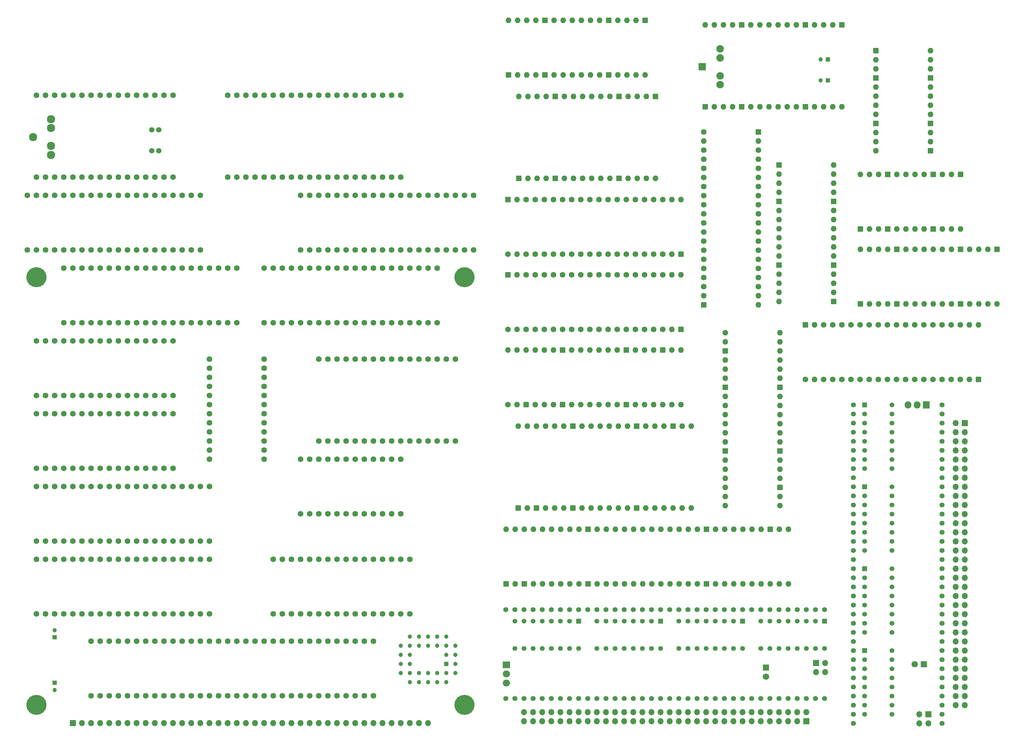
<source format=gbs>
%MOIN*%
%OFA0B0*%
%FSLAX46Y46*%
%IPPOS*%
%LPD*%
%AMRoundRect*
4,1,4,
0.07874015748031496,0.11811023622047245,
0.15748031496062992,0.19685039370078741,
0.23622047244094491,0.27559055118110237,
0.31496062992125984,0.35433070866141736,
0.07874015748031496,0.11811023622047245,
0*
1,1,$1,$2,$3*
1,1,$1,$2,$3*
1,1,$1,$2,$3*
1,1,$1,$2,$3*
20,1,$1,$2,$3,$4,$5,0*
20,1,$1,$2,$3,$4,$5,0*
20,1,$1,$2,$3,$4,$5,0*
20,1,$1,$2,$3,$4,$5,0*%
%AMCOMP2*
4,1,3,
-0.015748031496062995,-0.015748031496062995,
0.015748031496062995,-0.015748031496062995,
0.015748031496062995,0.015748031496062995,
-0.015748031496062995,0.015748031496062995,
0*
4,1,19,
-0.015748031496062995,0,
-0.010881622135827601,-0.00077076352291096848,
-0.0064915708300397942,-0.0030076063877961024,
-0.0030076063877961024,-0.0064915708300397942,
-0.00077076352291096848,-0.010881622135827601,
0,-0.015748031496062995,
-0.00077076352291096631,-0.020614440856298388,
-0.0030076063877961024,-0.025004492162086195,
-0.0064915708300397924,-0.02848845660432988,
-0.0108816221358276,-0.030725299469215022,
-0.015748031496062992,-0.031496062992125991,
-0.020614440856298391,-0.030725299469215022,
-0.025004492162086195,-0.028488456604329887,
-0.02848845660432988,-0.0250044921620862,
-0.030725299469215022,-0.020614440856298391,
-0.031496062992125991,-0.015748031496062995,
-0.030725299469215022,-0.010881622135827603,
-0.028488456604329887,-0.0064915708300397976,
-0.0250044921620862,-0.0030076063877961046,
-0.020614440856298391,-0.00077076352291096848,
0*
4,1,19,
0.015748031496062995,0,
0.020614440856298388,-0.00077076352291096848,
0.025004492162086195,-0.0030076063877961024,
0.028488456604329887,-0.0064915708300397942,
0.030725299469215022,-0.010881622135827601,
0.031496062992125991,-0.015748031496062995,
0.030725299469215022,-0.020614440856298388,
0.028488456604329887,-0.025004492162086195,
0.0250044921620862,-0.02848845660432988,
0.020614440856298388,-0.030725299469215022,
0.015748031496062995,-0.031496062992125991,
0.010881622135827598,-0.030725299469215022,
0.006491570830039795,-0.028488456604329887,
0.0030076063877961046,-0.0250044921620862,
0.00077076352291096848,-0.020614440856298391,
0,-0.015748031496062995,
0.00077076352291096631,-0.010881622135827603,
0.0030076063877961024,-0.0064915708300397976,
0.00649157083003979,-0.0030076063877961046,
0.010881622135827598,-0.00077076352291096848,
0*
4,1,19,
0.015748031496062995,0.031496062992125991,
0.020614440856298388,0.030725299469215022,
0.025004492162086195,0.028488456604329887,
0.028488456604329887,0.025004492162086195,
0.030725299469215022,0.020614440856298388,
0.031496062992125991,0.015748031496062995,
0.030725299469215022,0.010881622135827601,
0.028488456604329887,0.006491570830039795,
0.0250044921620862,0.0030076063877961046,
0.020614440856298388,0.00077076352291096848,
0.015748031496062995,0,
0.010881622135827598,0.00077076352291096848,
0.006491570830039795,0.0030076063877961024,
0.0030076063877961046,0.0064915708300397924,
0.00077076352291096848,0.0108816221358276,
0,0.015748031496062992,
0.00077076352291096631,0.020614440856298388,
0.0030076063877961024,0.025004492162086188,
0.00649157083003979,0.02848845660432988,
0.010881622135827598,0.030725299469215022,
0*
4,1,19,
-0.015748031496062995,0.031496062992125991,
-0.010881622135827601,0.030725299469215022,
-0.0064915708300397942,0.028488456604329887,
-0.0030076063877961024,0.025004492162086195,
-0.00077076352291096848,0.020614440856298388,
0,0.015748031496062995,
-0.00077076352291096631,0.010881622135827601,
-0.0030076063877961024,0.006491570830039795,
-0.0064915708300397924,0.0030076063877961046,
-0.0108816221358276,0.00077076352291096848,
-0.015748031496062992,0,
-0.020614440856298391,0.00077076352291096848,
-0.025004492162086195,0.0030076063877961024,
-0.02848845660432988,0.0064915708300397924,
-0.030725299469215022,0.0108816221358276,
-0.031496062992125991,0.015748031496062992,
-0.030725299469215022,0.020614440856298388,
-0.028488456604329887,0.025004492162086188,
-0.0250044921620862,0.02848845660432988,
-0.020614440856298391,0.030725299469215022,
0*
4,1,3,
-0.015748031496062995,-0.031496062992125991,
-0.015748031496062995,0,
0.015748031496062995,0,
0.015748031496062995,-0.031496062992125991,
0*
4,1,3,
0.031496062992125991,-0.015748031496062995,
0,-0.015748031496062995,
0,0.015748031496062995,
0.031496062992125991,0.015748031496062995,
0*
4,1,3,
0.015748031496062995,0.031496062992125991,
0.015748031496062995,0,
-0.015748031496062995,0,
-0.015748031496062995,0.031496062992125991,
0*
4,1,3,
-0.031496062992125991,0.015748031496062995,
0,0.015748031496062995,
0,-0.015748031496062995,
-0.031496062992125991,-0.015748031496062995,
0*%
%AMRoundRect0*
4,1,4,
-0.11811023622047245,0.07874015748031496,
-0.19685039370078741,0.15748031496062992,
-0.27559055118110237,0.23622047244094491,
-0.35433070866141736,0.31496062992125984,
-0.11811023622047245,0.07874015748031496,
0*
1,1,$1,$2,$3*
1,1,$1,$2,$3*
1,1,$1,$2,$3*
1,1,$1,$2,$3*
20,1,$1,$2,$3,$4,$5,90*
20,1,$1,$2,$3,$4,$5,90*
20,1,$1,$2,$3,$4,$5,90*
20,1,$1,$2,$3,$4,$5,90*%
%AMCOMP140*
4,1,3,
0.015748031496062995,-0.015748031496062995,
0.015748031496062995,0.015748031496062995,
-0.015748031496062995,0.015748031496062995,
-0.015748031496062995,-0.015748031496062995,
0*
4,1,19,
-0.000000000000000000964256971513683,-0.015748031496062995,
0.00077076352291096783,-0.010881622135827601,
0.003007606387796102,-0.0064915708300397942,
0.0064915708300397942,-0.0030076063877961029,
0.010881622135827601,-0.00077076352291096913,
0.015748031496062995,-0.000000000000000000964256971513683,
0.020614440856298388,-0.0007707635229109675,
0.025004492162086195,-0.0030076063877961042,
0.02848845660432988,-0.0064915708300397942,
0.030725299469215022,-0.010881622135827601,
0.031496062992125991,-0.015748031496062995,
0.030725299469215022,-0.020614440856298391,
0.028488456604329887,-0.025004492162086195,
0.0250044921620862,-0.02848845660432988,
0.020614440856298391,-0.030725299469215022,
0.015748031496062995,-0.031496062992125991,
0.010881622135827601,-0.030725299469215022,
0.006491570830039795,-0.028488456604329887,
0.0030076063877961029,-0.0250044921620862,
0.00077076352291096729,-0.020614440856298391,
0*
4,1,19,
0.000000000000000000964256971513683,0.015748031496062995,
0.00077076352291096967,0.020614440856298388,
0.0030076063877961042,0.025004492162086195,
0.0064915708300397968,0.028488456604329887,
0.010881622135827603,0.030725299469215022,
0.015748031496062995,0.031496062992125991,
0.020614440856298388,0.030725299469215022,
0.025004492162086195,0.028488456604329887,
0.02848845660432988,0.0250044921620862,
0.030725299469215022,0.020614440856298388,
0.031496062992125991,0.015748031496062995,
0.030725299469215022,0.010881622135827594,
0.028488456604329887,0.0064915708300397933,
0.0250044921620862,0.0030076063877961029,
0.020614440856298391,0.00077076352291096729,
0.015748031496062995,-0.000000000000000000964256971513683,
0.010881622135827603,0.00077076352291096566,
0.0064915708300397976,0.003007606387796102,
0.003007606387796105,0.00649157083003979,
0.00077076352291096913,0.010881622135827598,
0*
4,1,19,
-0.031496062992125991,0.015748031496062995,
-0.030725299469215022,0.020614440856298388,
-0.028488456604329887,0.025004492162086195,
-0.025004492162086195,0.028488456604329887,
-0.020614440856298388,0.030725299469215022,
-0.015748031496062992,0.031496062992125991,
-0.0108816221358276,0.030725299469215022,
-0.0064915708300397933,0.028488456604329887,
-0.0030076063877961029,0.0250044921620862,
-0.00077076352291096729,0.020614440856298388,
0.000000000000000000964256971513683,0.015748031496062995,
-0.00077076352291096783,0.010881622135827598,
-0.003007606387796102,0.006491570830039795,
-0.0064915708300397924,0.003007606387796105,
-0.0108816221358276,0.00077076352291096913,
-0.015748031496062992,0.0000000000000000009642569715136828,
-0.020614440856298388,0.0007707635229109675,
-0.025004492162086188,0.0030076063877961042,
-0.02848845660432988,0.0064915708300397924,
-0.030725299469215022,0.0108816221358276,
0*
4,1,19,
-0.031496062992125991,-0.015748031496062992,
-0.030725299469215022,-0.0108816221358276,
-0.028488456604329887,-0.0064915708300397924,
-0.025004492162086195,-0.0030076063877961007,
-0.020614440856298388,-0.00077076352291096729,
-0.015748031496062995,0.000000000000000000964256971513683,
-0.010881622135827601,-0.00077076352291096566,
-0.006491570830039795,-0.003007606387796102,
-0.003007606387796105,-0.0064915708300397924,
-0.00077076352291096913,-0.0108816221358276,
-0.0000000000000000009642569715136828,-0.015748031496062992,
-0.00077076352291096967,-0.020614440856298391,
-0.0030076063877961042,-0.025004492162086195,
-0.0064915708300397942,-0.02848845660432988,
-0.010881622135827601,-0.030725299469215022,
-0.015748031496062995,-0.031496062992125991,
-0.020614440856298388,-0.030725299469215022,
-0.025004492162086188,-0.028488456604329887,
-0.02848845660432988,-0.0250044921620862,
-0.030725299469215022,-0.020614440856298391,
0*
4,1,3,
0.031496062992125991,-0.015748031496062995,
-0.000000000000000000964256971513683,-0.015748031496062995,
0.000000000000000000964256971513683,0.015748031496062995,
0.031496062992125991,0.015748031496062992,
0*
4,1,3,
0.015748031496062995,0.031496062992125991,
0.015748031496062995,-0.000000000000000000964256971513683,
-0.015748031496062995,0.000000000000000000964256971513683,
-0.015748031496062992,0.031496062992125991,
0*
4,1,3,
-0.031496062992125991,0.015748031496062995,
0.000000000000000000964256971513683,0.015748031496062995,
-0.000000000000000000964256971513683,-0.015748031496062995,
-0.031496062992125991,-0.015748031496062992,
0*
4,1,3,
-0.015748031496062995,-0.031496062992125991,
-0.015748031496062995,0.000000000000000000964256971513683,
0.015748031496062995,-0.000000000000000000964256971513683,
0.015748031496062992,-0.031496062992125991,
0*%
%AMRoundRect1*
4,1,4,
-0.11811023622047245,0.07874015748031496,
-0.19685039370078741,0.15748031496062992,
-0.27559055118110237,0.23622047244094491,
-0.35433070866141736,0.31496062992125984,
-0.11811023622047245,0.07874015748031496,
0*
1,1,$1,$2,$3*
1,1,$1,$2,$3*
1,1,$1,$2,$3*
1,1,$1,$2,$3*
20,1,$1,$2,$3,$4,$5,90*
20,1,$1,$2,$3,$4,$5,90*
20,1,$1,$2,$3,$4,$5,90*
20,1,$1,$2,$3,$4,$5,90*%
%AMCOMP260*
4,1,3,
0.015748031496062995,-0.015748031496062995,
0.015748031496062995,0.015748031496062995,
-0.015748031496062995,0.015748031496062995,
-0.015748031496062995,-0.015748031496062995,
0*
4,1,19,
-0.000000000000000000964256971513683,-0.015748031496062995,
0.00077076352291096783,-0.010881622135827601,
0.003007606387796102,-0.0064915708300397942,
0.0064915708300397942,-0.0030076063877961029,
0.010881622135827601,-0.00077076352291096913,
0.015748031496062995,-0.000000000000000000964256971513683,
0.020614440856298388,-0.0007707635229109675,
0.025004492162086195,-0.0030076063877961042,
0.02848845660432988,-0.0064915708300397942,
0.030725299469215022,-0.010881622135827601,
0.031496062992125991,-0.015748031496062995,
0.030725299469215022,-0.020614440856298391,
0.028488456604329887,-0.025004492162086195,
0.0250044921620862,-0.02848845660432988,
0.020614440856298391,-0.030725299469215022,
0.015748031496062995,-0.031496062992125991,
0.010881622135827601,-0.030725299469215022,
0.006491570830039795,-0.028488456604329887,
0.0030076063877961029,-0.0250044921620862,
0.00077076352291096729,-0.020614440856298391,
0*
4,1,19,
0.000000000000000000964256971513683,0.015748031496062995,
0.00077076352291096967,0.020614440856298388,
0.0030076063877961042,0.025004492162086195,
0.0064915708300397968,0.028488456604329887,
0.010881622135827603,0.030725299469215022,
0.015748031496062995,0.031496062992125991,
0.020614440856298388,0.030725299469215022,
0.025004492162086195,0.028488456604329887,
0.02848845660432988,0.0250044921620862,
0.030725299469215022,0.020614440856298388,
0.031496062992125991,0.015748031496062995,
0.030725299469215022,0.010881622135827594,
0.028488456604329887,0.0064915708300397933,
0.0250044921620862,0.0030076063877961029,
0.020614440856298391,0.00077076352291096729,
0.015748031496062995,-0.000000000000000000964256971513683,
0.010881622135827603,0.00077076352291096566,
0.0064915708300397976,0.003007606387796102,
0.003007606387796105,0.00649157083003979,
0.00077076352291096913,0.010881622135827598,
0*
4,1,19,
-0.031496062992125991,0.015748031496062995,
-0.030725299469215022,0.020614440856298388,
-0.028488456604329887,0.025004492162086195,
-0.025004492162086195,0.028488456604329887,
-0.020614440856298388,0.030725299469215022,
-0.015748031496062992,0.031496062992125991,
-0.0108816221358276,0.030725299469215022,
-0.0064915708300397933,0.028488456604329887,
-0.0030076063877961029,0.0250044921620862,
-0.00077076352291096729,0.020614440856298388,
0.000000000000000000964256971513683,0.015748031496062995,
-0.00077076352291096783,0.010881622135827598,
-0.003007606387796102,0.006491570830039795,
-0.0064915708300397924,0.003007606387796105,
-0.0108816221358276,0.00077076352291096913,
-0.015748031496062992,0.0000000000000000009642569715136828,
-0.020614440856298388,0.0007707635229109675,
-0.025004492162086188,0.0030076063877961042,
-0.02848845660432988,0.0064915708300397924,
-0.030725299469215022,0.0108816221358276,
0*
4,1,19,
-0.031496062992125991,-0.015748031496062992,
-0.030725299469215022,-0.0108816221358276,
-0.028488456604329887,-0.0064915708300397924,
-0.025004492162086195,-0.0030076063877961007,
-0.020614440856298388,-0.00077076352291096729,
-0.015748031496062995,0.000000000000000000964256971513683,
-0.010881622135827601,-0.00077076352291096566,
-0.006491570830039795,-0.003007606387796102,
-0.003007606387796105,-0.0064915708300397924,
-0.00077076352291096913,-0.0108816221358276,
-0.0000000000000000009642569715136828,-0.015748031496062992,
-0.00077076352291096967,-0.020614440856298391,
-0.0030076063877961042,-0.025004492162086195,
-0.0064915708300397942,-0.02848845660432988,
-0.010881622135827601,-0.030725299469215022,
-0.015748031496062995,-0.031496062992125991,
-0.020614440856298388,-0.030725299469215022,
-0.025004492162086188,-0.028488456604329887,
-0.02848845660432988,-0.0250044921620862,
-0.030725299469215022,-0.020614440856298391,
0*
4,1,3,
0.031496062992125991,-0.015748031496062995,
-0.000000000000000000964256971513683,-0.015748031496062995,
0.000000000000000000964256971513683,0.015748031496062995,
0.031496062992125991,0.015748031496062992,
0*
4,1,3,
0.015748031496062995,0.031496062992125991,
0.015748031496062995,-0.000000000000000000964256971513683,
-0.015748031496062995,0.000000000000000000964256971513683,
-0.015748031496062992,0.031496062992125991,
0*
4,1,3,
-0.031496062992125991,0.015748031496062995,
0.000000000000000000964256971513683,0.015748031496062995,
-0.000000000000000000964256971513683,-0.015748031496062995,
-0.031496062992125991,-0.015748031496062992,
0*
4,1,3,
-0.015748031496062995,-0.031496062992125991,
-0.015748031496062995,0.000000000000000000964256971513683,
0.015748031496062995,-0.000000000000000000964256971513683,
0.015748031496062992,-0.031496062992125991,
0*%
%AMRoundRect0*
4,1,4,
0.07874015748031496,0.11811023622047245,
0.15748031496062992,0.19685039370078741,
0.23622047244094491,0.27559055118110237,
0.31496062992125984,0.35433070866141736,
0.07874015748031496,0.11811023622047245,
0*
1,1,$1,$2,$3*
1,1,$1,$2,$3*
1,1,$1,$2,$3*
1,1,$1,$2,$3*
20,1,$1,$2,$3,$4,$5,0*
20,1,$1,$2,$3,$4,$5,0*
20,1,$1,$2,$3,$4,$5,0*
20,1,$1,$2,$3,$4,$5,0*%
%AMCOMP380*
4,1,3,
-0.015748031496062995,-0.015748031496062995,
0.015748031496062995,-0.015748031496062995,
0.015748031496062995,0.015748031496062995,
-0.015748031496062995,0.015748031496062995,
0*
4,1,19,
-0.015748031496062995,0,
-0.010881622135827601,-0.00077076352291096848,
-0.0064915708300397942,-0.0030076063877961024,
-0.0030076063877961024,-0.0064915708300397942,
-0.00077076352291096848,-0.010881622135827601,
0,-0.015748031496062995,
-0.00077076352291096631,-0.020614440856298388,
-0.0030076063877961024,-0.025004492162086195,
-0.0064915708300397924,-0.02848845660432988,
-0.0108816221358276,-0.030725299469215022,
-0.015748031496062992,-0.031496062992125991,
-0.020614440856298391,-0.030725299469215022,
-0.025004492162086195,-0.028488456604329887,
-0.02848845660432988,-0.0250044921620862,
-0.030725299469215022,-0.020614440856298391,
-0.031496062992125991,-0.015748031496062995,
-0.030725299469215022,-0.010881622135827603,
-0.028488456604329887,-0.0064915708300397976,
-0.0250044921620862,-0.0030076063877961046,
-0.020614440856298391,-0.00077076352291096848,
0*
4,1,19,
0.015748031496062995,0,
0.020614440856298388,-0.00077076352291096848,
0.025004492162086195,-0.0030076063877961024,
0.028488456604329887,-0.0064915708300397942,
0.030725299469215022,-0.010881622135827601,
0.031496062992125991,-0.015748031496062995,
0.030725299469215022,-0.020614440856298388,
0.028488456604329887,-0.025004492162086195,
0.0250044921620862,-0.02848845660432988,
0.020614440856298388,-0.030725299469215022,
0.015748031496062995,-0.031496062992125991,
0.010881622135827598,-0.030725299469215022,
0.006491570830039795,-0.028488456604329887,
0.0030076063877961046,-0.0250044921620862,
0.00077076352291096848,-0.020614440856298391,
0,-0.015748031496062995,
0.00077076352291096631,-0.010881622135827603,
0.0030076063877961024,-0.0064915708300397976,
0.00649157083003979,-0.0030076063877961046,
0.010881622135827598,-0.00077076352291096848,
0*
4,1,19,
0.015748031496062995,0.031496062992125991,
0.020614440856298388,0.030725299469215022,
0.025004492162086195,0.028488456604329887,
0.028488456604329887,0.025004492162086195,
0.030725299469215022,0.020614440856298388,
0.031496062992125991,0.015748031496062995,
0.030725299469215022,0.010881622135827601,
0.028488456604329887,0.006491570830039795,
0.0250044921620862,0.0030076063877961046,
0.020614440856298388,0.00077076352291096848,
0.015748031496062995,0,
0.010881622135827598,0.00077076352291096848,
0.006491570830039795,0.0030076063877961024,
0.0030076063877961046,0.0064915708300397924,
0.00077076352291096848,0.0108816221358276,
0,0.015748031496062992,
0.00077076352291096631,0.020614440856298388,
0.0030076063877961024,0.025004492162086188,
0.00649157083003979,0.02848845660432988,
0.010881622135827598,0.030725299469215022,
0*
4,1,19,
-0.015748031496062995,0.031496062992125991,
-0.010881622135827601,0.030725299469215022,
-0.0064915708300397942,0.028488456604329887,
-0.0030076063877961024,0.025004492162086195,
-0.00077076352291096848,0.020614440856298388,
0,0.015748031496062995,
-0.00077076352291096631,0.010881622135827601,
-0.0030076063877961024,0.006491570830039795,
-0.0064915708300397924,0.0030076063877961046,
-0.0108816221358276,0.00077076352291096848,
-0.015748031496062992,0,
-0.020614440856298391,0.00077076352291096848,
-0.025004492162086195,0.0030076063877961024,
-0.02848845660432988,0.0064915708300397924,
-0.030725299469215022,0.0108816221358276,
-0.031496062992125991,0.015748031496062992,
-0.030725299469215022,0.020614440856298388,
-0.028488456604329887,0.025004492162086188,
-0.0250044921620862,0.02848845660432988,
-0.020614440856298391,0.030725299469215022,
0*
4,1,3,
-0.015748031496062995,-0.031496062992125991,
-0.015748031496062995,0,
0.015748031496062995,0,
0.015748031496062995,-0.031496062992125991,
0*
4,1,3,
0.031496062992125991,-0.015748031496062995,
0,-0.015748031496062995,
0,0.015748031496062995,
0.031496062992125991,0.015748031496062995,
0*
4,1,3,
0.015748031496062995,0.031496062992125991,
0.015748031496062995,0,
-0.015748031496062995,0,
-0.015748031496062995,0.031496062992125991,
0*
4,1,3,
-0.031496062992125991,0.015748031496062995,
0,0.015748031496062995,
0,-0.015748031496062995,
-0.031496062992125991,-0.015748031496062995,
0*%
%AMRoundRect1*
4,1,4,
-0.11811023622047245,0.07874015748031496,
-0.19685039370078741,0.15748031496062992,
-0.27559055118110237,0.23622047244094491,
-0.35433070866141736,0.31496062992125984,
-0.11811023622047245,0.07874015748031496,
0*
1,1,$1,$2,$3*
1,1,$1,$2,$3*
1,1,$1,$2,$3*
1,1,$1,$2,$3*
20,1,$1,$2,$3,$4,$5,90*
20,1,$1,$2,$3,$4,$5,90*
20,1,$1,$2,$3,$4,$5,90*
20,1,$1,$2,$3,$4,$5,90*%
%AMCOMP460*
4,1,3,
0.015748031496062995,-0.015748031496062995,
0.015748031496062995,0.015748031496062995,
-0.015748031496062995,0.015748031496062995,
-0.015748031496062995,-0.015748031496062995,
0*
4,1,19,
-0.000000000000000000964256971513683,-0.015748031496062995,
0.00077076352291096783,-0.010881622135827601,
0.003007606387796102,-0.0064915708300397942,
0.0064915708300397942,-0.0030076063877961029,
0.010881622135827601,-0.00077076352291096913,
0.015748031496062995,-0.000000000000000000964256971513683,
0.020614440856298388,-0.0007707635229109675,
0.025004492162086195,-0.0030076063877961042,
0.02848845660432988,-0.0064915708300397942,
0.030725299469215022,-0.010881622135827601,
0.031496062992125991,-0.015748031496062995,
0.030725299469215022,-0.020614440856298391,
0.028488456604329887,-0.025004492162086195,
0.0250044921620862,-0.02848845660432988,
0.020614440856298391,-0.030725299469215022,
0.015748031496062995,-0.031496062992125991,
0.010881622135827601,-0.030725299469215022,
0.006491570830039795,-0.028488456604329887,
0.0030076063877961029,-0.0250044921620862,
0.00077076352291096729,-0.020614440856298391,
0*
4,1,19,
0.000000000000000000964256971513683,0.015748031496062995,
0.00077076352291096967,0.020614440856298388,
0.0030076063877961042,0.025004492162086195,
0.0064915708300397968,0.028488456604329887,
0.010881622135827603,0.030725299469215022,
0.015748031496062995,0.031496062992125991,
0.020614440856298388,0.030725299469215022,
0.025004492162086195,0.028488456604329887,
0.02848845660432988,0.0250044921620862,
0.030725299469215022,0.020614440856298388,
0.031496062992125991,0.015748031496062995,
0.030725299469215022,0.010881622135827594,
0.028488456604329887,0.0064915708300397933,
0.0250044921620862,0.0030076063877961029,
0.020614440856298391,0.00077076352291096729,
0.015748031496062995,-0.000000000000000000964256971513683,
0.010881622135827603,0.00077076352291096566,
0.0064915708300397976,0.003007606387796102,
0.003007606387796105,0.00649157083003979,
0.00077076352291096913,0.010881622135827598,
0*
4,1,19,
-0.031496062992125991,0.015748031496062995,
-0.030725299469215022,0.020614440856298388,
-0.028488456604329887,0.025004492162086195,
-0.025004492162086195,0.028488456604329887,
-0.020614440856298388,0.030725299469215022,
-0.015748031496062992,0.031496062992125991,
-0.0108816221358276,0.030725299469215022,
-0.0064915708300397933,0.028488456604329887,
-0.0030076063877961029,0.0250044921620862,
-0.00077076352291096729,0.020614440856298388,
0.000000000000000000964256971513683,0.015748031496062995,
-0.00077076352291096783,0.010881622135827598,
-0.003007606387796102,0.006491570830039795,
-0.0064915708300397924,0.003007606387796105,
-0.0108816221358276,0.00077076352291096913,
-0.015748031496062992,0.0000000000000000009642569715136828,
-0.020614440856298388,0.0007707635229109675,
-0.025004492162086188,0.0030076063877961042,
-0.02848845660432988,0.0064915708300397924,
-0.030725299469215022,0.0108816221358276,
0*
4,1,19,
-0.031496062992125991,-0.015748031496062992,
-0.030725299469215022,-0.0108816221358276,
-0.028488456604329887,-0.0064915708300397924,
-0.025004492162086195,-0.0030076063877961007,
-0.020614440856298388,-0.00077076352291096729,
-0.015748031496062995,0.000000000000000000964256971513683,
-0.010881622135827601,-0.00077076352291096566,
-0.006491570830039795,-0.003007606387796102,
-0.003007606387796105,-0.0064915708300397924,
-0.00077076352291096913,-0.0108816221358276,
-0.0000000000000000009642569715136828,-0.015748031496062992,
-0.00077076352291096967,-0.020614440856298391,
-0.0030076063877961042,-0.025004492162086195,
-0.0064915708300397942,-0.02848845660432988,
-0.010881622135827601,-0.030725299469215022,
-0.015748031496062995,-0.031496062992125991,
-0.020614440856298388,-0.030725299469215022,
-0.025004492162086188,-0.028488456604329887,
-0.02848845660432988,-0.0250044921620862,
-0.030725299469215022,-0.020614440856298391,
0*
4,1,3,
0.031496062992125991,-0.015748031496062995,
-0.000000000000000000964256971513683,-0.015748031496062995,
0.000000000000000000964256971513683,0.015748031496062995,
0.031496062992125991,0.015748031496062992,
0*
4,1,3,
0.015748031496062995,0.031496062992125991,
0.015748031496062995,-0.000000000000000000964256971513683,
-0.015748031496062995,0.000000000000000000964256971513683,
-0.015748031496062992,0.031496062992125991,
0*
4,1,3,
-0.031496062992125991,0.015748031496062995,
0.000000000000000000964256971513683,0.015748031496062995,
-0.000000000000000000964256971513683,-0.015748031496062995,
-0.031496062992125991,-0.015748031496062992,
0*
4,1,3,
-0.015748031496062995,-0.031496062992125991,
-0.015748031496062995,0.000000000000000000964256971513683,
0.015748031496062995,-0.000000000000000000964256971513683,
0.015748031496062992,-0.031496062992125991,
0*%
%AMRoundRect0*
4,1,4,
-0.11811023622047245,0.07874015748031496,
-0.19685039370078741,0.15748031496062992,
-0.27559055118110237,0.23622047244094491,
-0.35433070866141736,0.31496062992125984,
-0.11811023622047245,0.07874015748031496,
0*
1,1,$1,$2,$3*
1,1,$1,$2,$3*
1,1,$1,$2,$3*
1,1,$1,$2,$3*
20,1,$1,$2,$3,$4,$5,90*
20,1,$1,$2,$3,$4,$5,90*
20,1,$1,$2,$3,$4,$5,90*
20,1,$1,$2,$3,$4,$5,90*%
%AMCOMP540*
4,1,3,
0.015748031496062995,-0.015748031496062995,
0.015748031496062995,0.015748031496062995,
-0.015748031496062995,0.015748031496062995,
-0.015748031496062995,-0.015748031496062995,
0*
4,1,19,
-0.000000000000000000964256971513683,-0.015748031496062995,
0.00077076352291096783,-0.010881622135827601,
0.003007606387796102,-0.0064915708300397942,
0.0064915708300397942,-0.0030076063877961029,
0.010881622135827601,-0.00077076352291096913,
0.015748031496062995,-0.000000000000000000964256971513683,
0.020614440856298388,-0.0007707635229109675,
0.025004492162086195,-0.0030076063877961042,
0.02848845660432988,-0.0064915708300397942,
0.030725299469215022,-0.010881622135827601,
0.031496062992125991,-0.015748031496062995,
0.030725299469215022,-0.020614440856298391,
0.028488456604329887,-0.025004492162086195,
0.0250044921620862,-0.02848845660432988,
0.020614440856298391,-0.030725299469215022,
0.015748031496062995,-0.031496062992125991,
0.010881622135827601,-0.030725299469215022,
0.006491570830039795,-0.028488456604329887,
0.0030076063877961029,-0.0250044921620862,
0.00077076352291096729,-0.020614440856298391,
0*
4,1,19,
0.000000000000000000964256971513683,0.015748031496062995,
0.00077076352291096967,0.020614440856298388,
0.0030076063877961042,0.025004492162086195,
0.0064915708300397968,0.028488456604329887,
0.010881622135827603,0.030725299469215022,
0.015748031496062995,0.031496062992125991,
0.020614440856298388,0.030725299469215022,
0.025004492162086195,0.028488456604329887,
0.02848845660432988,0.0250044921620862,
0.030725299469215022,0.020614440856298388,
0.031496062992125991,0.015748031496062995,
0.030725299469215022,0.010881622135827594,
0.028488456604329887,0.0064915708300397933,
0.0250044921620862,0.0030076063877961029,
0.020614440856298391,0.00077076352291096729,
0.015748031496062995,-0.000000000000000000964256971513683,
0.010881622135827603,0.00077076352291096566,
0.0064915708300397976,0.003007606387796102,
0.003007606387796105,0.00649157083003979,
0.00077076352291096913,0.010881622135827598,
0*
4,1,19,
-0.031496062992125991,0.015748031496062995,
-0.030725299469215022,0.020614440856298388,
-0.028488456604329887,0.025004492162086195,
-0.025004492162086195,0.028488456604329887,
-0.020614440856298388,0.030725299469215022,
-0.015748031496062992,0.031496062992125991,
-0.0108816221358276,0.030725299469215022,
-0.0064915708300397933,0.028488456604329887,
-0.0030076063877961029,0.0250044921620862,
-0.00077076352291096729,0.020614440856298388,
0.000000000000000000964256971513683,0.015748031496062995,
-0.00077076352291096783,0.010881622135827598,
-0.003007606387796102,0.006491570830039795,
-0.0064915708300397924,0.003007606387796105,
-0.0108816221358276,0.00077076352291096913,
-0.015748031496062992,0.0000000000000000009642569715136828,
-0.020614440856298388,0.0007707635229109675,
-0.025004492162086188,0.0030076063877961042,
-0.02848845660432988,0.0064915708300397924,
-0.030725299469215022,0.0108816221358276,
0*
4,1,19,
-0.031496062992125991,-0.015748031496062992,
-0.030725299469215022,-0.0108816221358276,
-0.028488456604329887,-0.0064915708300397924,
-0.025004492162086195,-0.0030076063877961007,
-0.020614440856298388,-0.00077076352291096729,
-0.015748031496062995,0.000000000000000000964256971513683,
-0.010881622135827601,-0.00077076352291096566,
-0.006491570830039795,-0.003007606387796102,
-0.003007606387796105,-0.0064915708300397924,
-0.00077076352291096913,-0.0108816221358276,
-0.0000000000000000009642569715136828,-0.015748031496062992,
-0.00077076352291096967,-0.020614440856298391,
-0.0030076063877961042,-0.025004492162086195,
-0.0064915708300397942,-0.02848845660432988,
-0.010881622135827601,-0.030725299469215022,
-0.015748031496062995,-0.031496062992125991,
-0.020614440856298388,-0.030725299469215022,
-0.025004492162086188,-0.028488456604329887,
-0.02848845660432988,-0.0250044921620862,
-0.030725299469215022,-0.020614440856298391,
0*
4,1,3,
0.031496062992125991,-0.015748031496062995,
-0.000000000000000000964256971513683,-0.015748031496062995,
0.000000000000000000964256971513683,0.015748031496062995,
0.031496062992125991,0.015748031496062992,
0*
4,1,3,
0.015748031496062995,0.031496062992125991,
0.015748031496062995,-0.000000000000000000964256971513683,
-0.015748031496062995,0.000000000000000000964256971513683,
-0.015748031496062992,0.031496062992125991,
0*
4,1,3,
-0.031496062992125991,0.015748031496062995,
0.000000000000000000964256971513683,0.015748031496062995,
-0.000000000000000000964256971513683,-0.015748031496062995,
-0.031496062992125991,-0.015748031496062992,
0*
4,1,3,
-0.015748031496062995,-0.031496062992125991,
-0.015748031496062995,0.000000000000000000964256971513683,
0.015748031496062995,-0.000000000000000000964256971513683,
0.015748031496062992,-0.031496062992125991,
0*%
%AMRoundRect1*
4,1,4,
-0.11811023622047245,0.07874015748031496,
-0.19685039370078741,0.15748031496062992,
-0.27559055118110237,0.23622047244094491,
-0.35433070866141736,0.31496062992125984,
-0.11811023622047245,0.07874015748031496,
0*
1,1,$1,$2,$3*
1,1,$1,$2,$3*
1,1,$1,$2,$3*
1,1,$1,$2,$3*
20,1,$1,$2,$3,$4,$5,90*
20,1,$1,$2,$3,$4,$5,90*
20,1,$1,$2,$3,$4,$5,90*
20,1,$1,$2,$3,$4,$5,90*%
%AMCOMP620*
4,1,3,
0.015748031496062995,-0.015748031496062995,
0.015748031496062995,0.015748031496062995,
-0.015748031496062995,0.015748031496062995,
-0.015748031496062995,-0.015748031496062995,
0*
4,1,19,
-0.000000000000000000964256971513683,-0.015748031496062995,
0.00077076352291096783,-0.010881622135827601,
0.003007606387796102,-0.0064915708300397942,
0.0064915708300397942,-0.0030076063877961029,
0.010881622135827601,-0.00077076352291096913,
0.015748031496062995,-0.000000000000000000964256971513683,
0.020614440856298388,-0.0007707635229109675,
0.025004492162086195,-0.0030076063877961042,
0.02848845660432988,-0.0064915708300397942,
0.030725299469215022,-0.010881622135827601,
0.031496062992125991,-0.015748031496062995,
0.030725299469215022,-0.020614440856298391,
0.028488456604329887,-0.025004492162086195,
0.0250044921620862,-0.02848845660432988,
0.020614440856298391,-0.030725299469215022,
0.015748031496062995,-0.031496062992125991,
0.010881622135827601,-0.030725299469215022,
0.006491570830039795,-0.028488456604329887,
0.0030076063877961029,-0.0250044921620862,
0.00077076352291096729,-0.020614440856298391,
0*
4,1,19,
0.000000000000000000964256971513683,0.015748031496062995,
0.00077076352291096967,0.020614440856298388,
0.0030076063877961042,0.025004492162086195,
0.0064915708300397968,0.028488456604329887,
0.010881622135827603,0.030725299469215022,
0.015748031496062995,0.031496062992125991,
0.020614440856298388,0.030725299469215022,
0.025004492162086195,0.028488456604329887,
0.02848845660432988,0.0250044921620862,
0.030725299469215022,0.020614440856298388,
0.031496062992125991,0.015748031496062995,
0.030725299469215022,0.010881622135827594,
0.028488456604329887,0.0064915708300397933,
0.0250044921620862,0.0030076063877961029,
0.020614440856298391,0.00077076352291096729,
0.015748031496062995,-0.000000000000000000964256971513683,
0.010881622135827603,0.00077076352291096566,
0.0064915708300397976,0.003007606387796102,
0.003007606387796105,0.00649157083003979,
0.00077076352291096913,0.010881622135827598,
0*
4,1,19,
-0.031496062992125991,0.015748031496062995,
-0.030725299469215022,0.020614440856298388,
-0.028488456604329887,0.025004492162086195,
-0.025004492162086195,0.028488456604329887,
-0.020614440856298388,0.030725299469215022,
-0.015748031496062992,0.031496062992125991,
-0.0108816221358276,0.030725299469215022,
-0.0064915708300397933,0.028488456604329887,
-0.0030076063877961029,0.0250044921620862,
-0.00077076352291096729,0.020614440856298388,
0.000000000000000000964256971513683,0.015748031496062995,
-0.00077076352291096783,0.010881622135827598,
-0.003007606387796102,0.006491570830039795,
-0.0064915708300397924,0.003007606387796105,
-0.0108816221358276,0.00077076352291096913,
-0.015748031496062992,0.0000000000000000009642569715136828,
-0.020614440856298388,0.0007707635229109675,
-0.025004492162086188,0.0030076063877961042,
-0.02848845660432988,0.0064915708300397924,
-0.030725299469215022,0.0108816221358276,
0*
4,1,19,
-0.031496062992125991,-0.015748031496062992,
-0.030725299469215022,-0.0108816221358276,
-0.028488456604329887,-0.0064915708300397924,
-0.025004492162086195,-0.0030076063877961007,
-0.020614440856298388,-0.00077076352291096729,
-0.015748031496062995,0.000000000000000000964256971513683,
-0.010881622135827601,-0.00077076352291096566,
-0.006491570830039795,-0.003007606387796102,
-0.003007606387796105,-0.0064915708300397924,
-0.00077076352291096913,-0.0108816221358276,
-0.0000000000000000009642569715136828,-0.015748031496062992,
-0.00077076352291096967,-0.020614440856298391,
-0.0030076063877961042,-0.025004492162086195,
-0.0064915708300397942,-0.02848845660432988,
-0.010881622135827601,-0.030725299469215022,
-0.015748031496062995,-0.031496062992125991,
-0.020614440856298388,-0.030725299469215022,
-0.025004492162086188,-0.028488456604329887,
-0.02848845660432988,-0.0250044921620862,
-0.030725299469215022,-0.020614440856298391,
0*
4,1,3,
0.031496062992125991,-0.015748031496062995,
-0.000000000000000000964256971513683,-0.015748031496062995,
0.000000000000000000964256971513683,0.015748031496062995,
0.031496062992125991,0.015748031496062992,
0*
4,1,3,
0.015748031496062995,0.031496062992125991,
0.015748031496062995,-0.000000000000000000964256971513683,
-0.015748031496062995,0.000000000000000000964256971513683,
-0.015748031496062992,0.031496062992125991,
0*
4,1,3,
-0.031496062992125991,0.015748031496062995,
0.000000000000000000964256971513683,0.015748031496062995,
-0.000000000000000000964256971513683,-0.015748031496062995,
-0.031496062992125991,-0.015748031496062992,
0*
4,1,3,
-0.015748031496062995,-0.031496062992125991,
-0.015748031496062995,0.000000000000000000964256971513683,
0.015748031496062995,-0.000000000000000000964256971513683,
0.015748031496062992,-0.031496062992125991,
0*%
%AMRoundRect0*
4,1,4,
0.07874015748031496,0.11811023622047245,
0.15748031496062992,0.19685039370078741,
0.23622047244094491,0.27559055118110237,
0.31496062992125984,0.35433070866141736,
0.07874015748031496,0.11811023622047245,
0*
1,1,$1,$2,$3*
1,1,$1,$2,$3*
1,1,$1,$2,$3*
1,1,$1,$2,$3*
20,1,$1,$2,$3,$4,$5,0*
20,1,$1,$2,$3,$4,$5,0*
20,1,$1,$2,$3,$4,$5,0*
20,1,$1,$2,$3,$4,$5,0*%
%AMCOMP700*
4,1,3,
-0.015748031496062995,-0.015748031496062995,
0.015748031496062995,-0.015748031496062995,
0.015748031496062995,0.015748031496062995,
-0.015748031496062995,0.015748031496062995,
0*
4,1,19,
-0.015748031496062995,0,
-0.010881622135827601,-0.00077076352291096848,
-0.0064915708300397942,-0.0030076063877961024,
-0.0030076063877961024,-0.0064915708300397942,
-0.00077076352291096848,-0.010881622135827601,
0,-0.015748031496062995,
-0.00077076352291096631,-0.020614440856298388,
-0.0030076063877961024,-0.025004492162086195,
-0.0064915708300397924,-0.02848845660432988,
-0.0108816221358276,-0.030725299469215022,
-0.015748031496062992,-0.031496062992125991,
-0.020614440856298391,-0.030725299469215022,
-0.025004492162086195,-0.028488456604329887,
-0.02848845660432988,-0.0250044921620862,
-0.030725299469215022,-0.020614440856298391,
-0.031496062992125991,-0.015748031496062995,
-0.030725299469215022,-0.010881622135827603,
-0.028488456604329887,-0.0064915708300397976,
-0.0250044921620862,-0.0030076063877961046,
-0.020614440856298391,-0.00077076352291096848,
0*
4,1,19,
0.015748031496062995,0,
0.020614440856298388,-0.00077076352291096848,
0.025004492162086195,-0.0030076063877961024,
0.028488456604329887,-0.0064915708300397942,
0.030725299469215022,-0.010881622135827601,
0.031496062992125991,-0.015748031496062995,
0.030725299469215022,-0.020614440856298388,
0.028488456604329887,-0.025004492162086195,
0.0250044921620862,-0.02848845660432988,
0.020614440856298388,-0.030725299469215022,
0.015748031496062995,-0.031496062992125991,
0.010881622135827598,-0.030725299469215022,
0.006491570830039795,-0.028488456604329887,
0.0030076063877961046,-0.0250044921620862,
0.00077076352291096848,-0.020614440856298391,
0,-0.015748031496062995,
0.00077076352291096631,-0.010881622135827603,
0.0030076063877961024,-0.0064915708300397976,
0.00649157083003979,-0.0030076063877961046,
0.010881622135827598,-0.00077076352291096848,
0*
4,1,19,
0.015748031496062995,0.031496062992125991,
0.020614440856298388,0.030725299469215022,
0.025004492162086195,0.028488456604329887,
0.028488456604329887,0.025004492162086195,
0.030725299469215022,0.020614440856298388,
0.031496062992125991,0.015748031496062995,
0.030725299469215022,0.010881622135827601,
0.028488456604329887,0.006491570830039795,
0.0250044921620862,0.0030076063877961046,
0.020614440856298388,0.00077076352291096848,
0.015748031496062995,0,
0.010881622135827598,0.00077076352291096848,
0.006491570830039795,0.0030076063877961024,
0.0030076063877961046,0.0064915708300397924,
0.00077076352291096848,0.0108816221358276,
0,0.015748031496062992,
0.00077076352291096631,0.020614440856298388,
0.0030076063877961024,0.025004492162086188,
0.00649157083003979,0.02848845660432988,
0.010881622135827598,0.030725299469215022,
0*
4,1,19,
-0.015748031496062995,0.031496062992125991,
-0.010881622135827601,0.030725299469215022,
-0.0064915708300397942,0.028488456604329887,
-0.0030076063877961024,0.025004492162086195,
-0.00077076352291096848,0.020614440856298388,
0,0.015748031496062995,
-0.00077076352291096631,0.010881622135827601,
-0.0030076063877961024,0.006491570830039795,
-0.0064915708300397924,0.0030076063877961046,
-0.0108816221358276,0.00077076352291096848,
-0.015748031496062992,0,
-0.020614440856298391,0.00077076352291096848,
-0.025004492162086195,0.0030076063877961024,
-0.02848845660432988,0.0064915708300397924,
-0.030725299469215022,0.0108816221358276,
-0.031496062992125991,0.015748031496062992,
-0.030725299469215022,0.020614440856298388,
-0.028488456604329887,0.025004492162086188,
-0.0250044921620862,0.02848845660432988,
-0.020614440856298391,0.030725299469215022,
0*
4,1,3,
-0.015748031496062995,-0.031496062992125991,
-0.015748031496062995,0,
0.015748031496062995,0,
0.015748031496062995,-0.031496062992125991,
0*
4,1,3,
0.031496062992125991,-0.015748031496062995,
0,-0.015748031496062995,
0,0.015748031496062995,
0.031496062992125991,0.015748031496062995,
0*
4,1,3,
0.015748031496062995,0.031496062992125991,
0.015748031496062995,0,
-0.015748031496062995,0,
-0.015748031496062995,0.031496062992125991,
0*
4,1,3,
-0.031496062992125991,0.015748031496062995,
0,0.015748031496062995,
0,-0.015748031496062995,
-0.031496062992125991,-0.015748031496062995,
0*%
%AMRoundRect1*
4,1,4,
-0.11811023622047245,0.07874015748031496,
-0.19685039370078741,0.15748031496062992,
-0.27559055118110237,0.23622047244094491,
-0.35433070866141736,0.31496062992125984,
-0.11811023622047245,0.07874015748031496,
0*
1,1,$1,$2,$3*
1,1,$1,$2,$3*
1,1,$1,$2,$3*
1,1,$1,$2,$3*
20,1,$1,$2,$3,$4,$5,90*
20,1,$1,$2,$3,$4,$5,90*
20,1,$1,$2,$3,$4,$5,90*
20,1,$1,$2,$3,$4,$5,90*%
%AMCOMP800*
4,1,3,
0.015748031496062995,-0.015748031496062995,
0.015748031496062995,0.015748031496062995,
-0.015748031496062995,0.015748031496062995,
-0.015748031496062995,-0.015748031496062995,
0*
4,1,19,
-0.000000000000000000964256971513683,-0.015748031496062995,
0.00077076352291096783,-0.010881622135827601,
0.003007606387796102,-0.0064915708300397942,
0.0064915708300397942,-0.0030076063877961029,
0.010881622135827601,-0.00077076352291096913,
0.015748031496062995,-0.000000000000000000964256971513683,
0.020614440856298388,-0.0007707635229109675,
0.025004492162086195,-0.0030076063877961042,
0.02848845660432988,-0.0064915708300397942,
0.030725299469215022,-0.010881622135827601,
0.031496062992125991,-0.015748031496062995,
0.030725299469215022,-0.020614440856298391,
0.028488456604329887,-0.025004492162086195,
0.0250044921620862,-0.02848845660432988,
0.020614440856298391,-0.030725299469215022,
0.015748031496062995,-0.031496062992125991,
0.010881622135827601,-0.030725299469215022,
0.006491570830039795,-0.028488456604329887,
0.0030076063877961029,-0.0250044921620862,
0.00077076352291096729,-0.020614440856298391,
0*
4,1,19,
0.000000000000000000964256971513683,0.015748031496062995,
0.00077076352291096967,0.020614440856298388,
0.0030076063877961042,0.025004492162086195,
0.0064915708300397968,0.028488456604329887,
0.010881622135827603,0.030725299469215022,
0.015748031496062995,0.031496062992125991,
0.020614440856298388,0.030725299469215022,
0.025004492162086195,0.028488456604329887,
0.02848845660432988,0.0250044921620862,
0.030725299469215022,0.020614440856298388,
0.031496062992125991,0.015748031496062995,
0.030725299469215022,0.010881622135827594,
0.028488456604329887,0.0064915708300397933,
0.0250044921620862,0.0030076063877961029,
0.020614440856298391,0.00077076352291096729,
0.015748031496062995,-0.000000000000000000964256971513683,
0.010881622135827603,0.00077076352291096566,
0.0064915708300397976,0.003007606387796102,
0.003007606387796105,0.00649157083003979,
0.00077076352291096913,0.010881622135827598,
0*
4,1,19,
-0.031496062992125991,0.015748031496062995,
-0.030725299469215022,0.020614440856298388,
-0.028488456604329887,0.025004492162086195,
-0.025004492162086195,0.028488456604329887,
-0.020614440856298388,0.030725299469215022,
-0.015748031496062992,0.031496062992125991,
-0.0108816221358276,0.030725299469215022,
-0.0064915708300397933,0.028488456604329887,
-0.0030076063877961029,0.0250044921620862,
-0.00077076352291096729,0.020614440856298388,
0.000000000000000000964256971513683,0.015748031496062995,
-0.00077076352291096783,0.010881622135827598,
-0.003007606387796102,0.006491570830039795,
-0.0064915708300397924,0.003007606387796105,
-0.0108816221358276,0.00077076352291096913,
-0.015748031496062992,0.0000000000000000009642569715136828,
-0.020614440856298388,0.0007707635229109675,
-0.025004492162086188,0.0030076063877961042,
-0.02848845660432988,0.0064915708300397924,
-0.030725299469215022,0.0108816221358276,
0*
4,1,19,
-0.031496062992125991,-0.015748031496062992,
-0.030725299469215022,-0.0108816221358276,
-0.028488456604329887,-0.0064915708300397924,
-0.025004492162086195,-0.0030076063877961007,
-0.020614440856298388,-0.00077076352291096729,
-0.015748031496062995,0.000000000000000000964256971513683,
-0.010881622135827601,-0.00077076352291096566,
-0.006491570830039795,-0.003007606387796102,
-0.003007606387796105,-0.0064915708300397924,
-0.00077076352291096913,-0.0108816221358276,
-0.0000000000000000009642569715136828,-0.015748031496062992,
-0.00077076352291096967,-0.020614440856298391,
-0.0030076063877961042,-0.025004492162086195,
-0.0064915708300397942,-0.02848845660432988,
-0.010881622135827601,-0.030725299469215022,
-0.015748031496062995,-0.031496062992125991,
-0.020614440856298388,-0.030725299469215022,
-0.025004492162086188,-0.028488456604329887,
-0.02848845660432988,-0.0250044921620862,
-0.030725299469215022,-0.020614440856298391,
0*
4,1,3,
0.031496062992125991,-0.015748031496062995,
-0.000000000000000000964256971513683,-0.015748031496062995,
0.000000000000000000964256971513683,0.015748031496062995,
0.031496062992125991,0.015748031496062992,
0*
4,1,3,
0.015748031496062995,0.031496062992125991,
0.015748031496062995,-0.000000000000000000964256971513683,
-0.015748031496062995,0.000000000000000000964256971513683,
-0.015748031496062992,0.031496062992125991,
0*
4,1,3,
-0.031496062992125991,0.015748031496062995,
0.000000000000000000964256971513683,0.015748031496062995,
-0.000000000000000000964256971513683,-0.015748031496062995,
-0.031496062992125991,-0.015748031496062992,
0*
4,1,3,
-0.015748031496062995,-0.031496062992125991,
-0.015748031496062995,0.000000000000000000964256971513683,
0.015748031496062995,-0.000000000000000000964256971513683,
0.015748031496062992,-0.031496062992125991,
0*%
%AMRoundRect0*
4,1,4,
-0.11811023622047245,0.07874015748031496,
-0.19685039370078741,0.15748031496062992,
-0.27559055118110237,0.23622047244094491,
-0.35433070866141736,0.31496062992125984,
-0.11811023622047245,0.07874015748031496,
0*
1,1,$1,$2,$3*
1,1,$1,$2,$3*
1,1,$1,$2,$3*
1,1,$1,$2,$3*
20,1,$1,$2,$3,$4,$5,90*
20,1,$1,$2,$3,$4,$5,90*
20,1,$1,$2,$3,$4,$5,90*
20,1,$1,$2,$3,$4,$5,90*%
%AMCOMP900*
4,1,3,
0.015748031496062995,-0.015748031496062995,
0.015748031496062995,0.015748031496062995,
-0.015748031496062995,0.015748031496062995,
-0.015748031496062995,-0.015748031496062995,
0*
4,1,19,
-0.000000000000000000964256971513683,-0.015748031496062995,
0.00077076352291096783,-0.010881622135827601,
0.003007606387796102,-0.0064915708300397942,
0.0064915708300397942,-0.0030076063877961029,
0.010881622135827601,-0.00077076352291096913,
0.015748031496062995,-0.000000000000000000964256971513683,
0.020614440856298388,-0.0007707635229109675,
0.025004492162086195,-0.0030076063877961042,
0.02848845660432988,-0.0064915708300397942,
0.030725299469215022,-0.010881622135827601,
0.031496062992125991,-0.015748031496062995,
0.030725299469215022,-0.020614440856298391,
0.028488456604329887,-0.025004492162086195,
0.0250044921620862,-0.02848845660432988,
0.020614440856298391,-0.030725299469215022,
0.015748031496062995,-0.031496062992125991,
0.010881622135827601,-0.030725299469215022,
0.006491570830039795,-0.028488456604329887,
0.0030076063877961029,-0.0250044921620862,
0.00077076352291096729,-0.020614440856298391,
0*
4,1,19,
0.000000000000000000964256971513683,0.015748031496062995,
0.00077076352291096967,0.020614440856298388,
0.0030076063877961042,0.025004492162086195,
0.0064915708300397968,0.028488456604329887,
0.010881622135827603,0.030725299469215022,
0.015748031496062995,0.031496062992125991,
0.020614440856298388,0.030725299469215022,
0.025004492162086195,0.028488456604329887,
0.02848845660432988,0.0250044921620862,
0.030725299469215022,0.020614440856298388,
0.031496062992125991,0.015748031496062995,
0.030725299469215022,0.010881622135827594,
0.028488456604329887,0.0064915708300397933,
0.0250044921620862,0.0030076063877961029,
0.020614440856298391,0.00077076352291096729,
0.015748031496062995,-0.000000000000000000964256971513683,
0.010881622135827603,0.00077076352291096566,
0.0064915708300397976,0.003007606387796102,
0.003007606387796105,0.00649157083003979,
0.00077076352291096913,0.010881622135827598,
0*
4,1,19,
-0.031496062992125991,0.015748031496062995,
-0.030725299469215022,0.020614440856298388,
-0.028488456604329887,0.025004492162086195,
-0.025004492162086195,0.028488456604329887,
-0.020614440856298388,0.030725299469215022,
-0.015748031496062992,0.031496062992125991,
-0.0108816221358276,0.030725299469215022,
-0.0064915708300397933,0.028488456604329887,
-0.0030076063877961029,0.0250044921620862,
-0.00077076352291096729,0.020614440856298388,
0.000000000000000000964256971513683,0.015748031496062995,
-0.00077076352291096783,0.010881622135827598,
-0.003007606387796102,0.006491570830039795,
-0.0064915708300397924,0.003007606387796105,
-0.0108816221358276,0.00077076352291096913,
-0.015748031496062992,0.0000000000000000009642569715136828,
-0.020614440856298388,0.0007707635229109675,
-0.025004492162086188,0.0030076063877961042,
-0.02848845660432988,0.0064915708300397924,
-0.030725299469215022,0.0108816221358276,
0*
4,1,19,
-0.031496062992125991,-0.015748031496062992,
-0.030725299469215022,-0.0108816221358276,
-0.028488456604329887,-0.0064915708300397924,
-0.025004492162086195,-0.0030076063877961007,
-0.020614440856298388,-0.00077076352291096729,
-0.015748031496062995,0.000000000000000000964256971513683,
-0.010881622135827601,-0.00077076352291096566,
-0.006491570830039795,-0.003007606387796102,
-0.003007606387796105,-0.0064915708300397924,
-0.00077076352291096913,-0.0108816221358276,
-0.0000000000000000009642569715136828,-0.015748031496062992,
-0.00077076352291096967,-0.020614440856298391,
-0.0030076063877961042,-0.025004492162086195,
-0.0064915708300397942,-0.02848845660432988,
-0.010881622135827601,-0.030725299469215022,
-0.015748031496062995,-0.031496062992125991,
-0.020614440856298388,-0.030725299469215022,
-0.025004492162086188,-0.028488456604329887,
-0.02848845660432988,-0.0250044921620862,
-0.030725299469215022,-0.020614440856298391,
0*
4,1,3,
0.031496062992125991,-0.015748031496062995,
-0.000000000000000000964256971513683,-0.015748031496062995,
0.000000000000000000964256971513683,0.015748031496062995,
0.031496062992125991,0.015748031496062992,
0*
4,1,3,
0.015748031496062995,0.031496062992125991,
0.015748031496062995,-0.000000000000000000964256971513683,
-0.015748031496062995,0.000000000000000000964256971513683,
-0.015748031496062992,0.031496062992125991,
0*
4,1,3,
-0.031496062992125991,0.015748031496062995,
0.000000000000000000964256971513683,0.015748031496062995,
-0.000000000000000000964256971513683,-0.015748031496062995,
-0.031496062992125991,-0.015748031496062992,
0*
4,1,3,
-0.015748031496062995,-0.031496062992125991,
-0.015748031496062995,0.000000000000000000964256971513683,
0.015748031496062995,-0.000000000000000000964256971513683,
0.015748031496062992,-0.031496062992125991,
0*%
%AMRoundRect1*
4,1,4,
-0.11811023622047245,0.07874015748031496,
-0.19685039370078741,0.15748031496062992,
-0.27559055118110237,0.23622047244094491,
-0.35433070866141736,0.31496062992125984,
-0.11811023622047245,0.07874015748031496,
0*
1,1,$1,$2,$3*
1,1,$1,$2,$3*
1,1,$1,$2,$3*
1,1,$1,$2,$3*
20,1,$1,$2,$3,$4,$5,90*
20,1,$1,$2,$3,$4,$5,90*
20,1,$1,$2,$3,$4,$5,90*
20,1,$1,$2,$3,$4,$5,90*%
%AMCOMP1020*
4,1,3,
0.015748031496062995,-0.015748031496062995,
0.015748031496062995,0.015748031496062995,
-0.015748031496062995,0.015748031496062995,
-0.015748031496062995,-0.015748031496062995,
0*
4,1,19,
-0.000000000000000000964256971513683,-0.015748031496062995,
0.00077076352291096783,-0.010881622135827601,
0.003007606387796102,-0.0064915708300397942,
0.0064915708300397942,-0.0030076063877961029,
0.010881622135827601,-0.00077076352291096913,
0.015748031496062995,-0.000000000000000000964256971513683,
0.020614440856298388,-0.0007707635229109675,
0.025004492162086195,-0.0030076063877961042,
0.02848845660432988,-0.0064915708300397942,
0.030725299469215022,-0.010881622135827601,
0.031496062992125991,-0.015748031496062995,
0.030725299469215022,-0.020614440856298391,
0.028488456604329887,-0.025004492162086195,
0.0250044921620862,-0.02848845660432988,
0.020614440856298391,-0.030725299469215022,
0.015748031496062995,-0.031496062992125991,
0.010881622135827601,-0.030725299469215022,
0.006491570830039795,-0.028488456604329887,
0.0030076063877961029,-0.0250044921620862,
0.00077076352291096729,-0.020614440856298391,
0*
4,1,19,
0.000000000000000000964256971513683,0.015748031496062995,
0.00077076352291096967,0.020614440856298388,
0.0030076063877961042,0.025004492162086195,
0.0064915708300397968,0.028488456604329887,
0.010881622135827603,0.030725299469215022,
0.015748031496062995,0.031496062992125991,
0.020614440856298388,0.030725299469215022,
0.025004492162086195,0.028488456604329887,
0.02848845660432988,0.0250044921620862,
0.030725299469215022,0.020614440856298388,
0.031496062992125991,0.015748031496062995,
0.030725299469215022,0.010881622135827594,
0.028488456604329887,0.0064915708300397933,
0.0250044921620862,0.0030076063877961029,
0.020614440856298391,0.00077076352291096729,
0.015748031496062995,-0.000000000000000000964256971513683,
0.010881622135827603,0.00077076352291096566,
0.0064915708300397976,0.003007606387796102,
0.003007606387796105,0.00649157083003979,
0.00077076352291096913,0.010881622135827598,
0*
4,1,19,
-0.031496062992125991,0.015748031496062995,
-0.030725299469215022,0.020614440856298388,
-0.028488456604329887,0.025004492162086195,
-0.025004492162086195,0.028488456604329887,
-0.020614440856298388,0.030725299469215022,
-0.015748031496062992,0.031496062992125991,
-0.0108816221358276,0.030725299469215022,
-0.0064915708300397933,0.028488456604329887,
-0.0030076063877961029,0.0250044921620862,
-0.00077076352291096729,0.020614440856298388,
0.000000000000000000964256971513683,0.015748031496062995,
-0.00077076352291096783,0.010881622135827598,
-0.003007606387796102,0.006491570830039795,
-0.0064915708300397924,0.003007606387796105,
-0.0108816221358276,0.00077076352291096913,
-0.015748031496062992,0.0000000000000000009642569715136828,
-0.020614440856298388,0.0007707635229109675,
-0.025004492162086188,0.0030076063877961042,
-0.02848845660432988,0.0064915708300397924,
-0.030725299469215022,0.0108816221358276,
0*
4,1,19,
-0.031496062992125991,-0.015748031496062992,
-0.030725299469215022,-0.0108816221358276,
-0.028488456604329887,-0.0064915708300397924,
-0.025004492162086195,-0.0030076063877961007,
-0.020614440856298388,-0.00077076352291096729,
-0.015748031496062995,0.000000000000000000964256971513683,
-0.010881622135827601,-0.00077076352291096566,
-0.006491570830039795,-0.003007606387796102,
-0.003007606387796105,-0.0064915708300397924,
-0.00077076352291096913,-0.0108816221358276,
-0.0000000000000000009642569715136828,-0.015748031496062992,
-0.00077076352291096967,-0.020614440856298391,
-0.0030076063877961042,-0.025004492162086195,
-0.0064915708300397942,-0.02848845660432988,
-0.010881622135827601,-0.030725299469215022,
-0.015748031496062995,-0.031496062992125991,
-0.020614440856298388,-0.030725299469215022,
-0.025004492162086188,-0.028488456604329887,
-0.02848845660432988,-0.0250044921620862,
-0.030725299469215022,-0.020614440856298391,
0*
4,1,3,
0.031496062992125991,-0.015748031496062995,
-0.000000000000000000964256971513683,-0.015748031496062995,
0.000000000000000000964256971513683,0.015748031496062995,
0.031496062992125991,0.015748031496062992,
0*
4,1,3,
0.015748031496062995,0.031496062992125991,
0.015748031496062995,-0.000000000000000000964256971513683,
-0.015748031496062995,0.000000000000000000964256971513683,
-0.015748031496062992,0.031496062992125991,
0*
4,1,3,
-0.031496062992125991,0.015748031496062995,
0.000000000000000000964256971513683,0.015748031496062995,
-0.000000000000000000964256971513683,-0.015748031496062995,
-0.031496062992125991,-0.015748031496062992,
0*
4,1,3,
-0.015748031496062995,-0.031496062992125991,
-0.015748031496062995,0.000000000000000000964256971513683,
0.015748031496062995,-0.000000000000000000964256971513683,
0.015748031496062992,-0.031496062992125991,
0*%
%AMRoundRect0*
4,1,4,
0.07874015748031496,0.11811023622047245,
0.15748031496062992,0.19685039370078741,
0.23622047244094491,0.27559055118110237,
0.31496062992125984,0.35433070866141736,
0.07874015748031496,0.11811023622047245,
0*
1,1,$1,$2,$3*
1,1,$1,$2,$3*
1,1,$1,$2,$3*
1,1,$1,$2,$3*
20,1,$1,$2,$3,$4,$5,0*
20,1,$1,$2,$3,$4,$5,0*
20,1,$1,$2,$3,$4,$5,0*
20,1,$1,$2,$3,$4,$5,0*%
%AMCOMP1120*
4,1,3,
-0.015748031496062995,-0.015748031496062995,
0.015748031496062995,-0.015748031496062995,
0.015748031496062995,0.015748031496062995,
-0.015748031496062995,0.015748031496062995,
0*
4,1,19,
-0.015748031496062995,0,
-0.010881622135827601,-0.00077076352291096848,
-0.0064915708300397942,-0.0030076063877961024,
-0.0030076063877961024,-0.0064915708300397942,
-0.00077076352291096848,-0.010881622135827601,
0,-0.015748031496062995,
-0.00077076352291096631,-0.020614440856298388,
-0.0030076063877961024,-0.025004492162086195,
-0.0064915708300397924,-0.02848845660432988,
-0.0108816221358276,-0.030725299469215022,
-0.015748031496062992,-0.031496062992125991,
-0.020614440856298391,-0.030725299469215022,
-0.025004492162086195,-0.028488456604329887,
-0.02848845660432988,-0.0250044921620862,
-0.030725299469215022,-0.020614440856298391,
-0.031496062992125991,-0.015748031496062995,
-0.030725299469215022,-0.010881622135827603,
-0.028488456604329887,-0.0064915708300397976,
-0.0250044921620862,-0.0030076063877961046,
-0.020614440856298391,-0.00077076352291096848,
0*
4,1,19,
0.015748031496062995,0,
0.020614440856298388,-0.00077076352291096848,
0.025004492162086195,-0.0030076063877961024,
0.028488456604329887,-0.0064915708300397942,
0.030725299469215022,-0.010881622135827601,
0.031496062992125991,-0.015748031496062995,
0.030725299469215022,-0.020614440856298388,
0.028488456604329887,-0.025004492162086195,
0.0250044921620862,-0.02848845660432988,
0.020614440856298388,-0.030725299469215022,
0.015748031496062995,-0.031496062992125991,
0.010881622135827598,-0.030725299469215022,
0.006491570830039795,-0.028488456604329887,
0.0030076063877961046,-0.0250044921620862,
0.00077076352291096848,-0.020614440856298391,
0,-0.015748031496062995,
0.00077076352291096631,-0.010881622135827603,
0.0030076063877961024,-0.0064915708300397976,
0.00649157083003979,-0.0030076063877961046,
0.010881622135827598,-0.00077076352291096848,
0*
4,1,19,
0.015748031496062995,0.031496062992125991,
0.020614440856298388,0.030725299469215022,
0.025004492162086195,0.028488456604329887,
0.028488456604329887,0.025004492162086195,
0.030725299469215022,0.020614440856298388,
0.031496062992125991,0.015748031496062995,
0.030725299469215022,0.010881622135827601,
0.028488456604329887,0.006491570830039795,
0.0250044921620862,0.0030076063877961046,
0.020614440856298388,0.00077076352291096848,
0.015748031496062995,0,
0.010881622135827598,0.00077076352291096848,
0.006491570830039795,0.0030076063877961024,
0.0030076063877961046,0.0064915708300397924,
0.00077076352291096848,0.0108816221358276,
0,0.015748031496062992,
0.00077076352291096631,0.020614440856298388,
0.0030076063877961024,0.025004492162086188,
0.00649157083003979,0.02848845660432988,
0.010881622135827598,0.030725299469215022,
0*
4,1,19,
-0.015748031496062995,0.031496062992125991,
-0.010881622135827601,0.030725299469215022,
-0.0064915708300397942,0.028488456604329887,
-0.0030076063877961024,0.025004492162086195,
-0.00077076352291096848,0.020614440856298388,
0,0.015748031496062995,
-0.00077076352291096631,0.010881622135827601,
-0.0030076063877961024,0.006491570830039795,
-0.0064915708300397924,0.0030076063877961046,
-0.0108816221358276,0.00077076352291096848,
-0.015748031496062992,0,
-0.020614440856298391,0.00077076352291096848,
-0.025004492162086195,0.0030076063877961024,
-0.02848845660432988,0.0064915708300397924,
-0.030725299469215022,0.0108816221358276,
-0.031496062992125991,0.015748031496062992,
-0.030725299469215022,0.020614440856298388,
-0.028488456604329887,0.025004492162086188,
-0.0250044921620862,0.02848845660432988,
-0.020614440856298391,0.030725299469215022,
0*
4,1,3,
-0.015748031496062995,-0.031496062992125991,
-0.015748031496062995,0,
0.015748031496062995,0,
0.015748031496062995,-0.031496062992125991,
0*
4,1,3,
0.031496062992125991,-0.015748031496062995,
0,-0.015748031496062995,
0,0.015748031496062995,
0.031496062992125991,0.015748031496062995,
0*
4,1,3,
0.015748031496062995,0.031496062992125991,
0.015748031496062995,0,
-0.015748031496062995,0,
-0.015748031496062995,0.031496062992125991,
0*
4,1,3,
-0.031496062992125991,0.015748031496062995,
0,0.015748031496062995,
0,-0.015748031496062995,
-0.031496062992125991,-0.015748031496062995,
0*%
%AMRoundRect1*
4,1,4,
-0.11811023622047245,0.07874015748031496,
-0.19685039370078741,0.15748031496062992,
-0.27559055118110237,0.23622047244094491,
-0.35433070866141736,0.31496062992125984,
-0.11811023622047245,0.07874015748031496,
0*
1,1,$1,$2,$3*
1,1,$1,$2,$3*
1,1,$1,$2,$3*
1,1,$1,$2,$3*
20,1,$1,$2,$3,$4,$5,90*
20,1,$1,$2,$3,$4,$5,90*
20,1,$1,$2,$3,$4,$5,90*
20,1,$1,$2,$3,$4,$5,90*%
%AMCOMP1220*
4,1,3,
0.015748031496062995,-0.015748031496062995,
0.015748031496062995,0.015748031496062995,
-0.015748031496062995,0.015748031496062995,
-0.015748031496062995,-0.015748031496062995,
0*
4,1,19,
-0.000000000000000000964256971513683,-0.015748031496062995,
0.00077076352291096783,-0.010881622135827601,
0.003007606387796102,-0.0064915708300397942,
0.0064915708300397942,-0.0030076063877961029,
0.010881622135827601,-0.00077076352291096913,
0.015748031496062995,-0.000000000000000000964256971513683,
0.020614440856298388,-0.0007707635229109675,
0.025004492162086195,-0.0030076063877961042,
0.02848845660432988,-0.0064915708300397942,
0.030725299469215022,-0.010881622135827601,
0.031496062992125991,-0.015748031496062995,
0.030725299469215022,-0.020614440856298391,
0.028488456604329887,-0.025004492162086195,
0.0250044921620862,-0.02848845660432988,
0.020614440856298391,-0.030725299469215022,
0.015748031496062995,-0.031496062992125991,
0.010881622135827601,-0.030725299469215022,
0.006491570830039795,-0.028488456604329887,
0.0030076063877961029,-0.0250044921620862,
0.00077076352291096729,-0.020614440856298391,
0*
4,1,19,
0.000000000000000000964256971513683,0.015748031496062995,
0.00077076352291096967,0.020614440856298388,
0.0030076063877961042,0.025004492162086195,
0.0064915708300397968,0.028488456604329887,
0.010881622135827603,0.030725299469215022,
0.015748031496062995,0.031496062992125991,
0.020614440856298388,0.030725299469215022,
0.025004492162086195,0.028488456604329887,
0.02848845660432988,0.0250044921620862,
0.030725299469215022,0.020614440856298388,
0.031496062992125991,0.015748031496062995,
0.030725299469215022,0.010881622135827594,
0.028488456604329887,0.0064915708300397933,
0.0250044921620862,0.0030076063877961029,
0.020614440856298391,0.00077076352291096729,
0.015748031496062995,-0.000000000000000000964256971513683,
0.010881622135827603,0.00077076352291096566,
0.0064915708300397976,0.003007606387796102,
0.003007606387796105,0.00649157083003979,
0.00077076352291096913,0.010881622135827598,
0*
4,1,19,
-0.031496062992125991,0.015748031496062995,
-0.030725299469215022,0.020614440856298388,
-0.028488456604329887,0.025004492162086195,
-0.025004492162086195,0.028488456604329887,
-0.020614440856298388,0.030725299469215022,
-0.015748031496062992,0.031496062992125991,
-0.0108816221358276,0.030725299469215022,
-0.0064915708300397933,0.028488456604329887,
-0.0030076063877961029,0.0250044921620862,
-0.00077076352291096729,0.020614440856298388,
0.000000000000000000964256971513683,0.015748031496062995,
-0.00077076352291096783,0.010881622135827598,
-0.003007606387796102,0.006491570830039795,
-0.0064915708300397924,0.003007606387796105,
-0.0108816221358276,0.00077076352291096913,
-0.015748031496062992,0.0000000000000000009642569715136828,
-0.020614440856298388,0.0007707635229109675,
-0.025004492162086188,0.0030076063877961042,
-0.02848845660432988,0.0064915708300397924,
-0.030725299469215022,0.0108816221358276,
0*
4,1,19,
-0.031496062992125991,-0.015748031496062992,
-0.030725299469215022,-0.0108816221358276,
-0.028488456604329887,-0.0064915708300397924,
-0.025004492162086195,-0.0030076063877961007,
-0.020614440856298388,-0.00077076352291096729,
-0.015748031496062995,0.000000000000000000964256971513683,
-0.010881622135827601,-0.00077076352291096566,
-0.006491570830039795,-0.003007606387796102,
-0.003007606387796105,-0.0064915708300397924,
-0.00077076352291096913,-0.0108816221358276,
-0.0000000000000000009642569715136828,-0.015748031496062992,
-0.00077076352291096967,-0.020614440856298391,
-0.0030076063877961042,-0.025004492162086195,
-0.0064915708300397942,-0.02848845660432988,
-0.010881622135827601,-0.030725299469215022,
-0.015748031496062995,-0.031496062992125991,
-0.020614440856298388,-0.030725299469215022,
-0.025004492162086188,-0.028488456604329887,
-0.02848845660432988,-0.0250044921620862,
-0.030725299469215022,-0.020614440856298391,
0*
4,1,3,
0.031496062992125991,-0.015748031496062995,
-0.000000000000000000964256971513683,-0.015748031496062995,
0.000000000000000000964256971513683,0.015748031496062995,
0.031496062992125991,0.015748031496062992,
0*
4,1,3,
0.015748031496062995,0.031496062992125991,
0.015748031496062995,-0.000000000000000000964256971513683,
-0.015748031496062995,0.000000000000000000964256971513683,
-0.015748031496062992,0.031496062992125991,
0*
4,1,3,
-0.031496062992125991,0.015748031496062995,
0.000000000000000000964256971513683,0.015748031496062995,
-0.000000000000000000964256971513683,-0.015748031496062995,
-0.031496062992125991,-0.015748031496062992,
0*
4,1,3,
-0.015748031496062995,-0.031496062992125991,
-0.015748031496062995,0.000000000000000000964256971513683,
0.015748031496062995,-0.000000000000000000964256971513683,
0.015748031496062992,-0.031496062992125991,
0*%
%AMRoundRect0*
4,1,4,
-0.11811023622047245,0.07874015748031496,
-0.19685039370078741,0.15748031496062992,
-0.27559055118110237,0.23622047244094491,
-0.35433070866141736,0.31496062992125984,
-0.11811023622047245,0.07874015748031496,
0*
1,1,$1,$2,$3*
1,1,$1,$2,$3*
1,1,$1,$2,$3*
1,1,$1,$2,$3*
20,1,$1,$2,$3,$4,$5,90*
20,1,$1,$2,$3,$4,$5,90*
20,1,$1,$2,$3,$4,$5,90*
20,1,$1,$2,$3,$4,$5,90*%
%AMCOMP1320*
4,1,3,
0.015748031496062995,-0.015748031496062995,
0.015748031496062995,0.015748031496062995,
-0.015748031496062995,0.015748031496062995,
-0.015748031496062995,-0.015748031496062995,
0*
4,1,19,
-0.000000000000000000964256971513683,-0.015748031496062995,
0.00077076352291096783,-0.010881622135827601,
0.003007606387796102,-0.0064915708300397942,
0.0064915708300397942,-0.0030076063877961029,
0.010881622135827601,-0.00077076352291096913,
0.015748031496062995,-0.000000000000000000964256971513683,
0.020614440856298388,-0.0007707635229109675,
0.025004492162086195,-0.0030076063877961042,
0.02848845660432988,-0.0064915708300397942,
0.030725299469215022,-0.010881622135827601,
0.031496062992125991,-0.015748031496062995,
0.030725299469215022,-0.020614440856298391,
0.028488456604329887,-0.025004492162086195,
0.0250044921620862,-0.02848845660432988,
0.020614440856298391,-0.030725299469215022,
0.015748031496062995,-0.031496062992125991,
0.010881622135827601,-0.030725299469215022,
0.006491570830039795,-0.028488456604329887,
0.0030076063877961029,-0.0250044921620862,
0.00077076352291096729,-0.020614440856298391,
0*
4,1,19,
0.000000000000000000964256971513683,0.015748031496062995,
0.00077076352291096967,0.020614440856298388,
0.0030076063877961042,0.025004492162086195,
0.0064915708300397968,0.028488456604329887,
0.010881622135827603,0.030725299469215022,
0.015748031496062995,0.031496062992125991,
0.020614440856298388,0.030725299469215022,
0.025004492162086195,0.028488456604329887,
0.02848845660432988,0.0250044921620862,
0.030725299469215022,0.020614440856298388,
0.031496062992125991,0.015748031496062995,
0.030725299469215022,0.010881622135827594,
0.028488456604329887,0.0064915708300397933,
0.0250044921620862,0.0030076063877961029,
0.020614440856298391,0.00077076352291096729,
0.015748031496062995,-0.000000000000000000964256971513683,
0.010881622135827603,0.00077076352291096566,
0.0064915708300397976,0.003007606387796102,
0.003007606387796105,0.00649157083003979,
0.00077076352291096913,0.010881622135827598,
0*
4,1,19,
-0.031496062992125991,0.015748031496062995,
-0.030725299469215022,0.020614440856298388,
-0.028488456604329887,0.025004492162086195,
-0.025004492162086195,0.028488456604329887,
-0.020614440856298388,0.030725299469215022,
-0.015748031496062992,0.031496062992125991,
-0.0108816221358276,0.030725299469215022,
-0.0064915708300397933,0.028488456604329887,
-0.0030076063877961029,0.0250044921620862,
-0.00077076352291096729,0.020614440856298388,
0.000000000000000000964256971513683,0.015748031496062995,
-0.00077076352291096783,0.010881622135827598,
-0.003007606387796102,0.006491570830039795,
-0.0064915708300397924,0.003007606387796105,
-0.0108816221358276,0.00077076352291096913,
-0.015748031496062992,0.0000000000000000009642569715136828,
-0.020614440856298388,0.0007707635229109675,
-0.025004492162086188,0.0030076063877961042,
-0.02848845660432988,0.0064915708300397924,
-0.030725299469215022,0.0108816221358276,
0*
4,1,19,
-0.031496062992125991,-0.015748031496062992,
-0.030725299469215022,-0.0108816221358276,
-0.028488456604329887,-0.0064915708300397924,
-0.025004492162086195,-0.0030076063877961007,
-0.020614440856298388,-0.00077076352291096729,
-0.015748031496062995,0.000000000000000000964256971513683,
-0.010881622135827601,-0.00077076352291096566,
-0.006491570830039795,-0.003007606387796102,
-0.003007606387796105,-0.0064915708300397924,
-0.00077076352291096913,-0.0108816221358276,
-0.0000000000000000009642569715136828,-0.015748031496062992,
-0.00077076352291096967,-0.020614440856298391,
-0.0030076063877961042,-0.025004492162086195,
-0.0064915708300397942,-0.02848845660432988,
-0.010881622135827601,-0.030725299469215022,
-0.015748031496062995,-0.031496062992125991,
-0.020614440856298388,-0.030725299469215022,
-0.025004492162086188,-0.028488456604329887,
-0.02848845660432988,-0.0250044921620862,
-0.030725299469215022,-0.020614440856298391,
0*
4,1,3,
0.031496062992125991,-0.015748031496062995,
-0.000000000000000000964256971513683,-0.015748031496062995,
0.000000000000000000964256971513683,0.015748031496062995,
0.031496062992125991,0.015748031496062992,
0*
4,1,3,
0.015748031496062995,0.031496062992125991,
0.015748031496062995,-0.000000000000000000964256971513683,
-0.015748031496062995,0.000000000000000000964256971513683,
-0.015748031496062992,0.031496062992125991,
0*
4,1,3,
-0.031496062992125991,0.015748031496062995,
0.000000000000000000964256971513683,0.015748031496062995,
-0.000000000000000000964256971513683,-0.015748031496062995,
-0.031496062992125991,-0.015748031496062992,
0*
4,1,3,
-0.015748031496062995,-0.031496062992125991,
-0.015748031496062995,0.000000000000000000964256971513683,
0.015748031496062995,-0.000000000000000000964256971513683,
0.015748031496062992,-0.031496062992125991,
0*%
%AMRoundRect1*
4,1,4,
-0.11811023622047245,0.07874015748031496,
-0.19685039370078741,0.15748031496062992,
-0.27559055118110237,0.23622047244094491,
-0.35433070866141736,0.31496062992125984,
-0.11811023622047245,0.07874015748031496,
0*
1,1,$1,$2,$3*
1,1,$1,$2,$3*
1,1,$1,$2,$3*
1,1,$1,$2,$3*
20,1,$1,$2,$3,$4,$5,90*
20,1,$1,$2,$3,$4,$5,90*
20,1,$1,$2,$3,$4,$5,90*
20,1,$1,$2,$3,$4,$5,90*%
%AMCOMP1420*
4,1,3,
0.015748031496062995,-0.015748031496062995,
0.015748031496062995,0.015748031496062995,
-0.015748031496062995,0.015748031496062995,
-0.015748031496062995,-0.015748031496062995,
0*
4,1,19,
-0.000000000000000000964256971513683,-0.015748031496062995,
0.00077076352291096783,-0.010881622135827601,
0.003007606387796102,-0.0064915708300397942,
0.0064915708300397942,-0.0030076063877961029,
0.010881622135827601,-0.00077076352291096913,
0.015748031496062995,-0.000000000000000000964256971513683,
0.020614440856298388,-0.0007707635229109675,
0.025004492162086195,-0.0030076063877961042,
0.02848845660432988,-0.0064915708300397942,
0.030725299469215022,-0.010881622135827601,
0.031496062992125991,-0.015748031496062995,
0.030725299469215022,-0.020614440856298391,
0.028488456604329887,-0.025004492162086195,
0.0250044921620862,-0.02848845660432988,
0.020614440856298391,-0.030725299469215022,
0.015748031496062995,-0.031496062992125991,
0.010881622135827601,-0.030725299469215022,
0.006491570830039795,-0.028488456604329887,
0.0030076063877961029,-0.0250044921620862,
0.00077076352291096729,-0.020614440856298391,
0*
4,1,19,
0.000000000000000000964256971513683,0.015748031496062995,
0.00077076352291096967,0.020614440856298388,
0.0030076063877961042,0.025004492162086195,
0.0064915708300397968,0.028488456604329887,
0.010881622135827603,0.030725299469215022,
0.015748031496062995,0.031496062992125991,
0.020614440856298388,0.030725299469215022,
0.025004492162086195,0.028488456604329887,
0.02848845660432988,0.0250044921620862,
0.030725299469215022,0.020614440856298388,
0.031496062992125991,0.015748031496062995,
0.030725299469215022,0.010881622135827594,
0.028488456604329887,0.0064915708300397933,
0.0250044921620862,0.0030076063877961029,
0.020614440856298391,0.00077076352291096729,
0.015748031496062995,-0.000000000000000000964256971513683,
0.010881622135827603,0.00077076352291096566,
0.0064915708300397976,0.003007606387796102,
0.003007606387796105,0.00649157083003979,
0.00077076352291096913,0.010881622135827598,
0*
4,1,19,
-0.031496062992125991,0.015748031496062995,
-0.030725299469215022,0.020614440856298388,
-0.028488456604329887,0.025004492162086195,
-0.025004492162086195,0.028488456604329887,
-0.020614440856298388,0.030725299469215022,
-0.015748031496062992,0.031496062992125991,
-0.0108816221358276,0.030725299469215022,
-0.0064915708300397933,0.028488456604329887,
-0.0030076063877961029,0.0250044921620862,
-0.00077076352291096729,0.020614440856298388,
0.000000000000000000964256971513683,0.015748031496062995,
-0.00077076352291096783,0.010881622135827598,
-0.003007606387796102,0.006491570830039795,
-0.0064915708300397924,0.003007606387796105,
-0.0108816221358276,0.00077076352291096913,
-0.015748031496062992,0.0000000000000000009642569715136828,
-0.020614440856298388,0.0007707635229109675,
-0.025004492162086188,0.0030076063877961042,
-0.02848845660432988,0.0064915708300397924,
-0.030725299469215022,0.0108816221358276,
0*
4,1,19,
-0.031496062992125991,-0.015748031496062992,
-0.030725299469215022,-0.0108816221358276,
-0.028488456604329887,-0.0064915708300397924,
-0.025004492162086195,-0.0030076063877961007,
-0.020614440856298388,-0.00077076352291096729,
-0.015748031496062995,0.000000000000000000964256971513683,
-0.010881622135827601,-0.00077076352291096566,
-0.006491570830039795,-0.003007606387796102,
-0.003007606387796105,-0.0064915708300397924,
-0.00077076352291096913,-0.0108816221358276,
-0.0000000000000000009642569715136828,-0.015748031496062992,
-0.00077076352291096967,-0.020614440856298391,
-0.0030076063877961042,-0.025004492162086195,
-0.0064915708300397942,-0.02848845660432988,
-0.010881622135827601,-0.030725299469215022,
-0.015748031496062995,-0.031496062992125991,
-0.020614440856298388,-0.030725299469215022,
-0.025004492162086188,-0.028488456604329887,
-0.02848845660432988,-0.0250044921620862,
-0.030725299469215022,-0.020614440856298391,
0*
4,1,3,
0.031496062992125991,-0.015748031496062995,
-0.000000000000000000964256971513683,-0.015748031496062995,
0.000000000000000000964256971513683,0.015748031496062995,
0.031496062992125991,0.015748031496062992,
0*
4,1,3,
0.015748031496062995,0.031496062992125991,
0.015748031496062995,-0.000000000000000000964256971513683,
-0.015748031496062995,0.000000000000000000964256971513683,
-0.015748031496062992,0.031496062992125991,
0*
4,1,3,
-0.031496062992125991,0.015748031496062995,
0.000000000000000000964256971513683,0.015748031496062995,
-0.000000000000000000964256971513683,-0.015748031496062995,
-0.031496062992125991,-0.015748031496062992,
0*
4,1,3,
-0.015748031496062995,-0.031496062992125991,
-0.015748031496062995,0.000000000000000000964256971513683,
0.015748031496062995,-0.000000000000000000964256971513683,
0.015748031496062992,-0.031496062992125991,
0*%
%AMCOMP161*
4,1,3,
-0.015748031496062995,-0.015748031496062995,
0.015748031496062995,-0.015748031496062995,
0.015748031496062995,0.015748031496062995,
-0.015748031496062995,0.015748031496062995,
0*
4,1,19,
-0.015748031496062995,0,
-0.010881622135827601,-0.00077076352291096848,
-0.0064915708300397942,-0.0030076063877961024,
-0.0030076063877961024,-0.0064915708300397942,
-0.00077076352291096848,-0.010881622135827601,
0,-0.015748031496062995,
-0.00077076352291096631,-0.020614440856298388,
-0.0030076063877961024,-0.025004492162086195,
-0.0064915708300397924,-0.02848845660432988,
-0.0108816221358276,-0.030725299469215022,
-0.015748031496062992,-0.031496062992125991,
-0.020614440856298391,-0.030725299469215022,
-0.025004492162086195,-0.028488456604329887,
-0.02848845660432988,-0.0250044921620862,
-0.030725299469215022,-0.020614440856298391,
-0.031496062992125991,-0.015748031496062995,
-0.030725299469215022,-0.010881622135827603,
-0.028488456604329887,-0.0064915708300397976,
-0.0250044921620862,-0.0030076063877961046,
-0.020614440856298391,-0.00077076352291096848,
0*
4,1,19,
0.015748031496062995,0,
0.020614440856298388,-0.00077076352291096848,
0.025004492162086195,-0.0030076063877961024,
0.028488456604329887,-0.0064915708300397942,
0.030725299469215022,-0.010881622135827601,
0.031496062992125991,-0.015748031496062995,
0.030725299469215022,-0.020614440856298388,
0.028488456604329887,-0.025004492162086195,
0.0250044921620862,-0.02848845660432988,
0.020614440856298388,-0.030725299469215022,
0.015748031496062995,-0.031496062992125991,
0.010881622135827598,-0.030725299469215022,
0.006491570830039795,-0.028488456604329887,
0.0030076063877961046,-0.0250044921620862,
0.00077076352291096848,-0.020614440856298391,
0,-0.015748031496062995,
0.00077076352291096631,-0.010881622135827603,
0.0030076063877961024,-0.0064915708300397976,
0.00649157083003979,-0.0030076063877961046,
0.010881622135827598,-0.00077076352291096848,
0*
4,1,19,
0.015748031496062995,0.031496062992125991,
0.020614440856298388,0.030725299469215022,
0.025004492162086195,0.028488456604329887,
0.028488456604329887,0.025004492162086195,
0.030725299469215022,0.020614440856298388,
0.031496062992125991,0.015748031496062995,
0.030725299469215022,0.010881622135827601,
0.028488456604329887,0.006491570830039795,
0.0250044921620862,0.0030076063877961046,
0.020614440856298388,0.00077076352291096848,
0.015748031496062995,0,
0.010881622135827598,0.00077076352291096848,
0.006491570830039795,0.0030076063877961024,
0.0030076063877961046,0.0064915708300397924,
0.00077076352291096848,0.0108816221358276,
0,0.015748031496062992,
0.00077076352291096631,0.020614440856298388,
0.0030076063877961024,0.025004492162086188,
0.00649157083003979,0.02848845660432988,
0.010881622135827598,0.030725299469215022,
0*
4,1,19,
-0.015748031496062995,0.031496062992125991,
-0.010881622135827601,0.030725299469215022,
-0.0064915708300397942,0.028488456604329887,
-0.0030076063877961024,0.025004492162086195,
-0.00077076352291096848,0.020614440856298388,
0,0.015748031496062995,
-0.00077076352291096631,0.010881622135827601,
-0.0030076063877961024,0.006491570830039795,
-0.0064915708300397924,0.0030076063877961046,
-0.0108816221358276,0.00077076352291096848,
-0.015748031496062992,0,
-0.020614440856298391,0.00077076352291096848,
-0.025004492162086195,0.0030076063877961024,
-0.02848845660432988,0.0064915708300397924,
-0.030725299469215022,0.0108816221358276,
-0.031496062992125991,0.015748031496062992,
-0.030725299469215022,0.020614440856298388,
-0.028488456604329887,0.025004492162086188,
-0.0250044921620862,0.02848845660432988,
-0.020614440856298391,0.030725299469215022,
0*
4,1,3,
-0.015748031496062995,-0.031496062992125991,
-0.015748031496062995,0,
0.015748031496062995,0,
0.015748031496062995,-0.031496062992125991,
0*
4,1,3,
0.031496062992125991,-0.015748031496062995,
0,-0.015748031496062995,
0,0.015748031496062995,
0.031496062992125991,0.015748031496062995,
0*
4,1,3,
0.015748031496062995,0.031496062992125991,
0.015748031496062995,0,
-0.015748031496062995,0,
-0.015748031496062995,0.031496062992125991,
0*
4,1,3,
-0.031496062992125991,0.015748031496062995,
0,0.015748031496062995,
0,-0.015748031496062995,
-0.031496062992125991,-0.015748031496062995,
0*%
%ADD10COMP161,0.4X-0.4X-0.4X0.4X-0.4X0.4X0.4X-0.4X0.4X0*%
%ADD11O,0.062992125984251982X0.062992125984251982*%
%ADD12R,0.062992125984251982X0.062992125984251982*%
%ADD23C,0.062992125984251982*%
%ADD24C,0.22047244094488189*%
%ADD25C,0.0905511811023622*%
%ADD26C,0.059055118110236227*%
%ADD27R,0.047244094488188976X0.047244094488188976*%
%ADD28C,0.047244094488188976*%
%ADD29R,0.066929133858267723X0.066929133858267723*%
%ADD30O,0.066929133858267723X0.066929133858267723*%
%AMCOMP165*
4,1,3,
0.015748031496062995,-0.015748031496062995,
0.015748031496062995,0.015748031496062995,
-0.015748031496062995,0.015748031496062995,
-0.015748031496062995,-0.015748031496062995,
0*
4,1,19,
-0.000000000000000000964256971513683,-0.015748031496062995,
0.00077076352291096783,-0.010881622135827601,
0.003007606387796102,-0.0064915708300397942,
0.0064915708300397942,-0.0030076063877961029,
0.010881622135827601,-0.00077076352291096913,
0.015748031496062995,-0.000000000000000000964256971513683,
0.020614440856298388,-0.0007707635229109675,
0.025004492162086195,-0.0030076063877961042,
0.02848845660432988,-0.0064915708300397942,
0.030725299469215022,-0.010881622135827601,
0.031496062992125991,-0.015748031496062995,
0.030725299469215022,-0.020614440856298391,
0.028488456604329887,-0.025004492162086195,
0.0250044921620862,-0.02848845660432988,
0.020614440856298391,-0.030725299469215022,
0.015748031496062995,-0.031496062992125991,
0.010881622135827601,-0.030725299469215022,
0.006491570830039795,-0.028488456604329887,
0.0030076063877961029,-0.0250044921620862,
0.00077076352291096729,-0.020614440856298391,
0*
4,1,19,
0.000000000000000000964256971513683,0.015748031496062995,
0.00077076352291096967,0.020614440856298388,
0.0030076063877961042,0.025004492162086195,
0.0064915708300397968,0.028488456604329887,
0.010881622135827603,0.030725299469215022,
0.015748031496062995,0.031496062992125991,
0.020614440856298388,0.030725299469215022,
0.025004492162086195,0.028488456604329887,
0.02848845660432988,0.0250044921620862,
0.030725299469215022,0.020614440856298388,
0.031496062992125991,0.015748031496062995,
0.030725299469215022,0.010881622135827594,
0.028488456604329887,0.0064915708300397933,
0.0250044921620862,0.0030076063877961029,
0.020614440856298391,0.00077076352291096729,
0.015748031496062995,-0.000000000000000000964256971513683,
0.010881622135827603,0.00077076352291096566,
0.0064915708300397976,0.003007606387796102,
0.003007606387796105,0.00649157083003979,
0.00077076352291096913,0.010881622135827598,
0*
4,1,19,
-0.031496062992125991,0.015748031496062995,
-0.030725299469215022,0.020614440856298388,
-0.028488456604329887,0.025004492162086195,
-0.025004492162086195,0.028488456604329887,
-0.020614440856298388,0.030725299469215022,
-0.015748031496062992,0.031496062992125991,
-0.0108816221358276,0.030725299469215022,
-0.0064915708300397933,0.028488456604329887,
-0.0030076063877961029,0.0250044921620862,
-0.00077076352291096729,0.020614440856298388,
0.000000000000000000964256971513683,0.015748031496062995,
-0.00077076352291096783,0.010881622135827598,
-0.003007606387796102,0.006491570830039795,
-0.0064915708300397924,0.003007606387796105,
-0.0108816221358276,0.00077076352291096913,
-0.015748031496062992,0.0000000000000000009642569715136828,
-0.020614440856298388,0.0007707635229109675,
-0.025004492162086188,0.0030076063877961042,
-0.02848845660432988,0.0064915708300397924,
-0.030725299469215022,0.0108816221358276,
0*
4,1,19,
-0.031496062992125991,-0.015748031496062992,
-0.030725299469215022,-0.0108816221358276,
-0.028488456604329887,-0.0064915708300397924,
-0.025004492162086195,-0.0030076063877961007,
-0.020614440856298388,-0.00077076352291096729,
-0.015748031496062995,0.000000000000000000964256971513683,
-0.010881622135827601,-0.00077076352291096566,
-0.006491570830039795,-0.003007606387796102,
-0.003007606387796105,-0.0064915708300397924,
-0.00077076352291096913,-0.0108816221358276,
-0.0000000000000000009642569715136828,-0.015748031496062992,
-0.00077076352291096967,-0.020614440856298391,
-0.0030076063877961042,-0.025004492162086195,
-0.0064915708300397942,-0.02848845660432988,
-0.010881622135827601,-0.030725299469215022,
-0.015748031496062995,-0.031496062992125991,
-0.020614440856298388,-0.030725299469215022,
-0.025004492162086188,-0.028488456604329887,
-0.02848845660432988,-0.0250044921620862,
-0.030725299469215022,-0.020614440856298391,
0*
4,1,3,
0.031496062992125991,-0.015748031496062995,
-0.000000000000000000964256971513683,-0.015748031496062995,
0.000000000000000000964256971513683,0.015748031496062995,
0.031496062992125991,0.015748031496062992,
0*
4,1,3,
0.015748031496062995,0.031496062992125991,
0.015748031496062995,-0.000000000000000000964256971513683,
-0.015748031496062995,0.000000000000000000964256971513683,
-0.015748031496062992,0.031496062992125991,
0*
4,1,3,
-0.031496062992125991,0.015748031496062995,
0.000000000000000000964256971513683,0.015748031496062995,
-0.000000000000000000964256971513683,-0.015748031496062995,
-0.031496062992125991,-0.015748031496062992,
0*
4,1,3,
-0.015748031496062995,-0.031496062992125991,
-0.015748031496062995,0.000000000000000000964256971513683,
0.015748031496062995,-0.000000000000000000964256971513683,
0.015748031496062992,-0.031496062992125991,
0*%
%ADD31COMP165,0.4X-0.4X-0.4X0.4X-0.4X0.4X0.4X-0.4X0.4X0*%
%ADD32O,0.062992125984251982X0.062992125984251982*%
%ADD33R,0.062992125984251982X0.062992125984251982*%
%ADD34R,0.062992125984251982X0.062992125984251982*%
%ADD35O,0.062992125984251982X0.062992125984251982*%
%AMCOMP169*
4,1,3,
0.015748031496062995,-0.015748031496062995,
0.015748031496062995,0.015748031496062995,
-0.015748031496062995,0.015748031496062995,
-0.015748031496062995,-0.015748031496062995,
0*
4,1,19,
-0.000000000000000000964256971513683,-0.015748031496062995,
0.00077076352291096783,-0.010881622135827601,
0.003007606387796102,-0.0064915708300397942,
0.0064915708300397942,-0.0030076063877961029,
0.010881622135827601,-0.00077076352291096913,
0.015748031496062995,-0.000000000000000000964256971513683,
0.020614440856298388,-0.0007707635229109675,
0.025004492162086195,-0.0030076063877961042,
0.02848845660432988,-0.0064915708300397942,
0.030725299469215022,-0.010881622135827601,
0.031496062992125991,-0.015748031496062995,
0.030725299469215022,-0.020614440856298391,
0.028488456604329887,-0.025004492162086195,
0.0250044921620862,-0.02848845660432988,
0.020614440856298391,-0.030725299469215022,
0.015748031496062995,-0.031496062992125991,
0.010881622135827601,-0.030725299469215022,
0.006491570830039795,-0.028488456604329887,
0.0030076063877961029,-0.0250044921620862,
0.00077076352291096729,-0.020614440856298391,
0*
4,1,19,
0.000000000000000000964256971513683,0.015748031496062995,
0.00077076352291096967,0.020614440856298388,
0.0030076063877961042,0.025004492162086195,
0.0064915708300397968,0.028488456604329887,
0.010881622135827603,0.030725299469215022,
0.015748031496062995,0.031496062992125991,
0.020614440856298388,0.030725299469215022,
0.025004492162086195,0.028488456604329887,
0.02848845660432988,0.0250044921620862,
0.030725299469215022,0.020614440856298388,
0.031496062992125991,0.015748031496062995,
0.030725299469215022,0.010881622135827594,
0.028488456604329887,0.0064915708300397933,
0.0250044921620862,0.0030076063877961029,
0.020614440856298391,0.00077076352291096729,
0.015748031496062995,-0.000000000000000000964256971513683,
0.010881622135827603,0.00077076352291096566,
0.0064915708300397976,0.003007606387796102,
0.003007606387796105,0.00649157083003979,
0.00077076352291096913,0.010881622135827598,
0*
4,1,19,
-0.031496062992125991,0.015748031496062995,
-0.030725299469215022,0.020614440856298388,
-0.028488456604329887,0.025004492162086195,
-0.025004492162086195,0.028488456604329887,
-0.020614440856298388,0.030725299469215022,
-0.015748031496062992,0.031496062992125991,
-0.0108816221358276,0.030725299469215022,
-0.0064915708300397933,0.028488456604329887,
-0.0030076063877961029,0.0250044921620862,
-0.00077076352291096729,0.020614440856298388,
0.000000000000000000964256971513683,0.015748031496062995,
-0.00077076352291096783,0.010881622135827598,
-0.003007606387796102,0.006491570830039795,
-0.0064915708300397924,0.003007606387796105,
-0.0108816221358276,0.00077076352291096913,
-0.015748031496062992,0.0000000000000000009642569715136828,
-0.020614440856298388,0.0007707635229109675,
-0.025004492162086188,0.0030076063877961042,
-0.02848845660432988,0.0064915708300397924,
-0.030725299469215022,0.0108816221358276,
0*
4,1,19,
-0.031496062992125991,-0.015748031496062992,
-0.030725299469215022,-0.0108816221358276,
-0.028488456604329887,-0.0064915708300397924,
-0.025004492162086195,-0.0030076063877961007,
-0.020614440856298388,-0.00077076352291096729,
-0.015748031496062995,0.000000000000000000964256971513683,
-0.010881622135827601,-0.00077076352291096566,
-0.006491570830039795,-0.003007606387796102,
-0.003007606387796105,-0.0064915708300397924,
-0.00077076352291096913,-0.0108816221358276,
-0.0000000000000000009642569715136828,-0.015748031496062992,
-0.00077076352291096967,-0.020614440856298391,
-0.0030076063877961042,-0.025004492162086195,
-0.0064915708300397942,-0.02848845660432988,
-0.010881622135827601,-0.030725299469215022,
-0.015748031496062995,-0.031496062992125991,
-0.020614440856298388,-0.030725299469215022,
-0.025004492162086188,-0.028488456604329887,
-0.02848845660432988,-0.0250044921620862,
-0.030725299469215022,-0.020614440856298391,
0*
4,1,3,
0.031496062992125991,-0.015748031496062995,
-0.000000000000000000964256971513683,-0.015748031496062995,
0.000000000000000000964256971513683,0.015748031496062995,
0.031496062992125991,0.015748031496062992,
0*
4,1,3,
0.015748031496062995,0.031496062992125991,
0.015748031496062995,-0.000000000000000000964256971513683,
-0.015748031496062995,0.000000000000000000964256971513683,
-0.015748031496062992,0.031496062992125991,
0*
4,1,3,
-0.031496062992125991,0.015748031496062995,
0.000000000000000000964256971513683,0.015748031496062995,
-0.000000000000000000964256971513683,-0.015748031496062995,
-0.031496062992125991,-0.015748031496062992,
0*
4,1,3,
-0.015748031496062995,-0.031496062992125991,
-0.015748031496062995,0.000000000000000000964256971513683,
0.015748031496062995,-0.000000000000000000964256971513683,
0.015748031496062992,-0.031496062992125991,
0*%
%ADD36COMP169,0.4X-0.4X-0.4X0.4X-0.4X0.4X0.4X-0.4X0.4X0*%
%ADD37C,0.062992125984251982*%
%ADD38O,0.062992125984251982X0.062992125984251982*%
%AMCOMP173*
4,1,3,
-0.015748031496062995,-0.015748031496062995,
0.015748031496062995,-0.015748031496062995,
0.015748031496062995,0.015748031496062995,
-0.015748031496062995,0.015748031496062995,
0*
4,1,19,
-0.015748031496062995,0,
-0.010881622135827601,-0.00077076352291096848,
-0.0064915708300397942,-0.0030076063877961024,
-0.0030076063877961024,-0.0064915708300397942,
-0.00077076352291096848,-0.010881622135827601,
0,-0.015748031496062995,
-0.00077076352291096631,-0.020614440856298388,
-0.0030076063877961024,-0.025004492162086195,
-0.0064915708300397924,-0.02848845660432988,
-0.0108816221358276,-0.030725299469215022,
-0.015748031496062992,-0.031496062992125991,
-0.020614440856298391,-0.030725299469215022,
-0.025004492162086195,-0.028488456604329887,
-0.02848845660432988,-0.0250044921620862,
-0.030725299469215022,-0.020614440856298391,
-0.031496062992125991,-0.015748031496062995,
-0.030725299469215022,-0.010881622135827603,
-0.028488456604329887,-0.0064915708300397976,
-0.0250044921620862,-0.0030076063877961046,
-0.020614440856298391,-0.00077076352291096848,
0*
4,1,19,
0.015748031496062995,0,
0.020614440856298388,-0.00077076352291096848,
0.025004492162086195,-0.0030076063877961024,
0.028488456604329887,-0.0064915708300397942,
0.030725299469215022,-0.010881622135827601,
0.031496062992125991,-0.015748031496062995,
0.030725299469215022,-0.020614440856298388,
0.028488456604329887,-0.025004492162086195,
0.0250044921620862,-0.02848845660432988,
0.020614440856298388,-0.030725299469215022,
0.015748031496062995,-0.031496062992125991,
0.010881622135827598,-0.030725299469215022,
0.006491570830039795,-0.028488456604329887,
0.0030076063877961046,-0.0250044921620862,
0.00077076352291096848,-0.020614440856298391,
0,-0.015748031496062995,
0.00077076352291096631,-0.010881622135827603,
0.0030076063877961024,-0.0064915708300397976,
0.00649157083003979,-0.0030076063877961046,
0.010881622135827598,-0.00077076352291096848,
0*
4,1,19,
0.015748031496062995,0.031496062992125991,
0.020614440856298388,0.030725299469215022,
0.025004492162086195,0.028488456604329887,
0.028488456604329887,0.025004492162086195,
0.030725299469215022,0.020614440856298388,
0.031496062992125991,0.015748031496062995,
0.030725299469215022,0.010881622135827601,
0.028488456604329887,0.006491570830039795,
0.0250044921620862,0.0030076063877961046,
0.020614440856298388,0.00077076352291096848,
0.015748031496062995,0,
0.010881622135827598,0.00077076352291096848,
0.006491570830039795,0.0030076063877961024,
0.0030076063877961046,0.0064915708300397924,
0.00077076352291096848,0.0108816221358276,
0,0.015748031496062992,
0.00077076352291096631,0.020614440856298388,
0.0030076063877961024,0.025004492162086188,
0.00649157083003979,0.02848845660432988,
0.010881622135827598,0.030725299469215022,
0*
4,1,19,
-0.015748031496062995,0.031496062992125991,
-0.010881622135827601,0.030725299469215022,
-0.0064915708300397942,0.028488456604329887,
-0.0030076063877961024,0.025004492162086195,
-0.00077076352291096848,0.020614440856298388,
0,0.015748031496062995,
-0.00077076352291096631,0.010881622135827601,
-0.0030076063877961024,0.006491570830039795,
-0.0064915708300397924,0.0030076063877961046,
-0.0108816221358276,0.00077076352291096848,
-0.015748031496062992,0,
-0.020614440856298391,0.00077076352291096848,
-0.025004492162086195,0.0030076063877961024,
-0.02848845660432988,0.0064915708300397924,
-0.030725299469215022,0.0108816221358276,
-0.031496062992125991,0.015748031496062992,
-0.030725299469215022,0.020614440856298388,
-0.028488456604329887,0.025004492162086188,
-0.0250044921620862,0.02848845660432988,
-0.020614440856298391,0.030725299469215022,
0*
4,1,3,
-0.015748031496062995,-0.031496062992125991,
-0.015748031496062995,0,
0.015748031496062995,0,
0.015748031496062995,-0.031496062992125991,
0*
4,1,3,
0.031496062992125991,-0.015748031496062995,
0,-0.015748031496062995,
0,0.015748031496062995,
0.031496062992125991,0.015748031496062995,
0*
4,1,3,
0.015748031496062995,0.031496062992125991,
0.015748031496062995,0,
-0.015748031496062995,0,
-0.015748031496062995,0.031496062992125991,
0*
4,1,3,
-0.031496062992125991,0.015748031496062995,
0,0.015748031496062995,
0,-0.015748031496062995,
-0.031496062992125991,-0.015748031496062995,
0*%
%ADD39COMP173,0.4X-0.4X-0.4X0.4X-0.4X0.4X0.4X-0.4X0.4X0*%
%ADD40R,0.062992125984251982X0.062992125984251982*%
%ADD41C,0.062992125984251982*%
%ADD42O,0.062992125984251982X0.062992125984251982*%
%AMCOMP177*
4,1,3,
0.015748031496062995,-0.015748031496062995,
0.015748031496062995,0.015748031496062995,
-0.015748031496062995,0.015748031496062995,
-0.015748031496062995,-0.015748031496062995,
0*
4,1,19,
-0.000000000000000000964256971513683,-0.015748031496062995,
0.00077076352291096783,-0.010881622135827601,
0.003007606387796102,-0.0064915708300397942,
0.0064915708300397942,-0.0030076063877961029,
0.010881622135827601,-0.00077076352291096913,
0.015748031496062995,-0.000000000000000000964256971513683,
0.020614440856298388,-0.0007707635229109675,
0.025004492162086195,-0.0030076063877961042,
0.02848845660432988,-0.0064915708300397942,
0.030725299469215022,-0.010881622135827601,
0.031496062992125991,-0.015748031496062995,
0.030725299469215022,-0.020614440856298391,
0.028488456604329887,-0.025004492162086195,
0.0250044921620862,-0.02848845660432988,
0.020614440856298391,-0.030725299469215022,
0.015748031496062995,-0.031496062992125991,
0.010881622135827601,-0.030725299469215022,
0.006491570830039795,-0.028488456604329887,
0.0030076063877961029,-0.0250044921620862,
0.00077076352291096729,-0.020614440856298391,
0*
4,1,19,
0.000000000000000000964256971513683,0.015748031496062995,
0.00077076352291096967,0.020614440856298388,
0.0030076063877961042,0.025004492162086195,
0.0064915708300397968,0.028488456604329887,
0.010881622135827603,0.030725299469215022,
0.015748031496062995,0.031496062992125991,
0.020614440856298388,0.030725299469215022,
0.025004492162086195,0.028488456604329887,
0.02848845660432988,0.0250044921620862,
0.030725299469215022,0.020614440856298388,
0.031496062992125991,0.015748031496062995,
0.030725299469215022,0.010881622135827594,
0.028488456604329887,0.0064915708300397933,
0.0250044921620862,0.0030076063877961029,
0.020614440856298391,0.00077076352291096729,
0.015748031496062995,-0.000000000000000000964256971513683,
0.010881622135827603,0.00077076352291096566,
0.0064915708300397976,0.003007606387796102,
0.003007606387796105,0.00649157083003979,
0.00077076352291096913,0.010881622135827598,
0*
4,1,19,
-0.031496062992125991,0.015748031496062995,
-0.030725299469215022,0.020614440856298388,
-0.028488456604329887,0.025004492162086195,
-0.025004492162086195,0.028488456604329887,
-0.020614440856298388,0.030725299469215022,
-0.015748031496062992,0.031496062992125991,
-0.0108816221358276,0.030725299469215022,
-0.0064915708300397933,0.028488456604329887,
-0.0030076063877961029,0.0250044921620862,
-0.00077076352291096729,0.020614440856298388,
0.000000000000000000964256971513683,0.015748031496062995,
-0.00077076352291096783,0.010881622135827598,
-0.003007606387796102,0.006491570830039795,
-0.0064915708300397924,0.003007606387796105,
-0.0108816221358276,0.00077076352291096913,
-0.015748031496062992,0.0000000000000000009642569715136828,
-0.020614440856298388,0.0007707635229109675,
-0.025004492162086188,0.0030076063877961042,
-0.02848845660432988,0.0064915708300397924,
-0.030725299469215022,0.0108816221358276,
0*
4,1,19,
-0.031496062992125991,-0.015748031496062992,
-0.030725299469215022,-0.0108816221358276,
-0.028488456604329887,-0.0064915708300397924,
-0.025004492162086195,-0.0030076063877961007,
-0.020614440856298388,-0.00077076352291096729,
-0.015748031496062995,0.000000000000000000964256971513683,
-0.010881622135827601,-0.00077076352291096566,
-0.006491570830039795,-0.003007606387796102,
-0.003007606387796105,-0.0064915708300397924,
-0.00077076352291096913,-0.0108816221358276,
-0.0000000000000000009642569715136828,-0.015748031496062992,
-0.00077076352291096967,-0.020614440856298391,
-0.0030076063877961042,-0.025004492162086195,
-0.0064915708300397942,-0.02848845660432988,
-0.010881622135827601,-0.030725299469215022,
-0.015748031496062995,-0.031496062992125991,
-0.020614440856298388,-0.030725299469215022,
-0.025004492162086188,-0.028488456604329887,
-0.02848845660432988,-0.0250044921620862,
-0.030725299469215022,-0.020614440856298391,
0*
4,1,3,
0.031496062992125991,-0.015748031496062995,
-0.000000000000000000964256971513683,-0.015748031496062995,
0.000000000000000000964256971513683,0.015748031496062995,
0.031496062992125991,0.015748031496062992,
0*
4,1,3,
0.015748031496062995,0.031496062992125991,
0.015748031496062995,-0.000000000000000000964256971513683,
-0.015748031496062995,0.000000000000000000964256971513683,
-0.015748031496062992,0.031496062992125991,
0*
4,1,3,
-0.031496062992125991,0.015748031496062995,
0.000000000000000000964256971513683,0.015748031496062995,
-0.000000000000000000964256971513683,-0.015748031496062995,
-0.031496062992125991,-0.015748031496062992,
0*
4,1,3,
-0.015748031496062995,-0.031496062992125991,
-0.015748031496062995,0.000000000000000000964256971513683,
0.015748031496062995,-0.000000000000000000964256971513683,
0.015748031496062992,-0.031496062992125991,
0*%
%ADD43COMP177,0.4X-0.4X-0.4X0.4X-0.4X0.4X0.4X-0.4X0.4X0*%
%ADD44R,0.062992125984251982X0.062992125984251982*%
%ADD45C,0.062992125984251982*%
%ADD46O,0.062992125984251982X0.062992125984251982*%
%AMCOMP181*
4,1,3,
0.015748031496062995,-0.015748031496062995,
0.015748031496062995,0.015748031496062995,
-0.015748031496062995,0.015748031496062995,
-0.015748031496062995,-0.015748031496062995,
0*
4,1,19,
-0.000000000000000000964256971513683,-0.015748031496062995,
0.00077076352291096783,-0.010881622135827601,
0.003007606387796102,-0.0064915708300397942,
0.0064915708300397942,-0.0030076063877961029,
0.010881622135827601,-0.00077076352291096913,
0.015748031496062995,-0.000000000000000000964256971513683,
0.020614440856298388,-0.0007707635229109675,
0.025004492162086195,-0.0030076063877961042,
0.02848845660432988,-0.0064915708300397942,
0.030725299469215022,-0.010881622135827601,
0.031496062992125991,-0.015748031496062995,
0.030725299469215022,-0.020614440856298391,
0.028488456604329887,-0.025004492162086195,
0.0250044921620862,-0.02848845660432988,
0.020614440856298391,-0.030725299469215022,
0.015748031496062995,-0.031496062992125991,
0.010881622135827601,-0.030725299469215022,
0.006491570830039795,-0.028488456604329887,
0.0030076063877961029,-0.0250044921620862,
0.00077076352291096729,-0.020614440856298391,
0*
4,1,19,
0.000000000000000000964256971513683,0.015748031496062995,
0.00077076352291096967,0.020614440856298388,
0.0030076063877961042,0.025004492162086195,
0.0064915708300397968,0.028488456604329887,
0.010881622135827603,0.030725299469215022,
0.015748031496062995,0.031496062992125991,
0.020614440856298388,0.030725299469215022,
0.025004492162086195,0.028488456604329887,
0.02848845660432988,0.0250044921620862,
0.030725299469215022,0.020614440856298388,
0.031496062992125991,0.015748031496062995,
0.030725299469215022,0.010881622135827594,
0.028488456604329887,0.0064915708300397933,
0.0250044921620862,0.0030076063877961029,
0.020614440856298391,0.00077076352291096729,
0.015748031496062995,-0.000000000000000000964256971513683,
0.010881622135827603,0.00077076352291096566,
0.0064915708300397976,0.003007606387796102,
0.003007606387796105,0.00649157083003979,
0.00077076352291096913,0.010881622135827598,
0*
4,1,19,
-0.031496062992125991,0.015748031496062995,
-0.030725299469215022,0.020614440856298388,
-0.028488456604329887,0.025004492162086195,
-0.025004492162086195,0.028488456604329887,
-0.020614440856298388,0.030725299469215022,
-0.015748031496062992,0.031496062992125991,
-0.0108816221358276,0.030725299469215022,
-0.0064915708300397933,0.028488456604329887,
-0.0030076063877961029,0.0250044921620862,
-0.00077076352291096729,0.020614440856298388,
0.000000000000000000964256971513683,0.015748031496062995,
-0.00077076352291096783,0.010881622135827598,
-0.003007606387796102,0.006491570830039795,
-0.0064915708300397924,0.003007606387796105,
-0.0108816221358276,0.00077076352291096913,
-0.015748031496062992,0.0000000000000000009642569715136828,
-0.020614440856298388,0.0007707635229109675,
-0.025004492162086188,0.0030076063877961042,
-0.02848845660432988,0.0064915708300397924,
-0.030725299469215022,0.0108816221358276,
0*
4,1,19,
-0.031496062992125991,-0.015748031496062992,
-0.030725299469215022,-0.0108816221358276,
-0.028488456604329887,-0.0064915708300397924,
-0.025004492162086195,-0.0030076063877961007,
-0.020614440856298388,-0.00077076352291096729,
-0.015748031496062995,0.000000000000000000964256971513683,
-0.010881622135827601,-0.00077076352291096566,
-0.006491570830039795,-0.003007606387796102,
-0.003007606387796105,-0.0064915708300397924,
-0.00077076352291096913,-0.0108816221358276,
-0.0000000000000000009642569715136828,-0.015748031496062992,
-0.00077076352291096967,-0.020614440856298391,
-0.0030076063877961042,-0.025004492162086195,
-0.0064915708300397942,-0.02848845660432988,
-0.010881622135827601,-0.030725299469215022,
-0.015748031496062995,-0.031496062992125991,
-0.020614440856298388,-0.030725299469215022,
-0.025004492162086188,-0.028488456604329887,
-0.02848845660432988,-0.0250044921620862,
-0.030725299469215022,-0.020614440856298391,
0*
4,1,3,
0.031496062992125991,-0.015748031496062995,
-0.000000000000000000964256971513683,-0.015748031496062995,
0.000000000000000000964256971513683,0.015748031496062995,
0.031496062992125991,0.015748031496062992,
0*
4,1,3,
0.015748031496062995,0.031496062992125991,
0.015748031496062995,-0.000000000000000000964256971513683,
-0.015748031496062995,0.000000000000000000964256971513683,
-0.015748031496062992,0.031496062992125991,
0*
4,1,3,
-0.031496062992125991,0.015748031496062995,
0.000000000000000000964256971513683,0.015748031496062995,
-0.000000000000000000964256971513683,-0.015748031496062995,
-0.031496062992125991,-0.015748031496062992,
0*
4,1,3,
-0.015748031496062995,-0.031496062992125991,
-0.015748031496062995,0.000000000000000000964256971513683,
0.015748031496062995,-0.000000000000000000964256971513683,
0.015748031496062992,-0.031496062992125991,
0*%
%ADD47COMP181,0.4X-0.4X-0.4X0.4X-0.4X0.4X0.4X-0.4X0.4X0*%
%ADD48R,0.062992125984251982X0.062992125984251982*%
%ADD49C,0.062992125984251982*%
%ADD50O,0.062992125984251982X0.062992125984251982*%
%AMCOMP185*
4,1,3,
0.015748031496062995,-0.015748031496062995,
0.015748031496062995,0.015748031496062995,
-0.015748031496062995,0.015748031496062995,
-0.015748031496062995,-0.015748031496062995,
0*
4,1,19,
-0.000000000000000000964256971513683,-0.015748031496062995,
0.00077076352291096783,-0.010881622135827601,
0.003007606387796102,-0.0064915708300397942,
0.0064915708300397942,-0.0030076063877961029,
0.010881622135827601,-0.00077076352291096913,
0.015748031496062995,-0.000000000000000000964256971513683,
0.020614440856298388,-0.0007707635229109675,
0.025004492162086195,-0.0030076063877961042,
0.02848845660432988,-0.0064915708300397942,
0.030725299469215022,-0.010881622135827601,
0.031496062992125991,-0.015748031496062995,
0.030725299469215022,-0.020614440856298391,
0.028488456604329887,-0.025004492162086195,
0.0250044921620862,-0.02848845660432988,
0.020614440856298391,-0.030725299469215022,
0.015748031496062995,-0.031496062992125991,
0.010881622135827601,-0.030725299469215022,
0.006491570830039795,-0.028488456604329887,
0.0030076063877961029,-0.0250044921620862,
0.00077076352291096729,-0.020614440856298391,
0*
4,1,19,
0.000000000000000000964256971513683,0.015748031496062995,
0.00077076352291096967,0.020614440856298388,
0.0030076063877961042,0.025004492162086195,
0.0064915708300397968,0.028488456604329887,
0.010881622135827603,0.030725299469215022,
0.015748031496062995,0.031496062992125991,
0.020614440856298388,0.030725299469215022,
0.025004492162086195,0.028488456604329887,
0.02848845660432988,0.0250044921620862,
0.030725299469215022,0.020614440856298388,
0.031496062992125991,0.015748031496062995,
0.030725299469215022,0.010881622135827594,
0.028488456604329887,0.0064915708300397933,
0.0250044921620862,0.0030076063877961029,
0.020614440856298391,0.00077076352291096729,
0.015748031496062995,-0.000000000000000000964256971513683,
0.010881622135827603,0.00077076352291096566,
0.0064915708300397976,0.003007606387796102,
0.003007606387796105,0.00649157083003979,
0.00077076352291096913,0.010881622135827598,
0*
4,1,19,
-0.031496062992125991,0.015748031496062995,
-0.030725299469215022,0.020614440856298388,
-0.028488456604329887,0.025004492162086195,
-0.025004492162086195,0.028488456604329887,
-0.020614440856298388,0.030725299469215022,
-0.015748031496062992,0.031496062992125991,
-0.0108816221358276,0.030725299469215022,
-0.0064915708300397933,0.028488456604329887,
-0.0030076063877961029,0.0250044921620862,
-0.00077076352291096729,0.020614440856298388,
0.000000000000000000964256971513683,0.015748031496062995,
-0.00077076352291096783,0.010881622135827598,
-0.003007606387796102,0.006491570830039795,
-0.0064915708300397924,0.003007606387796105,
-0.0108816221358276,0.00077076352291096913,
-0.015748031496062992,0.0000000000000000009642569715136828,
-0.020614440856298388,0.0007707635229109675,
-0.025004492162086188,0.0030076063877961042,
-0.02848845660432988,0.0064915708300397924,
-0.030725299469215022,0.0108816221358276,
0*
4,1,19,
-0.031496062992125991,-0.015748031496062992,
-0.030725299469215022,-0.0108816221358276,
-0.028488456604329887,-0.0064915708300397924,
-0.025004492162086195,-0.0030076063877961007,
-0.020614440856298388,-0.00077076352291096729,
-0.015748031496062995,0.000000000000000000964256971513683,
-0.010881622135827601,-0.00077076352291096566,
-0.006491570830039795,-0.003007606387796102,
-0.003007606387796105,-0.0064915708300397924,
-0.00077076352291096913,-0.0108816221358276,
-0.0000000000000000009642569715136828,-0.015748031496062992,
-0.00077076352291096967,-0.020614440856298391,
-0.0030076063877961042,-0.025004492162086195,
-0.0064915708300397942,-0.02848845660432988,
-0.010881622135827601,-0.030725299469215022,
-0.015748031496062995,-0.031496062992125991,
-0.020614440856298388,-0.030725299469215022,
-0.025004492162086188,-0.028488456604329887,
-0.02848845660432988,-0.0250044921620862,
-0.030725299469215022,-0.020614440856298391,
0*
4,1,3,
0.031496062992125991,-0.015748031496062995,
-0.000000000000000000964256971513683,-0.015748031496062995,
0.000000000000000000964256971513683,0.015748031496062995,
0.031496062992125991,0.015748031496062992,
0*
4,1,3,
0.015748031496062995,0.031496062992125991,
0.015748031496062995,-0.000000000000000000964256971513683,
-0.015748031496062995,0.000000000000000000964256971513683,
-0.015748031496062992,0.031496062992125991,
0*
4,1,3,
-0.031496062992125991,0.015748031496062995,
0.000000000000000000964256971513683,0.015748031496062995,
-0.000000000000000000964256971513683,-0.015748031496062995,
-0.031496062992125991,-0.015748031496062992,
0*
4,1,3,
-0.015748031496062995,-0.031496062992125991,
-0.015748031496062995,0.000000000000000000964256971513683,
0.015748031496062995,-0.000000000000000000964256971513683,
0.015748031496062992,-0.031496062992125991,
0*%
%ADD51COMP185,0.4X-0.4X-0.4X0.4X-0.4X0.4X0.4X-0.4X0.4X0*%
%ADD52R,0.062992125984251982X0.062992125984251982*%
%ADD53C,0.062992125984251982*%
%ADD54O,0.062992125984251982X0.062992125984251982*%
%AMCOMP189*
4,1,3,
-0.015748031496062995,-0.015748031496062995,
0.015748031496062995,-0.015748031496062995,
0.015748031496062995,0.015748031496062995,
-0.015748031496062995,0.015748031496062995,
0*
4,1,19,
-0.015748031496062995,0,
-0.010881622135827601,-0.00077076352291096848,
-0.0064915708300397942,-0.0030076063877961024,
-0.0030076063877961024,-0.0064915708300397942,
-0.00077076352291096848,-0.010881622135827601,
0,-0.015748031496062995,
-0.00077076352291096631,-0.020614440856298388,
-0.0030076063877961024,-0.025004492162086195,
-0.0064915708300397924,-0.02848845660432988,
-0.0108816221358276,-0.030725299469215022,
-0.015748031496062992,-0.031496062992125991,
-0.020614440856298391,-0.030725299469215022,
-0.025004492162086195,-0.028488456604329887,
-0.02848845660432988,-0.0250044921620862,
-0.030725299469215022,-0.020614440856298391,
-0.031496062992125991,-0.015748031496062995,
-0.030725299469215022,-0.010881622135827603,
-0.028488456604329887,-0.0064915708300397976,
-0.0250044921620862,-0.0030076063877961046,
-0.020614440856298391,-0.00077076352291096848,
0*
4,1,19,
0.015748031496062995,0,
0.020614440856298388,-0.00077076352291096848,
0.025004492162086195,-0.0030076063877961024,
0.028488456604329887,-0.0064915708300397942,
0.030725299469215022,-0.010881622135827601,
0.031496062992125991,-0.015748031496062995,
0.030725299469215022,-0.020614440856298388,
0.028488456604329887,-0.025004492162086195,
0.0250044921620862,-0.02848845660432988,
0.020614440856298388,-0.030725299469215022,
0.015748031496062995,-0.031496062992125991,
0.010881622135827598,-0.030725299469215022,
0.006491570830039795,-0.028488456604329887,
0.0030076063877961046,-0.0250044921620862,
0.00077076352291096848,-0.020614440856298391,
0,-0.015748031496062995,
0.00077076352291096631,-0.010881622135827603,
0.0030076063877961024,-0.0064915708300397976,
0.00649157083003979,-0.0030076063877961046,
0.010881622135827598,-0.00077076352291096848,
0*
4,1,19,
0.015748031496062995,0.031496062992125991,
0.020614440856298388,0.030725299469215022,
0.025004492162086195,0.028488456604329887,
0.028488456604329887,0.025004492162086195,
0.030725299469215022,0.020614440856298388,
0.031496062992125991,0.015748031496062995,
0.030725299469215022,0.010881622135827601,
0.028488456604329887,0.006491570830039795,
0.0250044921620862,0.0030076063877961046,
0.020614440856298388,0.00077076352291096848,
0.015748031496062995,0,
0.010881622135827598,0.00077076352291096848,
0.006491570830039795,0.0030076063877961024,
0.0030076063877961046,0.0064915708300397924,
0.00077076352291096848,0.0108816221358276,
0,0.015748031496062992,
0.00077076352291096631,0.020614440856298388,
0.0030076063877961024,0.025004492162086188,
0.00649157083003979,0.02848845660432988,
0.010881622135827598,0.030725299469215022,
0*
4,1,19,
-0.015748031496062995,0.031496062992125991,
-0.010881622135827601,0.030725299469215022,
-0.0064915708300397942,0.028488456604329887,
-0.0030076063877961024,0.025004492162086195,
-0.00077076352291096848,0.020614440856298388,
0,0.015748031496062995,
-0.00077076352291096631,0.010881622135827601,
-0.0030076063877961024,0.006491570830039795,
-0.0064915708300397924,0.0030076063877961046,
-0.0108816221358276,0.00077076352291096848,
-0.015748031496062992,0,
-0.020614440856298391,0.00077076352291096848,
-0.025004492162086195,0.0030076063877961024,
-0.02848845660432988,0.0064915708300397924,
-0.030725299469215022,0.0108816221358276,
-0.031496062992125991,0.015748031496062992,
-0.030725299469215022,0.020614440856298388,
-0.028488456604329887,0.025004492162086188,
-0.0250044921620862,0.02848845660432988,
-0.020614440856298391,0.030725299469215022,
0*
4,1,3,
-0.015748031496062995,-0.031496062992125991,
-0.015748031496062995,0,
0.015748031496062995,0,
0.015748031496062995,-0.031496062992125991,
0*
4,1,3,
0.031496062992125991,-0.015748031496062995,
0,-0.015748031496062995,
0,0.015748031496062995,
0.031496062992125991,0.015748031496062995,
0*
4,1,3,
0.015748031496062995,0.031496062992125991,
0.015748031496062995,0,
-0.015748031496062995,0,
-0.015748031496062995,0.031496062992125991,
0*
4,1,3,
-0.031496062992125991,0.015748031496062995,
0,0.015748031496062995,
0,-0.015748031496062995,
-0.031496062992125991,-0.015748031496062995,
0*%
%ADD55COMP189,0.4X-0.4X-0.4X0.4X-0.4X0.4X0.4X-0.4X0.4X0*%
%ADD56R,0.062992125984251982X0.062992125984251982*%
%ADD57C,0.062992125984251982*%
%ADD58O,0.062992125984251982X0.062992125984251982*%
%AMCOMP193*
4,1,3,
0.015748031496062995,-0.015748031496062995,
0.015748031496062995,0.015748031496062995,
-0.015748031496062995,0.015748031496062995,
-0.015748031496062995,-0.015748031496062995,
0*
4,1,19,
-0.000000000000000000964256971513683,-0.015748031496062995,
0.00077076352291096783,-0.010881622135827601,
0.003007606387796102,-0.0064915708300397942,
0.0064915708300397942,-0.0030076063877961029,
0.010881622135827601,-0.00077076352291096913,
0.015748031496062995,-0.000000000000000000964256971513683,
0.020614440856298388,-0.0007707635229109675,
0.025004492162086195,-0.0030076063877961042,
0.02848845660432988,-0.0064915708300397942,
0.030725299469215022,-0.010881622135827601,
0.031496062992125991,-0.015748031496062995,
0.030725299469215022,-0.020614440856298391,
0.028488456604329887,-0.025004492162086195,
0.0250044921620862,-0.02848845660432988,
0.020614440856298391,-0.030725299469215022,
0.015748031496062995,-0.031496062992125991,
0.010881622135827601,-0.030725299469215022,
0.006491570830039795,-0.028488456604329887,
0.0030076063877961029,-0.0250044921620862,
0.00077076352291096729,-0.020614440856298391,
0*
4,1,19,
0.000000000000000000964256971513683,0.015748031496062995,
0.00077076352291096967,0.020614440856298388,
0.0030076063877961042,0.025004492162086195,
0.0064915708300397968,0.028488456604329887,
0.010881622135827603,0.030725299469215022,
0.015748031496062995,0.031496062992125991,
0.020614440856298388,0.030725299469215022,
0.025004492162086195,0.028488456604329887,
0.02848845660432988,0.0250044921620862,
0.030725299469215022,0.020614440856298388,
0.031496062992125991,0.015748031496062995,
0.030725299469215022,0.010881622135827594,
0.028488456604329887,0.0064915708300397933,
0.0250044921620862,0.0030076063877961029,
0.020614440856298391,0.00077076352291096729,
0.015748031496062995,-0.000000000000000000964256971513683,
0.010881622135827603,0.00077076352291096566,
0.0064915708300397976,0.003007606387796102,
0.003007606387796105,0.00649157083003979,
0.00077076352291096913,0.010881622135827598,
0*
4,1,19,
-0.031496062992125991,0.015748031496062995,
-0.030725299469215022,0.020614440856298388,
-0.028488456604329887,0.025004492162086195,
-0.025004492162086195,0.028488456604329887,
-0.020614440856298388,0.030725299469215022,
-0.015748031496062992,0.031496062992125991,
-0.0108816221358276,0.030725299469215022,
-0.0064915708300397933,0.028488456604329887,
-0.0030076063877961029,0.0250044921620862,
-0.00077076352291096729,0.020614440856298388,
0.000000000000000000964256971513683,0.015748031496062995,
-0.00077076352291096783,0.010881622135827598,
-0.003007606387796102,0.006491570830039795,
-0.0064915708300397924,0.003007606387796105,
-0.0108816221358276,0.00077076352291096913,
-0.015748031496062992,0.0000000000000000009642569715136828,
-0.020614440856298388,0.0007707635229109675,
-0.025004492162086188,0.0030076063877961042,
-0.02848845660432988,0.0064915708300397924,
-0.030725299469215022,0.0108816221358276,
0*
4,1,19,
-0.031496062992125991,-0.015748031496062992,
-0.030725299469215022,-0.0108816221358276,
-0.028488456604329887,-0.0064915708300397924,
-0.025004492162086195,-0.0030076063877961007,
-0.020614440856298388,-0.00077076352291096729,
-0.015748031496062995,0.000000000000000000964256971513683,
-0.010881622135827601,-0.00077076352291096566,
-0.006491570830039795,-0.003007606387796102,
-0.003007606387796105,-0.0064915708300397924,
-0.00077076352291096913,-0.0108816221358276,
-0.0000000000000000009642569715136828,-0.015748031496062992,
-0.00077076352291096967,-0.020614440856298391,
-0.0030076063877961042,-0.025004492162086195,
-0.0064915708300397942,-0.02848845660432988,
-0.010881622135827601,-0.030725299469215022,
-0.015748031496062995,-0.031496062992125991,
-0.020614440856298388,-0.030725299469215022,
-0.025004492162086188,-0.028488456604329887,
-0.02848845660432988,-0.0250044921620862,
-0.030725299469215022,-0.020614440856298391,
0*
4,1,3,
0.031496062992125991,-0.015748031496062995,
-0.000000000000000000964256971513683,-0.015748031496062995,
0.000000000000000000964256971513683,0.015748031496062995,
0.031496062992125991,0.015748031496062992,
0*
4,1,3,
0.015748031496062995,0.031496062992125991,
0.015748031496062995,-0.000000000000000000964256971513683,
-0.015748031496062995,0.000000000000000000964256971513683,
-0.015748031496062992,0.031496062992125991,
0*
4,1,3,
-0.031496062992125991,0.015748031496062995,
0.000000000000000000964256971513683,0.015748031496062995,
-0.000000000000000000964256971513683,-0.015748031496062995,
-0.031496062992125991,-0.015748031496062992,
0*
4,1,3,
-0.015748031496062995,-0.031496062992125991,
-0.015748031496062995,0.000000000000000000964256971513683,
0.015748031496062995,-0.000000000000000000964256971513683,
0.015748031496062992,-0.031496062992125991,
0*%
%ADD59COMP193,0.4X-0.4X-0.4X0.4X-0.4X0.4X0.4X-0.4X0.4X0*%
%ADD60R,0.062992125984251982X0.062992125984251982*%
%ADD61R,0.082677165354330714X0.082677165354330714*%
%ADD62C,0.082677165354330714*%
%ADD63R,0.047244094488188976X0.047244094488188976*%
%ADD64C,0.047244094488188976*%
%AMCOMP197*
4,1,3,
0.015748031496062995,-0.015748031496062995,
0.015748031496062995,0.015748031496062995,
-0.015748031496062995,0.015748031496062995,
-0.015748031496062995,-0.015748031496062995,
0*
4,1,19,
-0.000000000000000000964256971513683,-0.015748031496062995,
0.00077076352291096783,-0.010881622135827601,
0.003007606387796102,-0.0064915708300397942,
0.0064915708300397942,-0.0030076063877961029,
0.010881622135827601,-0.00077076352291096913,
0.015748031496062995,-0.000000000000000000964256971513683,
0.020614440856298388,-0.0007707635229109675,
0.025004492162086195,-0.0030076063877961042,
0.02848845660432988,-0.0064915708300397942,
0.030725299469215022,-0.010881622135827601,
0.031496062992125991,-0.015748031496062995,
0.030725299469215022,-0.020614440856298391,
0.028488456604329887,-0.025004492162086195,
0.0250044921620862,-0.02848845660432988,
0.020614440856298391,-0.030725299469215022,
0.015748031496062995,-0.031496062992125991,
0.010881622135827601,-0.030725299469215022,
0.006491570830039795,-0.028488456604329887,
0.0030076063877961029,-0.0250044921620862,
0.00077076352291096729,-0.020614440856298391,
0*
4,1,19,
0.000000000000000000964256971513683,0.015748031496062995,
0.00077076352291096967,0.020614440856298388,
0.0030076063877961042,0.025004492162086195,
0.0064915708300397968,0.028488456604329887,
0.010881622135827603,0.030725299469215022,
0.015748031496062995,0.031496062992125991,
0.020614440856298388,0.030725299469215022,
0.025004492162086195,0.028488456604329887,
0.02848845660432988,0.0250044921620862,
0.030725299469215022,0.020614440856298388,
0.031496062992125991,0.015748031496062995,
0.030725299469215022,0.010881622135827594,
0.028488456604329887,0.0064915708300397933,
0.0250044921620862,0.0030076063877961029,
0.020614440856298391,0.00077076352291096729,
0.015748031496062995,-0.000000000000000000964256971513683,
0.010881622135827603,0.00077076352291096566,
0.0064915708300397976,0.003007606387796102,
0.003007606387796105,0.00649157083003979,
0.00077076352291096913,0.010881622135827598,
0*
4,1,19,
-0.031496062992125991,0.015748031496062995,
-0.030725299469215022,0.020614440856298388,
-0.028488456604329887,0.025004492162086195,
-0.025004492162086195,0.028488456604329887,
-0.020614440856298388,0.030725299469215022,
-0.015748031496062992,0.031496062992125991,
-0.0108816221358276,0.030725299469215022,
-0.0064915708300397933,0.028488456604329887,
-0.0030076063877961029,0.0250044921620862,
-0.00077076352291096729,0.020614440856298388,
0.000000000000000000964256971513683,0.015748031496062995,
-0.00077076352291096783,0.010881622135827598,
-0.003007606387796102,0.006491570830039795,
-0.0064915708300397924,0.003007606387796105,
-0.0108816221358276,0.00077076352291096913,
-0.015748031496062992,0.0000000000000000009642569715136828,
-0.020614440856298388,0.0007707635229109675,
-0.025004492162086188,0.0030076063877961042,
-0.02848845660432988,0.0064915708300397924,
-0.030725299469215022,0.0108816221358276,
0*
4,1,19,
-0.031496062992125991,-0.015748031496062992,
-0.030725299469215022,-0.0108816221358276,
-0.028488456604329887,-0.0064915708300397924,
-0.025004492162086195,-0.0030076063877961007,
-0.020614440856298388,-0.00077076352291096729,
-0.015748031496062995,0.000000000000000000964256971513683,
-0.010881622135827601,-0.00077076352291096566,
-0.006491570830039795,-0.003007606387796102,
-0.003007606387796105,-0.0064915708300397924,
-0.00077076352291096913,-0.0108816221358276,
-0.0000000000000000009642569715136828,-0.015748031496062992,
-0.00077076352291096967,-0.020614440856298391,
-0.0030076063877961042,-0.025004492162086195,
-0.0064915708300397942,-0.02848845660432988,
-0.010881622135827601,-0.030725299469215022,
-0.015748031496062995,-0.031496062992125991,
-0.020614440856298388,-0.030725299469215022,
-0.025004492162086188,-0.028488456604329887,
-0.02848845660432988,-0.0250044921620862,
-0.030725299469215022,-0.020614440856298391,
0*
4,1,3,
0.031496062992125991,-0.015748031496062995,
-0.000000000000000000964256971513683,-0.015748031496062995,
0.000000000000000000964256971513683,0.015748031496062995,
0.031496062992125991,0.015748031496062992,
0*
4,1,3,
0.015748031496062995,0.031496062992125991,
0.015748031496062995,-0.000000000000000000964256971513683,
-0.015748031496062995,0.000000000000000000964256971513683,
-0.015748031496062992,0.031496062992125991,
0*
4,1,3,
-0.031496062992125991,0.015748031496062995,
0.000000000000000000964256971513683,0.015748031496062995,
-0.000000000000000000964256971513683,-0.015748031496062995,
-0.031496062992125991,-0.015748031496062992,
0*
4,1,3,
-0.015748031496062995,-0.031496062992125991,
-0.015748031496062995,0.000000000000000000964256971513683,
0.015748031496062995,-0.000000000000000000964256971513683,
0.015748031496062992,-0.031496062992125991,
0*%
%ADD65COMP197,0.4X-0.4X-0.4X0.4X-0.4X0.4X0.4X-0.4X0.4X0*%
%ADD66O,0.062992125984251982X0.062992125984251982*%
%ADD67R,0.062992125984251982X0.062992125984251982*%
%AMCOMP201*
4,1,3,
0.015748031496062995,-0.015748031496062995,
0.015748031496062995,0.015748031496062995,
-0.015748031496062995,0.015748031496062995,
-0.015748031496062995,-0.015748031496062995,
0*
4,1,19,
-0.000000000000000000964256971513683,-0.015748031496062995,
0.00077076352291096783,-0.010881622135827601,
0.003007606387796102,-0.0064915708300397942,
0.0064915708300397942,-0.0030076063877961029,
0.010881622135827601,-0.00077076352291096913,
0.015748031496062995,-0.000000000000000000964256971513683,
0.020614440856298388,-0.0007707635229109675,
0.025004492162086195,-0.0030076063877961042,
0.02848845660432988,-0.0064915708300397942,
0.030725299469215022,-0.010881622135827601,
0.031496062992125991,-0.015748031496062995,
0.030725299469215022,-0.020614440856298391,
0.028488456604329887,-0.025004492162086195,
0.0250044921620862,-0.02848845660432988,
0.020614440856298391,-0.030725299469215022,
0.015748031496062995,-0.031496062992125991,
0.010881622135827601,-0.030725299469215022,
0.006491570830039795,-0.028488456604329887,
0.0030076063877961029,-0.0250044921620862,
0.00077076352291096729,-0.020614440856298391,
0*
4,1,19,
0.000000000000000000964256971513683,0.015748031496062995,
0.00077076352291096967,0.020614440856298388,
0.0030076063877961042,0.025004492162086195,
0.0064915708300397968,0.028488456604329887,
0.010881622135827603,0.030725299469215022,
0.015748031496062995,0.031496062992125991,
0.020614440856298388,0.030725299469215022,
0.025004492162086195,0.028488456604329887,
0.02848845660432988,0.0250044921620862,
0.030725299469215022,0.020614440856298388,
0.031496062992125991,0.015748031496062995,
0.030725299469215022,0.010881622135827594,
0.028488456604329887,0.0064915708300397933,
0.0250044921620862,0.0030076063877961029,
0.020614440856298391,0.00077076352291096729,
0.015748031496062995,-0.000000000000000000964256971513683,
0.010881622135827603,0.00077076352291096566,
0.0064915708300397976,0.003007606387796102,
0.003007606387796105,0.00649157083003979,
0.00077076352291096913,0.010881622135827598,
0*
4,1,19,
-0.031496062992125991,0.015748031496062995,
-0.030725299469215022,0.020614440856298388,
-0.028488456604329887,0.025004492162086195,
-0.025004492162086195,0.028488456604329887,
-0.020614440856298388,0.030725299469215022,
-0.015748031496062992,0.031496062992125991,
-0.0108816221358276,0.030725299469215022,
-0.0064915708300397933,0.028488456604329887,
-0.0030076063877961029,0.0250044921620862,
-0.00077076352291096729,0.020614440856298388,
0.000000000000000000964256971513683,0.015748031496062995,
-0.00077076352291096783,0.010881622135827598,
-0.003007606387796102,0.006491570830039795,
-0.0064915708300397924,0.003007606387796105,
-0.0108816221358276,0.00077076352291096913,
-0.015748031496062992,0.0000000000000000009642569715136828,
-0.020614440856298388,0.0007707635229109675,
-0.025004492162086188,0.0030076063877961042,
-0.02848845660432988,0.0064915708300397924,
-0.030725299469215022,0.0108816221358276,
0*
4,1,19,
-0.031496062992125991,-0.015748031496062992,
-0.030725299469215022,-0.0108816221358276,
-0.028488456604329887,-0.0064915708300397924,
-0.025004492162086195,-0.0030076063877961007,
-0.020614440856298388,-0.00077076352291096729,
-0.015748031496062995,0.000000000000000000964256971513683,
-0.010881622135827601,-0.00077076352291096566,
-0.006491570830039795,-0.003007606387796102,
-0.003007606387796105,-0.0064915708300397924,
-0.00077076352291096913,-0.0108816221358276,
-0.0000000000000000009642569715136828,-0.015748031496062992,
-0.00077076352291096967,-0.020614440856298391,
-0.0030076063877961042,-0.025004492162086195,
-0.0064915708300397942,-0.02848845660432988,
-0.010881622135827601,-0.030725299469215022,
-0.015748031496062995,-0.031496062992125991,
-0.020614440856298388,-0.030725299469215022,
-0.025004492162086188,-0.028488456604329887,
-0.02848845660432988,-0.0250044921620862,
-0.030725299469215022,-0.020614440856298391,
0*
4,1,3,
0.031496062992125991,-0.015748031496062995,
-0.000000000000000000964256971513683,-0.015748031496062995,
0.000000000000000000964256971513683,0.015748031496062995,
0.031496062992125991,0.015748031496062992,
0*
4,1,3,
0.015748031496062995,0.031496062992125991,
0.015748031496062995,-0.000000000000000000964256971513683,
-0.015748031496062995,0.000000000000000000964256971513683,
-0.015748031496062992,0.031496062992125991,
0*
4,1,3,
-0.031496062992125991,0.015748031496062995,
0.000000000000000000964256971513683,0.015748031496062995,
-0.000000000000000000964256971513683,-0.015748031496062995,
-0.031496062992125991,-0.015748031496062992,
0*
4,1,3,
-0.015748031496062995,-0.031496062992125991,
-0.015748031496062995,0.000000000000000000964256971513683,
0.015748031496062995,-0.000000000000000000964256971513683,
0.015748031496062992,-0.031496062992125991,
0*%
%ADD68COMP201,0.4X-0.4X-0.4X0.4X-0.4X0.4X0.4X-0.4X0.4X0*%
%ADD69O,0.062992125984251982X0.062992125984251982*%
%ADD70R,0.062992125984251982X0.062992125984251982*%
%AMCOMP205*
4,1,3,
-0.015748031496062995,-0.015748031496062995,
0.015748031496062995,-0.015748031496062995,
0.015748031496062995,0.015748031496062995,
-0.015748031496062995,0.015748031496062995,
0*
4,1,19,
-0.015748031496062995,0,
-0.010881622135827601,-0.00077076352291096848,
-0.0064915708300397942,-0.0030076063877961024,
-0.0030076063877961024,-0.0064915708300397942,
-0.00077076352291096848,-0.010881622135827601,
0,-0.015748031496062995,
-0.00077076352291096631,-0.020614440856298388,
-0.0030076063877961024,-0.025004492162086195,
-0.0064915708300397924,-0.02848845660432988,
-0.0108816221358276,-0.030725299469215022,
-0.015748031496062992,-0.031496062992125991,
-0.020614440856298391,-0.030725299469215022,
-0.025004492162086195,-0.028488456604329887,
-0.02848845660432988,-0.0250044921620862,
-0.030725299469215022,-0.020614440856298391,
-0.031496062992125991,-0.015748031496062995,
-0.030725299469215022,-0.010881622135827603,
-0.028488456604329887,-0.0064915708300397976,
-0.0250044921620862,-0.0030076063877961046,
-0.020614440856298391,-0.00077076352291096848,
0*
4,1,19,
0.015748031496062995,0,
0.020614440856298388,-0.00077076352291096848,
0.025004492162086195,-0.0030076063877961024,
0.028488456604329887,-0.0064915708300397942,
0.030725299469215022,-0.010881622135827601,
0.031496062992125991,-0.015748031496062995,
0.030725299469215022,-0.020614440856298388,
0.028488456604329887,-0.025004492162086195,
0.0250044921620862,-0.02848845660432988,
0.020614440856298388,-0.030725299469215022,
0.015748031496062995,-0.031496062992125991,
0.010881622135827598,-0.030725299469215022,
0.006491570830039795,-0.028488456604329887,
0.0030076063877961046,-0.0250044921620862,
0.00077076352291096848,-0.020614440856298391,
0,-0.015748031496062995,
0.00077076352291096631,-0.010881622135827603,
0.0030076063877961024,-0.0064915708300397976,
0.00649157083003979,-0.0030076063877961046,
0.010881622135827598,-0.00077076352291096848,
0*
4,1,19,
0.015748031496062995,0.031496062992125991,
0.020614440856298388,0.030725299469215022,
0.025004492162086195,0.028488456604329887,
0.028488456604329887,0.025004492162086195,
0.030725299469215022,0.020614440856298388,
0.031496062992125991,0.015748031496062995,
0.030725299469215022,0.010881622135827601,
0.028488456604329887,0.006491570830039795,
0.0250044921620862,0.0030076063877961046,
0.020614440856298388,0.00077076352291096848,
0.015748031496062995,0,
0.010881622135827598,0.00077076352291096848,
0.006491570830039795,0.0030076063877961024,
0.0030076063877961046,0.0064915708300397924,
0.00077076352291096848,0.0108816221358276,
0,0.015748031496062992,
0.00077076352291096631,0.020614440856298388,
0.0030076063877961024,0.025004492162086188,
0.00649157083003979,0.02848845660432988,
0.010881622135827598,0.030725299469215022,
0*
4,1,19,
-0.015748031496062995,0.031496062992125991,
-0.010881622135827601,0.030725299469215022,
-0.0064915708300397942,0.028488456604329887,
-0.0030076063877961024,0.025004492162086195,
-0.00077076352291096848,0.020614440856298388,
0,0.015748031496062995,
-0.00077076352291096631,0.010881622135827601,
-0.0030076063877961024,0.006491570830039795,
-0.0064915708300397924,0.0030076063877961046,
-0.0108816221358276,0.00077076352291096848,
-0.015748031496062992,0,
-0.020614440856298391,0.00077076352291096848,
-0.025004492162086195,0.0030076063877961024,
-0.02848845660432988,0.0064915708300397924,
-0.030725299469215022,0.0108816221358276,
-0.031496062992125991,0.015748031496062992,
-0.030725299469215022,0.020614440856298388,
-0.028488456604329887,0.025004492162086188,
-0.0250044921620862,0.02848845660432988,
-0.020614440856298391,0.030725299469215022,
0*
4,1,3,
-0.015748031496062995,-0.031496062992125991,
-0.015748031496062995,0,
0.015748031496062995,0,
0.015748031496062995,-0.031496062992125991,
0*
4,1,3,
0.031496062992125991,-0.015748031496062995,
0,-0.015748031496062995,
0,0.015748031496062995,
0.031496062992125991,0.015748031496062995,
0*
4,1,3,
0.015748031496062995,0.031496062992125991,
0.015748031496062995,0,
-0.015748031496062995,0,
-0.015748031496062995,0.031496062992125991,
0*
4,1,3,
-0.031496062992125991,0.015748031496062995,
0,0.015748031496062995,
0,-0.015748031496062995,
-0.031496062992125991,-0.015748031496062995,
0*%
%ADD71COMP205,0.4X-0.4X-0.4X0.4X-0.4X0.4X0.4X-0.4X0.4X0*%
%ADD72O,0.062992125984251982X0.062992125984251982*%
%ADD73R,0.062992125984251982X0.062992125984251982*%
%AMCOMP209*
4,1,3,
0.015748031496062995,-0.015748031496062995,
0.015748031496062995,0.015748031496062995,
-0.015748031496062995,0.015748031496062995,
-0.015748031496062995,-0.015748031496062995,
0*
4,1,19,
-0.000000000000000000964256971513683,-0.015748031496062995,
0.00077076352291096783,-0.010881622135827601,
0.003007606387796102,-0.0064915708300397942,
0.0064915708300397942,-0.0030076063877961029,
0.010881622135827601,-0.00077076352291096913,
0.015748031496062995,-0.000000000000000000964256971513683,
0.020614440856298388,-0.0007707635229109675,
0.025004492162086195,-0.0030076063877961042,
0.02848845660432988,-0.0064915708300397942,
0.030725299469215022,-0.010881622135827601,
0.031496062992125991,-0.015748031496062995,
0.030725299469215022,-0.020614440856298391,
0.028488456604329887,-0.025004492162086195,
0.0250044921620862,-0.02848845660432988,
0.020614440856298391,-0.030725299469215022,
0.015748031496062995,-0.031496062992125991,
0.010881622135827601,-0.030725299469215022,
0.006491570830039795,-0.028488456604329887,
0.0030076063877961029,-0.0250044921620862,
0.00077076352291096729,-0.020614440856298391,
0*
4,1,19,
0.000000000000000000964256971513683,0.015748031496062995,
0.00077076352291096967,0.020614440856298388,
0.0030076063877961042,0.025004492162086195,
0.0064915708300397968,0.028488456604329887,
0.010881622135827603,0.030725299469215022,
0.015748031496062995,0.031496062992125991,
0.020614440856298388,0.030725299469215022,
0.025004492162086195,0.028488456604329887,
0.02848845660432988,0.0250044921620862,
0.030725299469215022,0.020614440856298388,
0.031496062992125991,0.015748031496062995,
0.030725299469215022,0.010881622135827594,
0.028488456604329887,0.0064915708300397933,
0.0250044921620862,0.0030076063877961029,
0.020614440856298391,0.00077076352291096729,
0.015748031496062995,-0.000000000000000000964256971513683,
0.010881622135827603,0.00077076352291096566,
0.0064915708300397976,0.003007606387796102,
0.003007606387796105,0.00649157083003979,
0.00077076352291096913,0.010881622135827598,
0*
4,1,19,
-0.031496062992125991,0.015748031496062995,
-0.030725299469215022,0.020614440856298388,
-0.028488456604329887,0.025004492162086195,
-0.025004492162086195,0.028488456604329887,
-0.020614440856298388,0.030725299469215022,
-0.015748031496062992,0.031496062992125991,
-0.0108816221358276,0.030725299469215022,
-0.0064915708300397933,0.028488456604329887,
-0.0030076063877961029,0.0250044921620862,
-0.00077076352291096729,0.020614440856298388,
0.000000000000000000964256971513683,0.015748031496062995,
-0.00077076352291096783,0.010881622135827598,
-0.003007606387796102,0.006491570830039795,
-0.0064915708300397924,0.003007606387796105,
-0.0108816221358276,0.00077076352291096913,
-0.015748031496062992,0.0000000000000000009642569715136828,
-0.020614440856298388,0.0007707635229109675,
-0.025004492162086188,0.0030076063877961042,
-0.02848845660432988,0.0064915708300397924,
-0.030725299469215022,0.0108816221358276,
0*
4,1,19,
-0.031496062992125991,-0.015748031496062992,
-0.030725299469215022,-0.0108816221358276,
-0.028488456604329887,-0.0064915708300397924,
-0.025004492162086195,-0.0030076063877961007,
-0.020614440856298388,-0.00077076352291096729,
-0.015748031496062995,0.000000000000000000964256971513683,
-0.010881622135827601,-0.00077076352291096566,
-0.006491570830039795,-0.003007606387796102,
-0.003007606387796105,-0.0064915708300397924,
-0.00077076352291096913,-0.0108816221358276,
-0.0000000000000000009642569715136828,-0.015748031496062992,
-0.00077076352291096967,-0.020614440856298391,
-0.0030076063877961042,-0.025004492162086195,
-0.0064915708300397942,-0.02848845660432988,
-0.010881622135827601,-0.030725299469215022,
-0.015748031496062995,-0.031496062992125991,
-0.020614440856298388,-0.030725299469215022,
-0.025004492162086188,-0.028488456604329887,
-0.02848845660432988,-0.0250044921620862,
-0.030725299469215022,-0.020614440856298391,
0*
4,1,3,
0.031496062992125991,-0.015748031496062995,
-0.000000000000000000964256971513683,-0.015748031496062995,
0.000000000000000000964256971513683,0.015748031496062995,
0.031496062992125991,0.015748031496062992,
0*
4,1,3,
0.015748031496062995,0.031496062992125991,
0.015748031496062995,-0.000000000000000000964256971513683,
-0.015748031496062995,0.000000000000000000964256971513683,
-0.015748031496062992,0.031496062992125991,
0*
4,1,3,
-0.031496062992125991,0.015748031496062995,
0.000000000000000000964256971513683,0.015748031496062995,
-0.000000000000000000964256971513683,-0.015748031496062995,
-0.031496062992125991,-0.015748031496062992,
0*
4,1,3,
-0.015748031496062995,-0.031496062992125991,
-0.015748031496062995,0.000000000000000000964256971513683,
0.015748031496062995,-0.000000000000000000964256971513683,
0.015748031496062992,-0.031496062992125991,
0*%
%ADD74COMP209,0.4X-0.4X-0.4X0.4X-0.4X0.4X0.4X-0.4X0.4X0*%
%ADD75O,0.062992125984251982X0.062992125984251982*%
%ADD76R,0.062992125984251982X0.062992125984251982*%
%AMCOMP213*
4,1,3,
0.015748031496062995,-0.015748031496062995,
0.015748031496062995,0.015748031496062995,
-0.015748031496062995,0.015748031496062995,
-0.015748031496062995,-0.015748031496062995,
0*
4,1,19,
-0.000000000000000000964256971513683,-0.015748031496062995,
0.00077076352291096783,-0.010881622135827601,
0.003007606387796102,-0.0064915708300397942,
0.0064915708300397942,-0.0030076063877961029,
0.010881622135827601,-0.00077076352291096913,
0.015748031496062995,-0.000000000000000000964256971513683,
0.020614440856298388,-0.0007707635229109675,
0.025004492162086195,-0.0030076063877961042,
0.02848845660432988,-0.0064915708300397942,
0.030725299469215022,-0.010881622135827601,
0.031496062992125991,-0.015748031496062995,
0.030725299469215022,-0.020614440856298391,
0.028488456604329887,-0.025004492162086195,
0.0250044921620862,-0.02848845660432988,
0.020614440856298391,-0.030725299469215022,
0.015748031496062995,-0.031496062992125991,
0.010881622135827601,-0.030725299469215022,
0.006491570830039795,-0.028488456604329887,
0.0030076063877961029,-0.0250044921620862,
0.00077076352291096729,-0.020614440856298391,
0*
4,1,19,
0.000000000000000000964256971513683,0.015748031496062995,
0.00077076352291096967,0.020614440856298388,
0.0030076063877961042,0.025004492162086195,
0.0064915708300397968,0.028488456604329887,
0.010881622135827603,0.030725299469215022,
0.015748031496062995,0.031496062992125991,
0.020614440856298388,0.030725299469215022,
0.025004492162086195,0.028488456604329887,
0.02848845660432988,0.0250044921620862,
0.030725299469215022,0.020614440856298388,
0.031496062992125991,0.015748031496062995,
0.030725299469215022,0.010881622135827594,
0.028488456604329887,0.0064915708300397933,
0.0250044921620862,0.0030076063877961029,
0.020614440856298391,0.00077076352291096729,
0.015748031496062995,-0.000000000000000000964256971513683,
0.010881622135827603,0.00077076352291096566,
0.0064915708300397976,0.003007606387796102,
0.003007606387796105,0.00649157083003979,
0.00077076352291096913,0.010881622135827598,
0*
4,1,19,
-0.031496062992125991,0.015748031496062995,
-0.030725299469215022,0.020614440856298388,
-0.028488456604329887,0.025004492162086195,
-0.025004492162086195,0.028488456604329887,
-0.020614440856298388,0.030725299469215022,
-0.015748031496062992,0.031496062992125991,
-0.0108816221358276,0.030725299469215022,
-0.0064915708300397933,0.028488456604329887,
-0.0030076063877961029,0.0250044921620862,
-0.00077076352291096729,0.020614440856298388,
0.000000000000000000964256971513683,0.015748031496062995,
-0.00077076352291096783,0.010881622135827598,
-0.003007606387796102,0.006491570830039795,
-0.0064915708300397924,0.003007606387796105,
-0.0108816221358276,0.00077076352291096913,
-0.015748031496062992,0.0000000000000000009642569715136828,
-0.020614440856298388,0.0007707635229109675,
-0.025004492162086188,0.0030076063877961042,
-0.02848845660432988,0.0064915708300397924,
-0.030725299469215022,0.0108816221358276,
0*
4,1,19,
-0.031496062992125991,-0.015748031496062992,
-0.030725299469215022,-0.0108816221358276,
-0.028488456604329887,-0.0064915708300397924,
-0.025004492162086195,-0.0030076063877961007,
-0.020614440856298388,-0.00077076352291096729,
-0.015748031496062995,0.000000000000000000964256971513683,
-0.010881622135827601,-0.00077076352291096566,
-0.006491570830039795,-0.003007606387796102,
-0.003007606387796105,-0.0064915708300397924,
-0.00077076352291096913,-0.0108816221358276,
-0.0000000000000000009642569715136828,-0.015748031496062992,
-0.00077076352291096967,-0.020614440856298391,
-0.0030076063877961042,-0.025004492162086195,
-0.0064915708300397942,-0.02848845660432988,
-0.010881622135827601,-0.030725299469215022,
-0.015748031496062995,-0.031496062992125991,
-0.020614440856298388,-0.030725299469215022,
-0.025004492162086188,-0.028488456604329887,
-0.02848845660432988,-0.0250044921620862,
-0.030725299469215022,-0.020614440856298391,
0*
4,1,3,
0.031496062992125991,-0.015748031496062995,
-0.000000000000000000964256971513683,-0.015748031496062995,
0.000000000000000000964256971513683,0.015748031496062995,
0.031496062992125991,0.015748031496062992,
0*
4,1,3,
0.015748031496062995,0.031496062992125991,
0.015748031496062995,-0.000000000000000000964256971513683,
-0.015748031496062995,0.000000000000000000964256971513683,
-0.015748031496062992,0.031496062992125991,
0*
4,1,3,
-0.031496062992125991,0.015748031496062995,
0.000000000000000000964256971513683,0.015748031496062995,
-0.000000000000000000964256971513683,-0.015748031496062995,
-0.031496062992125991,-0.015748031496062992,
0*
4,1,3,
-0.015748031496062995,-0.031496062992125991,
-0.015748031496062995,0.000000000000000000964256971513683,
0.015748031496062995,-0.000000000000000000964256971513683,
0.015748031496062992,-0.031496062992125991,
0*%
%ADD77COMP213,0.4X-0.4X-0.4X0.4X-0.4X0.4X0.4X-0.4X0.4X0*%
%ADD78O,0.062992125984251982X0.062992125984251982*%
%ADD79R,0.062992125984251982X0.062992125984251982*%
%ADD80R,0.062992125984251982X0.062992125984251982*%
%ADD81O,0.062992125984251982X0.062992125984251982*%
%AMCOMP217*
4,1,3,
0.015748031496062995,-0.015748031496062995,
0.015748031496062995,0.015748031496062995,
-0.015748031496062995,0.015748031496062995,
-0.015748031496062995,-0.015748031496062995,
0*
4,1,19,
-0.000000000000000000964256971513683,-0.015748031496062995,
0.00077076352291096783,-0.010881622135827601,
0.003007606387796102,-0.0064915708300397942,
0.0064915708300397942,-0.0030076063877961029,
0.010881622135827601,-0.00077076352291096913,
0.015748031496062995,-0.000000000000000000964256971513683,
0.020614440856298388,-0.0007707635229109675,
0.025004492162086195,-0.0030076063877961042,
0.02848845660432988,-0.0064915708300397942,
0.030725299469215022,-0.010881622135827601,
0.031496062992125991,-0.015748031496062995,
0.030725299469215022,-0.020614440856298391,
0.028488456604329887,-0.025004492162086195,
0.0250044921620862,-0.02848845660432988,
0.020614440856298391,-0.030725299469215022,
0.015748031496062995,-0.031496062992125991,
0.010881622135827601,-0.030725299469215022,
0.006491570830039795,-0.028488456604329887,
0.0030076063877961029,-0.0250044921620862,
0.00077076352291096729,-0.020614440856298391,
0*
4,1,19,
0.000000000000000000964256971513683,0.015748031496062995,
0.00077076352291096967,0.020614440856298388,
0.0030076063877961042,0.025004492162086195,
0.0064915708300397968,0.028488456604329887,
0.010881622135827603,0.030725299469215022,
0.015748031496062995,0.031496062992125991,
0.020614440856298388,0.030725299469215022,
0.025004492162086195,0.028488456604329887,
0.02848845660432988,0.0250044921620862,
0.030725299469215022,0.020614440856298388,
0.031496062992125991,0.015748031496062995,
0.030725299469215022,0.010881622135827594,
0.028488456604329887,0.0064915708300397933,
0.0250044921620862,0.0030076063877961029,
0.020614440856298391,0.00077076352291096729,
0.015748031496062995,-0.000000000000000000964256971513683,
0.010881622135827603,0.00077076352291096566,
0.0064915708300397976,0.003007606387796102,
0.003007606387796105,0.00649157083003979,
0.00077076352291096913,0.010881622135827598,
0*
4,1,19,
-0.031496062992125991,0.015748031496062995,
-0.030725299469215022,0.020614440856298388,
-0.028488456604329887,0.025004492162086195,
-0.025004492162086195,0.028488456604329887,
-0.020614440856298388,0.030725299469215022,
-0.015748031496062992,0.031496062992125991,
-0.0108816221358276,0.030725299469215022,
-0.0064915708300397933,0.028488456604329887,
-0.0030076063877961029,0.0250044921620862,
-0.00077076352291096729,0.020614440856298388,
0.000000000000000000964256971513683,0.015748031496062995,
-0.00077076352291096783,0.010881622135827598,
-0.003007606387796102,0.006491570830039795,
-0.0064915708300397924,0.003007606387796105,
-0.0108816221358276,0.00077076352291096913,
-0.015748031496062992,0.0000000000000000009642569715136828,
-0.020614440856298388,0.0007707635229109675,
-0.025004492162086188,0.0030076063877961042,
-0.02848845660432988,0.0064915708300397924,
-0.030725299469215022,0.0108816221358276,
0*
4,1,19,
-0.031496062992125991,-0.015748031496062992,
-0.030725299469215022,-0.0108816221358276,
-0.028488456604329887,-0.0064915708300397924,
-0.025004492162086195,-0.0030076063877961007,
-0.020614440856298388,-0.00077076352291096729,
-0.015748031496062995,0.000000000000000000964256971513683,
-0.010881622135827601,-0.00077076352291096566,
-0.006491570830039795,-0.003007606387796102,
-0.003007606387796105,-0.0064915708300397924,
-0.00077076352291096913,-0.0108816221358276,
-0.0000000000000000009642569715136828,-0.015748031496062992,
-0.00077076352291096967,-0.020614440856298391,
-0.0030076063877961042,-0.025004492162086195,
-0.0064915708300397942,-0.02848845660432988,
-0.010881622135827601,-0.030725299469215022,
-0.015748031496062995,-0.031496062992125991,
-0.020614440856298388,-0.030725299469215022,
-0.025004492162086188,-0.028488456604329887,
-0.02848845660432988,-0.0250044921620862,
-0.030725299469215022,-0.020614440856298391,
0*
4,1,3,
0.031496062992125991,-0.015748031496062995,
-0.000000000000000000964256971513683,-0.015748031496062995,
0.000000000000000000964256971513683,0.015748031496062995,
0.031496062992125991,0.015748031496062992,
0*
4,1,3,
0.015748031496062995,0.031496062992125991,
0.015748031496062995,-0.000000000000000000964256971513683,
-0.015748031496062995,0.000000000000000000964256971513683,
-0.015748031496062992,0.031496062992125991,
0*
4,1,3,
-0.031496062992125991,0.015748031496062995,
0.000000000000000000964256971513683,0.015748031496062995,
-0.000000000000000000964256971513683,-0.015748031496062995,
-0.031496062992125991,-0.015748031496062992,
0*
4,1,3,
-0.015748031496062995,-0.031496062992125991,
-0.015748031496062995,0.000000000000000000964256971513683,
0.015748031496062995,-0.000000000000000000964256971513683,
0.015748031496062992,-0.031496062992125991,
0*%
%ADD82COMP217,0.4X-0.4X-0.4X0.4X-0.4X0.4X0.4X-0.4X0.4X0*%
%ADD83C,0.053149606299212608*%
%ADD84R,0.053149606299212608X0.053149606299212608*%
%ADD85R,0.07874015748031496X0.075000000000000011*%
%ADD86O,0.07874015748031496X0.075000000000000011*%
%ADD87C,0.055118110236220472*%
%ADD88R,0.066929133858267723X0.066929133858267723*%
%ADD89O,0.066929133858267723X0.066929133858267723*%
%ADD90R,0.070866141732283464X0.070866141732283464*%
%ADD91C,0.070866141732283464*%
%ADD92R,0.053149606299212608X0.053149606299212608*%
%ADD93C,0.053149606299212608*%
%ADD94R,0.075000000000000011X0.07874015748031496*%
%ADD95O,0.075000000000000011X0.07874015748031496*%
%ADD96C,0.055118110236220472*%
%ADD97R,0.066929133858267723X0.066929133858267723*%
%ADD98O,0.066929133858267723X0.066929133858267723*%
%ADD99R,0.070866141732283464X0.070866141732283464*%
%ADD100C,0.070866141732283464*%
G01*
D10*
X0006018818Y0009762745D02*
X0009518818Y0007462745D03*
D11*
X0009518818Y0007362745D03*
X0009518818Y0007262745D03*
D12*
X0009518818Y0007162745D03*
D11*
X0009518818Y0007062745D03*
X0009518818Y0006962745D03*
X0009518818Y0006862745D03*
X0009518818Y0006762745D03*
D12*
X0009518818Y0006662745D03*
D11*
X0009518818Y0006562745D03*
X0009518818Y0006462745D03*
X0009518818Y0006362745D03*
D10*
X0010118818Y0006362745D03*
D11*
X0010118818Y0006462745D03*
X0010118818Y0006562745D03*
D12*
X0010118818Y0006662745D03*
D11*
X0010118818Y0006762745D03*
X0010118818Y0006862745D03*
X0010118818Y0006962745D03*
X0010118818Y0007062745D03*
D12*
X0010118818Y0007162745D03*
D11*
X0010118818Y0007262745D03*
X0010118818Y0007362745D03*
X0010118818Y0007462745D03*
G04 next file*
G04 Gerber Fmt 4.6, Leading zero omitted, Abs format (unit mm)*
G04 Created by KiCad (PCBNEW 7.0.5) date 2024-01-27 16:56:41*
G01*
G04 APERTURE LIST*
G04 APERTURE END LIST*
D23*
X-0001099409Y-0000925000D02*
X0003400590Y0003174999D03*
X0003500590Y0003174999D03*
X0003600590Y0003174999D03*
X0003700590Y0003174999D03*
X0003800590Y0003174999D03*
X0003900590Y0003174999D03*
X0004000590Y0003174999D03*
X0004100590Y0003174999D03*
X0004200590Y0003174999D03*
X0004300590Y0003174999D03*
X0004400590Y0003174999D03*
X0004500590Y0003174999D03*
X0004600590Y0003174999D03*
X0004700590Y0003174999D03*
X0004800590Y0003174999D03*
X0004900590Y0003174999D03*
X0004900590Y0004074999D03*
X0004800590Y0004074999D03*
X0004700590Y0004074999D03*
X0004600590Y0004074999D03*
X0004500590Y0004074999D03*
X0004400590Y0004074999D03*
X0004300590Y0004074999D03*
X0004200590Y0004074999D03*
X0004100590Y0004074999D03*
X0004000590Y0004074999D03*
X0003900590Y0004074999D03*
X0003800590Y0004074999D03*
X0003700590Y0004074999D03*
X0003600590Y0004074999D03*
X0003500590Y0004074999D03*
X0003400590Y0004074999D03*
D24*
X0000300590Y0004974999D03*
D23*
X0003200590Y0005274999D03*
X0003300590Y0005274999D03*
X0003400590Y0005274999D03*
X0003500590Y0005274999D03*
X0003600590Y0005274999D03*
X0003700590Y0005274999D03*
X0003800590Y0005274999D03*
X0003900590Y0005274999D03*
X0004000590Y0005274999D03*
X0004100590Y0005274999D03*
X0004200590Y0005274999D03*
X0004300590Y0005274999D03*
X0004400590Y0005274999D03*
X0004500590Y0005274999D03*
X0004600590Y0005274999D03*
X0004700590Y0005274999D03*
X0004800590Y0005274999D03*
X0004900590Y0005274999D03*
X0005000590Y0005274999D03*
X0005100590Y0005274999D03*
X0005100590Y0005874999D03*
X0005000590Y0005874999D03*
X0004900590Y0005874999D03*
X0004800590Y0005874999D03*
X0004700590Y0005874999D03*
X0004600590Y0005874999D03*
X0004500590Y0005874999D03*
X0004400590Y0005874999D03*
X0004300590Y0005874999D03*
X0004200590Y0005874999D03*
X0004100590Y0005874999D03*
X0004000590Y0005874999D03*
X0003900590Y0005874999D03*
X0003800590Y0005874999D03*
X0003700590Y0005874999D03*
X0003600590Y0005874999D03*
X0003500590Y0005874999D03*
X0003400590Y0005874999D03*
X0003300590Y0005874999D03*
X0003200590Y0005874999D03*
X0000900590Y0000374999D03*
X0001000590Y0000374999D03*
X0001100590Y0000374999D03*
X0001200590Y0000374999D03*
X0001300590Y0000374999D03*
X0001400590Y0000374999D03*
X0001500590Y0000374999D03*
X0001600590Y0000374999D03*
X0001700590Y0000374999D03*
X0001800590Y0000374999D03*
X0001900590Y0000374999D03*
X0002000590Y0000374999D03*
X0002100590Y0000374999D03*
X0002200590Y0000374999D03*
X0002300590Y0000374999D03*
X0002400590Y0000374999D03*
X0002500590Y0000374999D03*
X0002600590Y0000374999D03*
X0002700590Y0000374999D03*
X0002800590Y0000374999D03*
X0002900590Y0000374999D03*
X0003000590Y0000374999D03*
X0003100590Y0000374999D03*
X0003200590Y0000374999D03*
X0003300590Y0000374999D03*
X0003400590Y0000374999D03*
X0003500590Y0000374999D03*
X0003600590Y0000374999D03*
X0003700590Y0000374999D03*
X0003800590Y0000374999D03*
X0003900590Y0000374999D03*
X0004000590Y0000374999D03*
X0004000590Y0000974999D03*
X0003900590Y0000974999D03*
X0003800590Y0000974999D03*
X0003700590Y0000974999D03*
X0003600590Y0000974999D03*
X0003500590Y0000974999D03*
X0003400590Y0000974999D03*
X0003300590Y0000974999D03*
X0003200590Y0000974999D03*
X0003100590Y0000974999D03*
X0003000590Y0000974999D03*
X0002900590Y0000974999D03*
X0002800590Y0000974999D03*
X0002700590Y0000974999D03*
X0002600590Y0000974999D03*
X0002500590Y0000974999D03*
X0002400590Y0000974999D03*
X0002300590Y0000974999D03*
X0002200590Y0000974999D03*
X0002100590Y0000974999D03*
X0002000590Y0000974999D03*
X0001900590Y0000974999D03*
X0001800590Y0000974999D03*
X0001700590Y0000974999D03*
X0001600590Y0000974999D03*
X0001500590Y0000974999D03*
X0001400590Y0000974999D03*
X0001300590Y0000974999D03*
X0001200590Y0000974999D03*
X0001100590Y0000974999D03*
X0001000590Y0000974999D03*
X0000900590Y0000974999D03*
X0000300590Y0002074999D03*
X0000400590Y0002074999D03*
X0000500590Y0002074999D03*
X0000600590Y0002074999D03*
X0000700590Y0002074999D03*
X0000800590Y0002074999D03*
X0000900590Y0002074999D03*
X0001000590Y0002074999D03*
X0001100590Y0002074999D03*
X0001200590Y0002074999D03*
X0001300590Y0002074999D03*
X0001400590Y0002074999D03*
X0001500590Y0002074999D03*
X0001600590Y0002074999D03*
X0001700590Y0002074999D03*
X0001800590Y0002074999D03*
X0001900590Y0002074999D03*
X0002000590Y0002074999D03*
X0002100590Y0002074999D03*
X0002200590Y0002074999D03*
X0002200590Y0002674999D03*
X0002100590Y0002674999D03*
X0002000590Y0002674999D03*
X0001900590Y0002674999D03*
X0001800590Y0002674999D03*
X0001700590Y0002674999D03*
X0001600590Y0002674999D03*
X0001500590Y0002674999D03*
X0001400590Y0002674999D03*
X0001300590Y0002674999D03*
X0001200590Y0002674999D03*
X0001100590Y0002674999D03*
X0001000590Y0002674999D03*
X0000900590Y0002674999D03*
X0000800590Y0002674999D03*
X0000700590Y0002674999D03*
X0000600590Y0002674999D03*
X0000500590Y0002674999D03*
X0000400590Y0002674999D03*
X0000300590Y0002674999D03*
X0003200590Y0002374999D03*
X0003300590Y0002374999D03*
X0003400590Y0002374999D03*
X0003500590Y0002374999D03*
X0003600590Y0002374999D03*
X0003700590Y0002374999D03*
X0003800590Y0002374999D03*
X0003900590Y0002374999D03*
X0004000590Y0002374999D03*
X0004100590Y0002374999D03*
X0004200590Y0002374999D03*
X0004300590Y0002374999D03*
X0004300590Y0002974999D03*
X0004200590Y0002974999D03*
X0004100590Y0002974999D03*
X0004000590Y0002974999D03*
X0003900590Y0002974999D03*
X0003800590Y0002974999D03*
X0003700590Y0002974999D03*
X0003600590Y0002974999D03*
X0003500590Y0002974999D03*
X0003400590Y0002974999D03*
X0003300590Y0002974999D03*
X0003200590Y0002974999D03*
D25*
X0000462755Y0006318149D03*
D26*
X0001566850Y0006364999D03*
X0001645590Y0006364999D03*
D25*
X0000462755Y0006416574D03*
X0000265905Y0006514999D03*
D26*
X0001566850Y0006594999D03*
X0001645590Y0006594999D03*
D25*
X0000462755Y0006613425D03*
X0000462755Y0006711850D03*
D23*
X0000300590Y0006074999D03*
X0000400590Y0006074999D03*
X0000500590Y0006074999D03*
X0000600590Y0006074999D03*
X0000700590Y0006074999D03*
X0000800590Y0006074999D03*
X0000900590Y0006074999D03*
X0001000590Y0006074999D03*
X0001100590Y0006074999D03*
X0001200590Y0006074999D03*
X0001300590Y0006074999D03*
X0001400590Y0006074999D03*
X0001500590Y0006074999D03*
X0001600590Y0006074999D03*
X0001700590Y0006074999D03*
X0001800590Y0006074999D03*
X0001800590Y0006974999D03*
X0001700590Y0006974999D03*
X0001600590Y0006974999D03*
X0001500590Y0006974999D03*
X0001400590Y0006974999D03*
X0001300590Y0006974999D03*
X0001200590Y0006974999D03*
X0001100590Y0006974999D03*
X0001000590Y0006974999D03*
X0000900590Y0006974999D03*
X0000800590Y0006974999D03*
X0000700590Y0006974999D03*
X0000600590Y0006974999D03*
X0000500590Y0006974999D03*
X0000400590Y0006974999D03*
X0000300590Y0006974999D03*
X0002900590Y0001274999D03*
X0003000590Y0001274999D03*
X0003100590Y0001274999D03*
X0003200590Y0001274999D03*
X0003300590Y0001274999D03*
X0003400590Y0001274999D03*
X0003500590Y0001274999D03*
X0003600590Y0001274999D03*
X0003700590Y0001274999D03*
X0003800590Y0001274999D03*
X0003900590Y0001274999D03*
X0004000590Y0001274999D03*
X0004100590Y0001274999D03*
X0004200590Y0001274999D03*
X0004300590Y0001274999D03*
X0004400590Y0001274999D03*
X0004400590Y0001874999D03*
X0004300590Y0001874999D03*
X0004200590Y0001874999D03*
X0004100590Y0001874999D03*
X0004000590Y0001874999D03*
X0003900590Y0001874999D03*
X0003800590Y0001874999D03*
X0003700590Y0001874999D03*
X0003600590Y0001874999D03*
X0003500590Y0001874999D03*
X0003400590Y0001874999D03*
X0003300590Y0001874999D03*
X0003200590Y0001874999D03*
X0003100590Y0001874999D03*
X0003000590Y0001874999D03*
X0002900590Y0001874999D03*
D27*
X0000500590Y0001016259D03*
D28*
X0000500590Y0001094999D03*
D23*
X0002400590Y0006074999D03*
X0002500590Y0006074999D03*
X0002600590Y0006074999D03*
X0002700590Y0006074999D03*
X0002800590Y0006074999D03*
X0002900590Y0006074999D03*
X0003000590Y0006074999D03*
X0003100590Y0006074999D03*
X0003200590Y0006074999D03*
X0003300590Y0006074999D03*
X0003400590Y0006074999D03*
X0003500590Y0006074999D03*
X0003600590Y0006074999D03*
X0003700590Y0006074999D03*
X0003800590Y0006074999D03*
X0003900590Y0006074999D03*
X0004000590Y0006074999D03*
X0004100590Y0006074999D03*
X0004200590Y0006074999D03*
X0004300590Y0006074999D03*
X0004300590Y0006974999D03*
X0004200590Y0006974999D03*
X0004100590Y0006974999D03*
X0004000590Y0006974999D03*
X0003900590Y0006974999D03*
X0003800590Y0006974999D03*
X0003700590Y0006974999D03*
X0003600590Y0006974999D03*
X0003500590Y0006974999D03*
X0003400590Y0006974999D03*
X0003300590Y0006974999D03*
X0003200590Y0006974999D03*
X0003100590Y0006974999D03*
X0003000590Y0006974999D03*
X0002900590Y0006974999D03*
X0002800590Y0006974999D03*
X0002700590Y0006974999D03*
X0002600590Y0006974999D03*
X0002500590Y0006974999D03*
X0002400590Y0006974999D03*
X0000600590Y0004474999D03*
X0000700590Y0004474999D03*
X0000800590Y0004474999D03*
X0000900590Y0004474999D03*
X0001000590Y0004474999D03*
X0001100590Y0004474999D03*
X0001200590Y0004474999D03*
X0001300590Y0004474999D03*
X0001400590Y0004474999D03*
X0001500590Y0004474999D03*
X0001600590Y0004474999D03*
X0001700590Y0004474999D03*
X0001800590Y0004474999D03*
X0001900590Y0004474999D03*
X0002000590Y0004474999D03*
X0002100590Y0004474999D03*
X0002200590Y0004474999D03*
X0002300590Y0004474999D03*
X0002400590Y0004474999D03*
X0002500590Y0004474999D03*
X0002500590Y0005074999D03*
X0002400590Y0005074999D03*
X0002300590Y0005074999D03*
X0002200590Y0005074999D03*
X0002100590Y0005074999D03*
X0002000590Y0005074999D03*
X0001900590Y0005074999D03*
X0001800590Y0005074999D03*
X0001700590Y0005074999D03*
X0001600590Y0005074999D03*
X0001500590Y0005074999D03*
X0001400590Y0005074999D03*
X0001300590Y0005074999D03*
X0001200590Y0005074999D03*
X0001100590Y0005074999D03*
X0001000590Y0005074999D03*
X0000900590Y0005074999D03*
X0000800590Y0005074999D03*
X0000700590Y0005074999D03*
X0000600590Y0005074999D03*
X0000300590Y0003674999D03*
X0000400590Y0003674999D03*
X0000500590Y0003674999D03*
X0000600590Y0003674999D03*
X0000700590Y0003674999D03*
X0000800590Y0003674999D03*
X0000900590Y0003674999D03*
X0001000590Y0003674999D03*
X0001100590Y0003674999D03*
X0001200590Y0003674999D03*
X0001300590Y0003674999D03*
X0001400590Y0003674999D03*
X0001500590Y0003674999D03*
X0001600590Y0003674999D03*
X0001700590Y0003674999D03*
X0001800590Y0003674999D03*
X0001800590Y0004274999D03*
X0001700590Y0004274999D03*
X0001600590Y0004274999D03*
X0001500590Y0004274999D03*
X0001400590Y0004274999D03*
X0001300590Y0004274999D03*
X0001200590Y0004274999D03*
X0001100590Y0004274999D03*
X0001000590Y0004274999D03*
X0000900590Y0004274999D03*
X0000800590Y0004274999D03*
X0000700590Y0004274999D03*
X0000600590Y0004274999D03*
X0000500590Y0004274999D03*
X0000400590Y0004274999D03*
X0000300590Y0004274999D03*
X0002200590Y0004074999D03*
X0002200590Y0003974999D03*
X0002200590Y0003874999D03*
X0002200590Y0003774999D03*
X0002200590Y0003674999D03*
X0002200590Y0003574999D03*
X0002200590Y0003474999D03*
X0002200590Y0003374999D03*
X0002200590Y0003274999D03*
X0002200590Y0003174999D03*
X0002200590Y0003074999D03*
X0002200590Y0002974999D03*
X0002800590Y0002974999D03*
X0002800590Y0003074999D03*
X0002800590Y0003174999D03*
X0002800590Y0003274999D03*
X0002800590Y0003374999D03*
X0002800590Y0003474999D03*
X0002800590Y0003574999D03*
X0002800590Y0003674999D03*
X0002800590Y0003774999D03*
X0002800590Y0003874999D03*
X0002800590Y0003974999D03*
X0002800590Y0004074999D03*
X0000300590Y0001274999D03*
X0000400590Y0001274999D03*
X0000500590Y0001274999D03*
X0000600590Y0001274999D03*
X0000700590Y0001274999D03*
X0000800590Y0001274999D03*
X0000900590Y0001274999D03*
X0001000590Y0001274999D03*
X0001100590Y0001274999D03*
X0001200590Y0001274999D03*
X0001300590Y0001274999D03*
X0001400590Y0001274999D03*
X0001500590Y0001274999D03*
X0001600590Y0001274999D03*
X0001700590Y0001274999D03*
X0001800590Y0001274999D03*
X0001900590Y0001274999D03*
X0002000590Y0001274999D03*
X0002100590Y0001274999D03*
X0002200590Y0001274999D03*
X0002200590Y0001874999D03*
X0002100590Y0001874999D03*
X0002000590Y0001874999D03*
X0001900590Y0001874999D03*
X0001800590Y0001874999D03*
X0001700590Y0001874999D03*
X0001600590Y0001874999D03*
X0001500590Y0001874999D03*
X0001400590Y0001874999D03*
X0001300590Y0001874999D03*
X0001200590Y0001874999D03*
X0001100590Y0001874999D03*
X0001000590Y0001874999D03*
X0000900590Y0001874999D03*
X0000800590Y0001874999D03*
X0000700590Y0001874999D03*
X0000600590Y0001874999D03*
X0000500590Y0001874999D03*
X0000400590Y0001874999D03*
X0000300590Y0001874999D03*
X0000300590Y0002874999D03*
X0000400590Y0002874999D03*
X0000500590Y0002874999D03*
X0000600590Y0002874999D03*
X0000700590Y0002874999D03*
X0000800590Y0002874999D03*
X0000900590Y0002874999D03*
X0001000590Y0002874999D03*
X0001100590Y0002874999D03*
X0001200590Y0002874999D03*
X0001300590Y0002874999D03*
X0001400590Y0002874999D03*
X0001500590Y0002874999D03*
X0001600590Y0002874999D03*
X0001700590Y0002874999D03*
X0001800590Y0002874999D03*
X0001800590Y0003474999D03*
X0001700590Y0003474999D03*
X0001600590Y0003474999D03*
X0001500590Y0003474999D03*
X0001400590Y0003474999D03*
X0001300590Y0003474999D03*
X0001200590Y0003474999D03*
X0001100590Y0003474999D03*
X0001000590Y0003474999D03*
X0000900590Y0003474999D03*
X0000800590Y0003474999D03*
X0000700590Y0003474999D03*
X0000600590Y0003474999D03*
X0000500590Y0003474999D03*
X0000400590Y0003474999D03*
X0000300590Y0003474999D03*
X0000200590Y0005274999D03*
X0000300590Y0005274999D03*
X0000400590Y0005274999D03*
X0000500590Y0005274999D03*
X0000600590Y0005274999D03*
X0000700590Y0005274999D03*
X0000800590Y0005274999D03*
X0000900590Y0005274999D03*
X0001000590Y0005274999D03*
X0001100590Y0005274999D03*
X0001200590Y0005274999D03*
X0001300590Y0005274999D03*
X0001400590Y0005274999D03*
X0001500590Y0005274999D03*
X0001600590Y0005274999D03*
X0001700590Y0005274999D03*
X0001800590Y0005274999D03*
X0001900590Y0005274999D03*
X0002000590Y0005274999D03*
X0002100590Y0005274999D03*
X0002100590Y0005874999D03*
X0002000590Y0005874999D03*
X0001900590Y0005874999D03*
X0001800590Y0005874999D03*
X0001700590Y0005874999D03*
X0001600590Y0005874999D03*
X0001500590Y0005874999D03*
X0001400590Y0005874999D03*
X0001300590Y0005874999D03*
X0001200590Y0005874999D03*
X0001100590Y0005874999D03*
X0001000590Y0005874999D03*
X0000900590Y0005874999D03*
X0000800590Y0005874999D03*
X0000700590Y0005874999D03*
X0000600590Y0005874999D03*
X0000500590Y0005874999D03*
X0000400590Y0005874999D03*
X0000300590Y0005874999D03*
X0000200590Y0005874999D03*
D27*
X0000500590Y0000516259D03*
D28*
X0000500590Y0000437519D03*
D27*
X0004800590Y0000724999D03*
D28*
X0004900590Y0000824999D03*
X0004800590Y0000824999D03*
X0004900590Y0000924999D03*
X0004800590Y0001024999D03*
X0004800590Y0000924999D03*
X0004700590Y0001024999D03*
X0004700590Y0000924999D03*
X0004600590Y0001024999D03*
X0004600590Y0000924999D03*
X0004500590Y0001024999D03*
X0004500590Y0000924999D03*
X0004400590Y0001024999D03*
X0004300590Y0000924999D03*
X0004400590Y0000924999D03*
X0004300590Y0000824999D03*
X0004400590Y0000824999D03*
X0004300590Y0000724999D03*
X0004400590Y0000724999D03*
X0004300590Y0000624999D03*
X0004400590Y0000524999D03*
X0004400590Y0000624999D03*
X0004500590Y0000524999D03*
X0004500590Y0000624999D03*
X0004600590Y0000524999D03*
X0004600590Y0000624999D03*
X0004700590Y0000524999D03*
X0004700590Y0000624999D03*
X0004800590Y0000524999D03*
X0004900590Y0000624999D03*
X0004800590Y0000624999D03*
X0004900590Y0000724999D03*
D23*
X0002800590Y0004474999D03*
X0002900590Y0004474999D03*
X0003000590Y0004474999D03*
X0003100590Y0004474999D03*
X0003200590Y0004474999D03*
X0003300590Y0004474999D03*
X0003400590Y0004474999D03*
X0003500590Y0004474999D03*
X0003600590Y0004474999D03*
X0003700590Y0004474999D03*
X0003800590Y0004474999D03*
X0003900590Y0004474999D03*
X0004000590Y0004474999D03*
X0004100590Y0004474999D03*
X0004200590Y0004474999D03*
X0004300590Y0004474999D03*
X0004400590Y0004474999D03*
X0004500590Y0004474999D03*
X0004600590Y0004474999D03*
X0004700590Y0004474999D03*
X0004700590Y0005074999D03*
X0004600590Y0005074999D03*
X0004500590Y0005074999D03*
X0004400590Y0005074999D03*
X0004300590Y0005074999D03*
X0004200590Y0005074999D03*
X0004100590Y0005074999D03*
X0004000590Y0005074999D03*
X0003900590Y0005074999D03*
X0003800590Y0005074999D03*
X0003700590Y0005074999D03*
X0003600590Y0005074999D03*
X0003500590Y0005074999D03*
X0003400590Y0005074999D03*
X0003300590Y0005074999D03*
X0003200590Y0005074999D03*
X0003100590Y0005074999D03*
X0003000590Y0005074999D03*
X0002900590Y0005074999D03*
X0002800590Y0005074999D03*
D24*
X0005000590Y0000274999D03*
X0005000590Y0004974999D03*
X0000300590Y0000274999D03*
D29*
X0000700590Y0000074999D03*
D30*
X0000800590Y0000074999D03*
X0000900590Y0000074999D03*
X0001000590Y0000074999D03*
X0001100590Y0000074999D03*
X0001200590Y0000074999D03*
X0001300590Y0000074999D03*
X0001400590Y0000074999D03*
X0001500590Y0000074999D03*
X0001600590Y0000074999D03*
X0001700590Y0000074999D03*
X0001800590Y0000074999D03*
X0001900590Y0000074999D03*
X0002000590Y0000074999D03*
X0002100590Y0000074999D03*
X0002200590Y0000074999D03*
X0002300590Y0000074999D03*
X0002400590Y0000074999D03*
X0002500590Y0000074999D03*
X0002600590Y0000074999D03*
X0002700590Y0000074999D03*
X0002800590Y0000074999D03*
X0002900590Y0000074999D03*
X0003000590Y0000074999D03*
X0003100590Y0000074999D03*
X0003200590Y0000074999D03*
X0003300590Y0000074999D03*
X0003400590Y0000074999D03*
X0003500590Y0000074999D03*
X0003600590Y0000074999D03*
X0003700590Y0000074999D03*
X0003800590Y0000074999D03*
X0003900590Y0000074999D03*
X0004000590Y0000074999D03*
X0004100590Y0000074999D03*
X0004200590Y0000074999D03*
X0004300590Y0000074999D03*
X0004400590Y0000074999D03*
X0004500590Y0000074999D03*
X0004600590Y0000074999D03*
G04 next file*
G04 Gerber Fmt 4.6, Leading zero omitted, Abs format (unit mm)*
G04 Created by KiCad (PCBNEW 7.0.5) date 2024-01-27 15:52:53*
G01*
G04 APERTURE LIST*
G04 Aperture macros list*
G04 Aperture macros list end*
G04 APERTURE END LIST*
D31*
X0003297834Y0002559251D02*
X0005597834Y0006059251D03*
D32*
X0005697834Y0006059251D03*
X0005797834Y0006059251D03*
X0005897834Y0006059251D03*
D33*
X0005997834Y0006059251D03*
D32*
X0006097834Y0006059251D03*
X0006197834Y0006059251D03*
X0006297834Y0006059251D03*
X0006397834Y0006059251D03*
X0006497834Y0006059251D03*
X0006597834Y0006059251D03*
D33*
X0006697834Y0006059251D03*
D32*
X0006797834Y0006059251D03*
X0006897834Y0006059251D03*
X0006997834Y0006059251D03*
X0007097834Y0006059251D03*
D31*
X0007097834Y0006959251D03*
D32*
X0006997834Y0006959251D03*
X0006897834Y0006959251D03*
X0006797834Y0006959251D03*
D33*
X0006697834Y0006959251D03*
D32*
X0006597834Y0006959251D03*
X0006497834Y0006959251D03*
X0006397834Y0006959251D03*
X0006297834Y0006959251D03*
X0006197834Y0006959251D03*
X0006097834Y0006959251D03*
D33*
X0005997834Y0006959251D03*
D32*
X0005897834Y0006959251D03*
X0005797834Y0006959251D03*
X0005697834Y0006959251D03*
X0005597834Y0006959251D03*
G04 next file*
G04 Gerber Fmt 4.6, Leading zero omitted, Abs format (unit mm)*
G04 Created by KiCad (PCBNEW 7.0.5) date 2024-01-27 16:12:53*
G01*
G04 APERTURE LIST*
G04 Aperture macros list*
G04 Aperture macros list end*
G04 APERTURE END LIST*
D34*
X0003291535Y-0001062795D02*
X0005591535Y0002437204D03*
D35*
X0005691535Y0002437204D03*
D36*
X0005791535Y0002437204D03*
D35*
X0005891535Y0002437204D03*
X0005991535Y0002437204D03*
X0006091535Y0002437204D03*
D34*
X0006191535Y0002437204D03*
D35*
X0006291535Y0002437204D03*
X0006391535Y0002437204D03*
X0006491535Y0002437204D03*
X0006591535Y0002437204D03*
X0006691535Y0002437204D03*
X0006791535Y0002437204D03*
D34*
X0006891535Y0002437204D03*
D35*
X0006991535Y0002437204D03*
X0007091535Y0002437204D03*
X0007191535Y0002437204D03*
X0007291535Y0002437204D03*
X0007391535Y0002437204D03*
X0007491535Y0002437204D03*
X0007491535Y0003337204D03*
X0007391535Y0003337204D03*
D36*
X0007291535Y0003337204D03*
D35*
X0007191535Y0003337204D03*
X0007091535Y0003337204D03*
X0006991535Y0003337204D03*
D34*
X0006891535Y0003337204D03*
D35*
X0006791535Y0003337204D03*
X0006691535Y0003337204D03*
X0006591535Y0003337204D03*
X0006491535Y0003337204D03*
X0006391535Y0003337204D03*
X0006291535Y0003337204D03*
D34*
X0006191535Y0003337204D03*
D35*
X0006091535Y0003337204D03*
X0005991535Y0003337204D03*
X0005891535Y0003337204D03*
X0005791535Y0003337204D03*
X0005691535Y0003337204D03*
X0005591535Y0003337204D03*
G04 next file*
G04 Gerber Fmt 4.6, Leading zero omitted, Abs format (unit mm)*
G04 Created by KiCad (PCBNEW 7.0.5) date 2024-01-27 16:11:28*
G01*
G04 APERTURE LIST*
G04 Aperture macros list*
G04 Aperture macros list end*
G04 APERTURE END LIST*
D37*
X0004365275Y0006665107D02*
X0007865275Y0004365107D03*
D38*
X0007865275Y0004265107D03*
D39*
X0007865275Y0004165107D03*
D38*
X0007865275Y0004065107D03*
X0007865275Y0003965107D03*
X0007865275Y0003865107D03*
D40*
X0007865275Y0003765107D03*
D38*
X0007865275Y0003665107D03*
X0007865275Y0003565107D03*
X0007865275Y0003465107D03*
X0007865275Y0003365107D03*
X0007865275Y0003265107D03*
X0007865275Y0003165107D03*
D40*
X0007865275Y0003065107D03*
D38*
X0007865275Y0002965107D03*
X0007865275Y0002865107D03*
X0007865275Y0002765107D03*
X0007865275Y0002665107D03*
X0007865275Y0002565107D03*
X0007865275Y0002465107D03*
X0008465275Y0002465107D03*
X0008465275Y0002565107D03*
D39*
X0008465275Y0002665107D03*
D38*
X0008465275Y0002765107D03*
X0008465275Y0002865107D03*
X0008465275Y0002965107D03*
D40*
X0008465275Y0003065107D03*
D38*
X0008465275Y0003165107D03*
X0008465275Y0003265107D03*
X0008465275Y0003365107D03*
X0008465275Y0003465107D03*
X0008465275Y0003565107D03*
X0008465275Y0003665107D03*
D40*
X0008465275Y0003765107D03*
D38*
X0008465275Y0003865107D03*
X0008465275Y0003965107D03*
X0008465275Y0004065107D03*
X0008465275Y0004165107D03*
X0008465275Y0004265107D03*
X0008465275Y0004365107D03*
G04 next file*
G04 Gerber Fmt 4.6, Leading zero omitted, Abs format (unit mm)*
G04 Created by KiCad (PCBNEW 7.0.5) date 2024-01-27 16:11:28*
G01*
G04 APERTURE LIST*
G04 Aperture macros list*
G04 Aperture macros list end*
G04 APERTURE END LIST*
D41*
X0003177412Y0000073936D02*
X0005477412Y0003573936D03*
D42*
X0005577412Y0003573936D03*
D43*
X0005677412Y0003573936D03*
D42*
X0005777412Y0003573936D03*
X0005877412Y0003573936D03*
X0005977412Y0003573936D03*
D44*
X0006077412Y0003573936D03*
D42*
X0006177412Y0003573936D03*
X0006277412Y0003573936D03*
X0006377412Y0003573936D03*
X0006477412Y0003573936D03*
X0006577412Y0003573936D03*
X0006677412Y0003573936D03*
D44*
X0006777412Y0003573936D03*
D42*
X0006877412Y0003573936D03*
X0006977412Y0003573936D03*
X0007077412Y0003573936D03*
X0007177412Y0003573936D03*
X0007277412Y0003573936D03*
X0007377412Y0003573936D03*
X0007377412Y0004173936D03*
X0007277412Y0004173936D03*
D43*
X0007177412Y0004173936D03*
D42*
X0007077412Y0004173936D03*
X0006977412Y0004173936D03*
X0006877412Y0004173936D03*
D44*
X0006777412Y0004173936D03*
D42*
X0006677412Y0004173936D03*
X0006577412Y0004173936D03*
X0006477412Y0004173936D03*
X0006377412Y0004173936D03*
X0006277412Y0004173936D03*
X0006177412Y0004173936D03*
D44*
X0006077412Y0004173936D03*
D42*
X0005977412Y0004173936D03*
X0005877412Y0004173936D03*
X0005777412Y0004173936D03*
X0005677412Y0004173936D03*
X0005577412Y0004173936D03*
X0005477412Y0004173936D03*
G04 next file*
G04 Gerber Fmt 4.6, Leading zero omitted, Abs format (unit mm)*
G04 Created by KiCad (PCBNEW 7.0.5) date 2024-01-27 16:15:16*
G01*
G04 APERTURE LIST*
G04 Aperture macros list*
G04 Aperture macros list end*
G04 APERTURE END LIST*
D45*
X0003377412Y-0000099291D02*
X0005477412Y0004400708D03*
D46*
X0005577412Y0004400708D03*
D45*
X0005677412Y0004400708D03*
X0005777412Y0004400708D03*
X0005877412Y0004400708D03*
X0005977412Y0004400708D03*
X0006077412Y0004400708D03*
X0006177412Y0004400708D03*
X0006277412Y0004400708D03*
X0006377412Y0004400708D03*
X0006477412Y0004400708D03*
X0006577412Y0004400708D03*
X0006677412Y0004400708D03*
X0006777412Y0004400708D03*
X0006877412Y0004400708D03*
X0006977412Y0004400708D03*
X0007077412Y0004400708D03*
X0007177412Y0004400708D03*
D46*
X0007277412Y0004400708D03*
D47*
X0007377412Y0004400708D03*
D46*
X0007377412Y0005000708D03*
X0007277412Y0005000708D03*
D45*
X0007177412Y0005000708D03*
X0007077412Y0005000708D03*
X0006977412Y0005000708D03*
X0006877412Y0005000708D03*
X0006777412Y0005000708D03*
X0006677412Y0005000708D03*
X0006577412Y0005000708D03*
X0006477412Y0005000708D03*
X0006377412Y0005000708D03*
X0006277412Y0005000708D03*
X0006177412Y0005000708D03*
X0006077412Y0005000708D03*
X0005977412Y0005000708D03*
X0005877412Y0005000708D03*
X0005777412Y0005000708D03*
X0005677412Y0005000708D03*
D46*
X0005577412Y0005000708D03*
D48*
X0005477412Y0005000708D03*
G04 next file*
G04 Gerber Fmt 4.6, Leading zero omitted, Abs format (unit mm)*
G04 Created by KiCad (PCBNEW 7.0.5) date 2024-01-27 16:15:16*
G01*
G04 APERTURE LIST*
G04 Aperture macros list*
G04 Aperture macros list end*
G04 APERTURE END LIST*
D49*
X0006645128Y-0000650472D02*
X0008745128Y0003849527D03*
D50*
X0008845128Y0003849527D03*
D49*
X0008945128Y0003849527D03*
X0009045128Y0003849527D03*
X0009145128Y0003849527D03*
X0009245128Y0003849527D03*
X0009345128Y0003849527D03*
X0009445128Y0003849527D03*
X0009545128Y0003849527D03*
X0009645128Y0003849527D03*
X0009745128Y0003849527D03*
X0009845128Y0003849527D03*
X0009945128Y0003849527D03*
X0010045128Y0003849527D03*
X0010145128Y0003849527D03*
X0010245128Y0003849527D03*
X0010345128Y0003849527D03*
X0010445128Y0003849527D03*
D50*
X0010545128Y0003849527D03*
D51*
X0010645128Y0003849527D03*
D50*
X0010645128Y0004449527D03*
X0010545128Y0004449527D03*
D49*
X0010445128Y0004449527D03*
X0010345128Y0004449527D03*
X0010245128Y0004449527D03*
X0010145128Y0004449527D03*
X0010045128Y0004449527D03*
X0009945128Y0004449527D03*
X0009845128Y0004449527D03*
X0009745128Y0004449527D03*
X0009645128Y0004449527D03*
X0009545128Y0004449527D03*
X0009445128Y0004449527D03*
X0009345128Y0004449527D03*
X0009245128Y0004449527D03*
X0009145128Y0004449527D03*
X0009045128Y0004449527D03*
X0008945128Y0004449527D03*
D50*
X0008845128Y0004449527D03*
D52*
X0008745128Y0004449527D03*
G04 next file*
G04 Gerber Fmt 4.6, Leading zero omitted, Abs format (unit mm)*
G04 Created by KiCad (PCBNEW 7.0.5) date 2024-01-27 16:18:00*
G01*
G04 APERTURE LIST*
G04 Aperture macros list*
G04 Aperture macros list end*
G04 APERTURE END LIST*
D53*
X0003129055Y0008669832D02*
X0007629055Y0006569832D03*
D54*
X0007629055Y0006469832D03*
D53*
X0007629055Y0006369831D03*
X0007629055Y0006269831D03*
X0007629055Y0006169832D03*
X0007629055Y0006069831D03*
X0007629055Y0005969832D03*
X0007629055Y0005869832D03*
X0007629055Y0005769832D03*
X0007629055Y0005669832D03*
X0007629055Y0005569831D03*
X0007629055Y0005469832D03*
X0007629055Y0005369832D03*
X0007629055Y0005269831D03*
X0007629055Y0005169831D03*
X0007629055Y0005069832D03*
X0007629055Y0004969831D03*
X0007629055Y0004869832D03*
D54*
X0007629055Y0004769831D03*
D55*
X0007629055Y0004669832D03*
D54*
X0008229055Y0004669832D03*
X0008229055Y0004769831D03*
D53*
X0008229055Y0004869832D03*
X0008229055Y0004969831D03*
X0008229055Y0005069832D03*
X0008229055Y0005169831D03*
X0008229055Y0005269831D03*
X0008229055Y0005369832D03*
X0008229055Y0005469832D03*
X0008229055Y0005569831D03*
X0008229055Y0005669832D03*
X0008229055Y0005769832D03*
X0008229055Y0005869832D03*
X0008229055Y0005969832D03*
X0008229055Y0006069831D03*
X0008229055Y0006169832D03*
X0008229055Y0006269831D03*
X0008229055Y0006369831D03*
D54*
X0008229055Y0006469832D03*
D56*
X0008229055Y0006569832D03*
G04 next file*
G04 Gerber Fmt 4.6, Leading zero omitted, Abs format (unit mm)*
G04 Created by KiCad (PCBNEW 7.0.5) date 2024-01-27 16:18:00*
G01*
G04 APERTURE LIST*
G04 Aperture macros list*
G04 Aperture macros list end*
G04 APERTURE END LIST*
D57*
X0003377412Y0000727480D02*
X0005477412Y0005227480D03*
D58*
X0005577412Y0005227480D03*
D57*
X0005677412Y0005227480D03*
X0005777412Y0005227480D03*
X0005877412Y0005227480D03*
X0005977412Y0005227480D03*
X0006077412Y0005227480D03*
X0006177412Y0005227480D03*
X0006277412Y0005227480D03*
X0006377412Y0005227480D03*
X0006477412Y0005227480D03*
X0006577412Y0005227480D03*
X0006677412Y0005227480D03*
X0006777412Y0005227480D03*
X0006877412Y0005227480D03*
X0006977412Y0005227480D03*
X0007077412Y0005227480D03*
X0007177412Y0005227480D03*
D58*
X0007277412Y0005227480D03*
D59*
X0007377412Y0005227480D03*
D58*
X0007377412Y0005827480D03*
X0007277412Y0005827480D03*
D57*
X0007177412Y0005827480D03*
X0007077412Y0005827480D03*
X0006977412Y0005827480D03*
X0006877412Y0005827480D03*
X0006777412Y0005827480D03*
X0006677412Y0005827480D03*
X0006577412Y0005827480D03*
X0006477412Y0005827480D03*
X0006377412Y0005827480D03*
X0006277412Y0005827480D03*
X0006177412Y0005827480D03*
X0006077412Y0005827480D03*
X0005977412Y0005827480D03*
X0005877412Y0005827480D03*
X0005777412Y0005827480D03*
X0005677412Y0005827480D03*
D58*
X0005577412Y0005827480D03*
D60*
X0005477412Y0005827480D03*
G04 next file*
G04 Gerber Fmt 4.6, Leading zero omitted, Abs format (unit mm)*
G04 Created by KiCad (PCBNEW 7.0.5) date 2024-01-27 16:31:39*
G01*
G04 APERTURE LIST*
G04 Aperture macros list*
G04 Aperture macros list end*
G04 APERTURE END LIST*
D61*
X0005545078Y0002346653D02*
X0007610393Y0007286653D03*
D62*
X0007807244Y0007089803D03*
X0007807244Y0007483504D03*
X0007807244Y0007188228D03*
X0007807244Y0007385078D03*
D63*
X0008990078Y0007136653D03*
D64*
X0008911338Y0007136653D03*
D65*
X0007645078Y0006846653D03*
D66*
X0007745078Y0006846653D03*
X0007845078Y0006846653D03*
X0007945078Y0006846653D03*
D67*
X0008045078Y0006846653D03*
D66*
X0008145078Y0006846653D03*
X0008245078Y0006846653D03*
X0008345078Y0006846653D03*
X0008445078Y0006846653D03*
X0008545078Y0006846653D03*
X0008645078Y0006846653D03*
D67*
X0008745078Y0006846653D03*
D66*
X0008845078Y0006846653D03*
X0008945078Y0006846653D03*
X0009045078Y0006846653D03*
X0009145078Y0006846653D03*
D65*
X0009145078Y0007746653D03*
D66*
X0009045078Y0007746653D03*
X0008945078Y0007746653D03*
X0008845078Y0007746653D03*
D67*
X0008745078Y0007746653D03*
D66*
X0008645078Y0007746653D03*
X0008545078Y0007746653D03*
X0008445078Y0007746653D03*
X0008345078Y0007746653D03*
X0008245078Y0007746653D03*
X0008145078Y0007746653D03*
D67*
X0008045078Y0007746653D03*
D66*
X0007945078Y0007746653D03*
X0007845078Y0007746653D03*
X0007745078Y0007746653D03*
X0007645078Y0007746653D03*
D63*
X0008990078Y0007366653D03*
D64*
X0008911338Y0007366653D03*
G04 next file*
G04 Gerber Fmt 4.6, Leading zero omitted, Abs format (unit mm)*
G04 Created by KiCad (PCBNEW 7.0.5) date 2024-01-27 16:34:13*
G01*
G04 APERTURE LIST*
G04 Aperture macros list*
G04 Aperture macros list end*
G04 APERTURE END LIST*
D68*
X0003383711Y0002695984D02*
X0005483711Y0007195984D03*
D69*
X0005583711Y0007195984D03*
X0005683711Y0007195984D03*
X0005783711Y0007195984D03*
D70*
X0005883711Y0007195984D03*
D69*
X0005983711Y0007195984D03*
X0006083711Y0007195984D03*
X0006183711Y0007195984D03*
X0006283711Y0007195984D03*
X0006383711Y0007195984D03*
X0006483711Y0007195984D03*
D70*
X0006583711Y0007195984D03*
D69*
X0006683711Y0007195984D03*
X0006783711Y0007195984D03*
X0006883711Y0007195984D03*
X0006983711Y0007195984D03*
D68*
X0006983711Y0007795984D03*
D69*
X0006883711Y0007795984D03*
X0006783711Y0007795984D03*
X0006683711Y0007795984D03*
D70*
X0006583711Y0007795984D03*
D69*
X0006483711Y0007795984D03*
X0006383711Y0007795984D03*
X0006283711Y0007795984D03*
X0006183711Y0007795984D03*
X0006083711Y0007795984D03*
X0005983711Y0007795984D03*
D70*
X0005883711Y0007795984D03*
D69*
X0005783711Y0007795984D03*
X0005683711Y0007795984D03*
X0005583711Y0007795984D03*
X0005483711Y0007795984D03*
G04 next file*
G04 Gerber Fmt 4.6, Leading zero omitted, Abs format (unit mm)*
G04 Created by KiCad (PCBNEW 7.0.5) date 2024-01-27 16:38:23*
G01*
G04 APERTURE LIST*
G04 Aperture macros list*
G04 Aperture macros list end*
G04 APERTURE END LIST*
D71*
X0004955826Y0008509202D02*
X0008455826Y0006209202D03*
D72*
X0008455826Y0006109202D03*
X0008455826Y0006009202D03*
X0008455826Y0005909202D03*
D73*
X0008455826Y0005809202D03*
D72*
X0008455826Y0005709202D03*
X0008455826Y0005609202D03*
X0008455826Y0005509202D03*
X0008455826Y0005409202D03*
X0008455826Y0005309202D03*
X0008455826Y0005209202D03*
D73*
X0008455826Y0005109202D03*
D72*
X0008455826Y0005009202D03*
X0008455826Y0004909202D03*
X0008455826Y0004809202D03*
X0008455826Y0004709202D03*
D71*
X0009055826Y0004709202D03*
D72*
X0009055826Y0004809202D03*
X0009055826Y0004909202D03*
X0009055826Y0005009202D03*
D73*
X0009055826Y0005109202D03*
D72*
X0009055826Y0005209202D03*
X0009055826Y0005309202D03*
X0009055826Y0005409202D03*
X0009055826Y0005509202D03*
X0009055826Y0005609202D03*
X0009055826Y0005709202D03*
D73*
X0009055826Y0005809202D03*
D72*
X0009055826Y0005909202D03*
X0009055826Y0006009202D03*
X0009055826Y0006109202D03*
X0009055826Y0006209202D03*
G04 next file*
G04 Gerber Fmt 4.6, Leading zero omitted, Abs format (unit mm)*
G04 Created by KiCad (PCBNEW 7.0.5) date 2024-01-27 16:40:01*
G01*
G04 APERTURE LIST*
G04 Aperture macros list*
G04 Aperture macros list end*
G04 APERTURE END LIST*
D74*
X0007047244Y0001181102D02*
X0009347244Y0004681102D03*
D75*
X0009447244Y0004681102D03*
X0009547244Y0004681102D03*
X0009647244Y0004681102D03*
D76*
X0009747244Y0004681102D03*
D75*
X0009847244Y0004681102D03*
X0009947244Y0004681102D03*
X0010047244Y0004681102D03*
X0010147244Y0004681102D03*
X0010247244Y0004681102D03*
X0010347244Y0004681102D03*
D76*
X0010447244Y0004681102D03*
D75*
X0010547244Y0004681102D03*
X0010647244Y0004681102D03*
X0010747244Y0004681102D03*
X0010847244Y0004681102D03*
D74*
X0010847244Y0005281102D03*
D75*
X0010747244Y0005281102D03*
X0010647244Y0005281102D03*
X0010547244Y0005281102D03*
D76*
X0010447244Y0005281102D03*
D75*
X0010347244Y0005281102D03*
X0010247244Y0005281102D03*
X0010147244Y0005281102D03*
X0010047244Y0005281102D03*
X0009947244Y0005281102D03*
X0009847244Y0005281102D03*
D76*
X0009747244Y0005281102D03*
D75*
X0009647244Y0005281102D03*
X0009547244Y0005281102D03*
X0009447244Y0005281102D03*
X0009347244Y0005281102D03*
G04 next file*
G04 Gerber Fmt 4.6, Leading zero omitted, Abs format (unit mm)*
G04 Created by KiCad (PCBNEW 7.0.5) date 2024-01-27 16:55:02*
G01*
G04 APERTURE LIST*
G04 Aperture macros list*
G04 Aperture macros list end*
G04 APERTURE END LIST*
D77*
X0007048278Y0002003070D02*
X0009348278Y0005503070D03*
D78*
X0009448278Y0005503070D03*
X0009548278Y0005503070D03*
D79*
X0009648278Y0005503070D03*
D78*
X0009748278Y0005503070D03*
X0009848278Y0005503070D03*
X0009948278Y0005503070D03*
X0010048278Y0005503070D03*
D79*
X0010148278Y0005503070D03*
D78*
X0010248278Y0005503070D03*
X0010348278Y0005503070D03*
X0010448278Y0005503070D03*
D77*
X0010448278Y0006103070D03*
D78*
X0010348278Y0006103070D03*
X0010248278Y0006103070D03*
D79*
X0010148278Y0006103070D03*
D78*
X0010048278Y0006103070D03*
X0009948278Y0006103070D03*
X0009848278Y0006103070D03*
X0009748278Y0006103070D03*
D79*
X0009648278Y0006103070D03*
D78*
X0009548278Y0006103070D03*
X0009448278Y0006103070D03*
X0009348278Y0006103070D03*
G04 next file*
G04 Gerber Fmt 4.6, Leading zero omitted, Abs format (unit mm)*
G04 Created by KiCad (PCBNEW 7.0.5) date 2024-01-27 16:35:32*
G01*
G04 APERTURE LIST*
G04 Aperture macros list*
G04 Aperture macros list end*
G04 APERTURE END LIST*
D80*
X0003158514Y-0001894427D02*
X0005458514Y0001605572D03*
D81*
X0005558514Y0001605572D03*
D82*
X0005658514Y0001605572D03*
D81*
X0005758514Y0001605572D03*
X0005858514Y0001605572D03*
X0005958514Y0001605572D03*
X0006058514Y0001605572D03*
X0006158514Y0001605572D03*
X0006258514Y0001605572D03*
D80*
X0006358514Y0001605572D03*
D81*
X0006458514Y0001605572D03*
X0006558514Y0001605572D03*
X0006658514Y0001605572D03*
X0006758514Y0001605572D03*
X0006858514Y0001605572D03*
X0006958514Y0001605572D03*
X0007058514Y0001605572D03*
X0007158514Y0001605572D03*
X0007258514Y0001605572D03*
X0007358514Y0001605572D03*
X0007458514Y0001605572D03*
X0007558514Y0001605572D03*
D80*
X0007658514Y0001605572D03*
D81*
X0007758514Y0001605572D03*
X0007858514Y0001605572D03*
X0007958514Y0001605572D03*
X0008058514Y0001605572D03*
X0008158514Y0001605572D03*
X0008258514Y0001605572D03*
X0008358514Y0001605572D03*
X0008458514Y0001605572D03*
X0008558514Y0001605572D03*
X0008558514Y0002205572D03*
X0008458514Y0002205572D03*
D82*
X0008358514Y0002205572D03*
D81*
X0008258514Y0002205572D03*
X0008158514Y0002205572D03*
X0008058514Y0002205572D03*
X0007958514Y0002205572D03*
X0007858514Y0002205572D03*
X0007758514Y0002205572D03*
D80*
X0007658514Y0002205572D03*
D81*
X0007558514Y0002205572D03*
X0007458514Y0002205572D03*
X0007358514Y0002205572D03*
X0007258514Y0002205572D03*
X0007158514Y0002205572D03*
X0007058514Y0002205572D03*
X0006958514Y0002205572D03*
X0006858514Y0002205572D03*
X0006758514Y0002205572D03*
X0006658514Y0002205572D03*
X0006558514Y0002205572D03*
X0006458514Y0002205572D03*
D80*
X0006358514Y0002205572D03*
D81*
X0006258514Y0002205572D03*
X0006158514Y0002205572D03*
X0006058514Y0002205572D03*
X0005958514Y0002205572D03*
X0005858514Y0002205572D03*
X0005758514Y0002205572D03*
X0005658514Y0002205572D03*
X0005558514Y0002205572D03*
X0005458514Y0002205572D03*
G04 next file*
G04 Gerber Fmt 4.6, Leading zero omitted, Abs format (unit mm)*
G04 Created by KiCad (PCBNEW 7.0.5) date 2024-01-28 12:41:20*
G01*
G04 APERTURE LIST*
G04 APERTURE END LIST*
D83*
X0003755118Y-0001104999D02*
X0008055118Y0000895000D03*
X0007955118Y0000895000D03*
X0007855118Y0000895000D03*
X0007755118Y0000895000D03*
X0007655118Y0000895000D03*
X0007555118Y0000895000D03*
X0007455118Y0000895000D03*
X0007355118Y0000895000D03*
X0007355118Y0001195000D03*
X0007455118Y0001195000D03*
X0007555118Y0001195000D03*
X0007655118Y0001195000D03*
X0007755118Y0001195000D03*
X0007855118Y0001195000D03*
X0007955118Y0001195000D03*
D84*
X0008055118Y0001195000D03*
D85*
X0005460118Y0000715000D03*
D86*
X0005460118Y0000615000D03*
X0005460118Y0000515000D03*
D87*
X0006255118Y0000345000D03*
X0006155118Y0000345000D03*
X0006055118Y0000345000D03*
X0005955118Y0000345000D03*
X0005855118Y0000345000D03*
X0005755118Y0000345000D03*
X0005655118Y0000345000D03*
X0005555118Y0000345000D03*
X0005455118Y0000345000D03*
X0007155118Y0001320000D03*
X0007055118Y0001320000D03*
X0006955118Y0001320000D03*
X0006855118Y0001320000D03*
X0006755118Y0001320000D03*
X0006655118Y0001320000D03*
X0006555118Y0001320000D03*
X0006455118Y0001320000D03*
X0006355118Y0001320000D03*
X0008955118Y0001320000D03*
X0008855118Y0001320000D03*
X0008755118Y0001320000D03*
X0008655118Y0001320000D03*
X0008555118Y0001320000D03*
X0008455118Y0001320000D03*
X0008355118Y0001320000D03*
X0008255118Y0001320000D03*
X0008155118Y0001320000D03*
D83*
X0007155118Y0000895000D03*
X0007055118Y0000895000D03*
X0006955118Y0000895000D03*
X0006855118Y0000895000D03*
X0006755118Y0000895000D03*
X0006655118Y0000895000D03*
X0006555118Y0000895000D03*
X0006455118Y0000895000D03*
X0006455118Y0001195000D03*
X0006555118Y0001195000D03*
X0006655118Y0001195000D03*
X0006755118Y0001195000D03*
X0006855118Y0001195000D03*
X0006955118Y0001195000D03*
X0007055118Y0001195000D03*
D84*
X0007155118Y0001195000D03*
D88*
X0008860118Y0000735000D03*
D89*
X0008860118Y0000635000D03*
X0008960118Y0000735000D03*
X0008960118Y0000635000D03*
D83*
X0006255118Y0000895000D03*
X0006155118Y0000895000D03*
X0006055118Y0000895000D03*
X0005955118Y0000895000D03*
X0005855118Y0000895000D03*
X0005755118Y0000895000D03*
X0005655118Y0000895000D03*
X0005555118Y0000895000D03*
X0005555118Y0001195000D03*
X0005655118Y0001195000D03*
X0005755118Y0001195000D03*
X0005855118Y0001195000D03*
X0005955118Y0001195000D03*
X0006055118Y0001195000D03*
X0006155118Y0001195000D03*
D84*
X0006255118Y0001195000D03*
X0008955118Y0001195000D03*
D83*
X0008855118Y0001195000D03*
X0008755118Y0001195000D03*
X0008655118Y0001195000D03*
X0008555118Y0001195000D03*
X0008455118Y0001195000D03*
X0008355118Y0001195000D03*
X0008255118Y0001195000D03*
X0008255118Y0000895000D03*
X0008355118Y0000895000D03*
X0008455118Y0000895000D03*
X0008555118Y0000895000D03*
X0008655118Y0000895000D03*
X0008755118Y0000895000D03*
X0008855118Y0000895000D03*
X0008955118Y0000895000D03*
D87*
X0008055118Y0000345000D03*
X0007955118Y0000345000D03*
X0007855118Y0000345000D03*
X0007755118Y0000345000D03*
X0007655118Y0000345000D03*
X0007555118Y0000345000D03*
X0007455118Y0000345000D03*
X0007355118Y0000345000D03*
X0007255118Y0000345000D03*
X0008955118Y0000345000D03*
X0008855118Y0000345000D03*
X0008755118Y0000345000D03*
X0008655118Y0000345000D03*
X0008555118Y0000345000D03*
X0008455118Y0000345000D03*
X0008355118Y0000345000D03*
X0008255118Y0000345000D03*
X0008155118Y0000345000D03*
D90*
X0008310118Y0000685196D03*
D91*
X0008310118Y0000585196D03*
D87*
X0008055118Y0001320000D03*
X0007955118Y0001320000D03*
X0007855118Y0001320000D03*
X0007755118Y0001320000D03*
X0007655118Y0001320000D03*
X0007555118Y0001320000D03*
X0007455118Y0001320000D03*
X0007355118Y0001320000D03*
X0007255118Y0001320000D03*
X0006255118Y0001320000D03*
X0006155118Y0001320000D03*
X0006055118Y0001320000D03*
X0005955118Y0001320000D03*
X0005855118Y0001320000D03*
X0005755118Y0001320000D03*
X0005655118Y0001320000D03*
X0005555118Y0001320000D03*
X0005455118Y0001320000D03*
X0007155118Y0000345000D03*
X0007055118Y0000345000D03*
X0006955118Y0000345000D03*
X0006855118Y0000345000D03*
X0006755118Y0000345000D03*
X0006655118Y0000345000D03*
X0006555118Y0000345000D03*
X0006455118Y0000345000D03*
X0006355118Y0000345000D03*
D89*
X0005655118Y0000195000D03*
X0005655118Y0000095000D03*
X0005755118Y0000195000D03*
X0005755118Y0000095000D03*
X0005855118Y0000195000D03*
X0005855118Y0000095000D03*
X0005955118Y0000195000D03*
X0005955118Y0000095000D03*
X0006055118Y0000195000D03*
X0006055118Y0000095000D03*
X0006155118Y0000195000D03*
X0006155118Y0000095000D03*
X0006255118Y0000195000D03*
X0006255118Y0000095000D03*
X0006355118Y0000195000D03*
X0006355118Y0000095000D03*
X0006455118Y0000195000D03*
X0006455118Y0000095000D03*
X0006555118Y0000195000D03*
X0006555118Y0000095000D03*
X0006655118Y0000195000D03*
X0006655118Y0000095000D03*
X0006755118Y0000195000D03*
X0006755118Y0000095000D03*
X0006855118Y0000195000D03*
X0006855118Y0000095000D03*
X0006955118Y0000195000D03*
X0006955118Y0000095000D03*
X0007055118Y0000195000D03*
X0007055118Y0000095000D03*
X0007155118Y0000195000D03*
X0007155118Y0000095000D03*
X0007255118Y0000195000D03*
X0007255118Y0000095000D03*
X0007355118Y0000195000D03*
X0007355118Y0000095000D03*
X0007455118Y0000195000D03*
X0007455118Y0000095000D03*
X0007555118Y0000195000D03*
X0007555118Y0000095000D03*
X0007655118Y0000195000D03*
X0007655118Y0000095000D03*
X0007755118Y0000195000D03*
X0007755118Y0000095000D03*
X0007855118Y0000195000D03*
X0007855118Y0000095000D03*
X0007955118Y0000195000D03*
X0007955118Y0000095000D03*
X0008055118Y0000195000D03*
X0008055118Y0000095000D03*
X0008155118Y0000195000D03*
X0008155118Y0000095000D03*
X0008255118Y0000195000D03*
X0008255118Y0000095000D03*
X0008355118Y0000195000D03*
X0008355118Y0000095000D03*
X0008455118Y0000195000D03*
X0008455118Y0000095000D03*
X0008555118Y0000195000D03*
X0008555118Y0000095000D03*
X0008655118Y0000195000D03*
X0008655118Y0000095000D03*
X0008755118Y0000195000D03*
D88*
X0008755118Y0000095000D03*
G04 next file*
G04 Gerber Fmt 4.6, Leading zero omitted, Abs format (unit mm)*
G04 Created by KiCad (PCBNEW 7.0.5) date 2024-01-28 12:44:07*
G01*
G04 APERTURE LIST*
G04 APERTURE END LIST*
D92*
X0008070866Y0005472440D02*
X0009395866Y0002672440D03*
D93*
X0009395866Y0002572440D03*
X0009395866Y0002472440D03*
X0009395866Y0002372440D03*
X0009395866Y0002272440D03*
X0009395866Y0002172440D03*
X0009395866Y0002072440D03*
X0009395866Y0001972440D03*
X0009695866Y0001972440D03*
X0009695866Y0002072440D03*
X0009695866Y0002172440D03*
X0009695866Y0002272440D03*
X0009695866Y0002372440D03*
X0009695866Y0002472440D03*
X0009695866Y0002572440D03*
X0009695866Y0002672440D03*
D94*
X0010070866Y0003572440D03*
D95*
X0009970866Y0003572440D03*
X0009870866Y0003572440D03*
D96*
X0010245866Y0000072440D03*
X0010245866Y0000172440D03*
X0010245866Y0000272440D03*
X0010245866Y0000372440D03*
X0010245866Y0000472440D03*
X0010245866Y0000572440D03*
X0010245866Y0000672440D03*
X0010245866Y0000772440D03*
X0010245866Y0000872440D03*
X0009270866Y0000972440D03*
X0009270866Y0001072440D03*
X0009270866Y0001172440D03*
X0009270866Y0001272440D03*
X0009270866Y0001372440D03*
X0009270866Y0001472440D03*
X0009270866Y0001572440D03*
X0009270866Y0001672440D03*
X0009270866Y0001772440D03*
X0009270866Y0002772440D03*
X0009270866Y0002872440D03*
X0009270866Y0002972440D03*
X0009270866Y0003072440D03*
X0009270866Y0003172440D03*
X0009270866Y0003272440D03*
X0009270866Y0003372440D03*
X0009270866Y0003472440D03*
X0009270866Y0003572440D03*
D92*
X0009395866Y0001772440D03*
D93*
X0009395866Y0001672440D03*
X0009395866Y0001572440D03*
X0009395866Y0001472440D03*
X0009395866Y0001372440D03*
X0009395866Y0001272440D03*
X0009395866Y0001172440D03*
X0009395866Y0001072440D03*
X0009695866Y0001072440D03*
X0009695866Y0001172440D03*
X0009695866Y0001272440D03*
X0009695866Y0001372440D03*
X0009695866Y0001472440D03*
X0009695866Y0001572440D03*
X0009695866Y0001672440D03*
X0009695866Y0001772440D03*
D97*
X0010095866Y0000172440D03*
D98*
X0009995866Y0000172440D03*
X0010095866Y0000072440D03*
X0009995866Y0000072440D03*
D92*
X0009395866Y0000872440D03*
D93*
X0009395866Y0000772440D03*
X0009395866Y0000672440D03*
X0009395866Y0000572440D03*
X0009395866Y0000472440D03*
X0009395866Y0000372440D03*
X0009395866Y0000272440D03*
X0009395866Y0000172440D03*
X0009695866Y0000172440D03*
X0009695866Y0000272440D03*
X0009695866Y0000372440D03*
X0009695866Y0000472440D03*
X0009695866Y0000572440D03*
X0009695866Y0000672440D03*
X0009695866Y0000772440D03*
X0009695866Y0000872440D03*
D92*
X0009395866Y0003572440D03*
D93*
X0009395866Y0003472440D03*
X0009395866Y0003372440D03*
X0009395866Y0003272440D03*
X0009395866Y0003172440D03*
X0009395866Y0003072440D03*
X0009395866Y0002972440D03*
X0009395866Y0002872440D03*
X0009695866Y0002872440D03*
X0009695866Y0002972440D03*
X0009695866Y0003072440D03*
X0009695866Y0003172440D03*
X0009695866Y0003272440D03*
X0009695866Y0003372440D03*
X0009695866Y0003472440D03*
X0009695866Y0003572440D03*
D96*
X0010245866Y0001872440D03*
X0010245866Y0001972440D03*
X0010245866Y0002072440D03*
X0010245866Y0002172440D03*
X0010245866Y0002272440D03*
X0010245866Y0002372440D03*
X0010245866Y0002472440D03*
X0010245866Y0002572440D03*
X0010245866Y0002672440D03*
X0010245866Y0002772440D03*
X0010245866Y0002872440D03*
X0010245866Y0002972440D03*
X0010245866Y0003072440D03*
X0010245866Y0003172440D03*
X0010245866Y0003272440D03*
X0010245866Y0003372440D03*
X0010245866Y0003472440D03*
X0010245866Y0003572440D03*
D99*
X0010046062Y0000722440D03*
D100*
X0009946062Y0000722440D03*
D96*
X0009270866Y0001872440D03*
X0009270866Y0001972440D03*
X0009270866Y0002072440D03*
X0009270866Y0002172440D03*
X0009270866Y0002272440D03*
X0009270866Y0002372440D03*
X0009270866Y0002472440D03*
X0009270866Y0002572440D03*
X0009270866Y0002672440D03*
X0009270866Y0000072440D03*
X0009270866Y0000172440D03*
X0009270866Y0000272440D03*
X0009270866Y0000372440D03*
X0009270866Y0000472440D03*
X0009270866Y0000572440D03*
X0009270866Y0000672440D03*
X0009270866Y0000772440D03*
X0009270866Y0000872440D03*
X0010245866Y0000972440D03*
X0010245866Y0001072440D03*
X0010245866Y0001172440D03*
X0010245866Y0001272440D03*
X0010245866Y0001372440D03*
X0010245866Y0001472440D03*
X0010245866Y0001572440D03*
X0010245866Y0001672440D03*
X0010245866Y0001772440D03*
D97*
X0010495866Y0003372440D03*
D98*
X0010395866Y0003372440D03*
X0010495866Y0003272440D03*
X0010395866Y0003272440D03*
X0010495866Y0003172440D03*
X0010395866Y0003172440D03*
X0010495866Y0003072440D03*
X0010395866Y0003072440D03*
X0010495866Y0002972440D03*
X0010395866Y0002972440D03*
X0010495866Y0002872440D03*
X0010395866Y0002872440D03*
X0010495866Y0002772440D03*
X0010395866Y0002772440D03*
X0010495866Y0002672440D03*
X0010395866Y0002672440D03*
X0010495866Y0002572440D03*
X0010395866Y0002572440D03*
X0010495866Y0002472440D03*
X0010395866Y0002472440D03*
X0010495866Y0002372440D03*
X0010395866Y0002372440D03*
X0010495866Y0002272440D03*
X0010395866Y0002272440D03*
X0010495866Y0002172440D03*
X0010395866Y0002172440D03*
X0010495866Y0002072440D03*
X0010395866Y0002072440D03*
X0010495866Y0001972440D03*
X0010395866Y0001972440D03*
X0010495866Y0001872440D03*
X0010395866Y0001872440D03*
X0010495866Y0001772440D03*
X0010395866Y0001772440D03*
X0010495866Y0001672440D03*
X0010395866Y0001672440D03*
X0010495866Y0001572440D03*
X0010395866Y0001572440D03*
X0010495866Y0001472440D03*
X0010395866Y0001472440D03*
X0010495866Y0001372440D03*
X0010395866Y0001372440D03*
X0010495866Y0001272440D03*
X0010395866Y0001272440D03*
X0010495866Y0001172440D03*
X0010395866Y0001172440D03*
X0010495866Y0001072440D03*
X0010395866Y0001072440D03*
X0010495866Y0000972440D03*
X0010395866Y0000972440D03*
X0010495866Y0000872440D03*
X0010395866Y0000872440D03*
X0010495866Y0000772440D03*
X0010395866Y0000772440D03*
X0010495866Y0000672440D03*
X0010395866Y0000672440D03*
X0010495866Y0000572440D03*
X0010395866Y0000572440D03*
X0010495866Y0000472440D03*
X0010395866Y0000472440D03*
X0010495866Y0000372440D03*
X0010395866Y0000372440D03*
X0010495866Y0000272440D03*
X0010395866Y0000272440D03*
M02*
</source>
